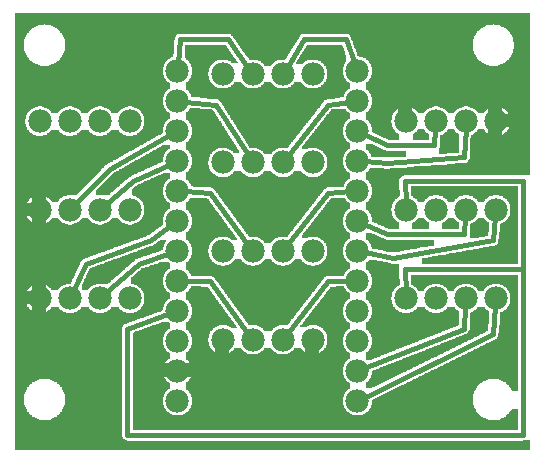
<source format=gtl>
G04 MADE WITH FRITZING*
G04 WWW.FRITZING.ORG*
G04 DOUBLE SIDED*
G04 HOLES PLATED*
G04 CONTOUR ON CENTER OF CONTOUR VECTOR*
%ASAXBY*%
%FSLAX23Y23*%
%MOIN*%
%OFA0B0*%
%SFA1.0B1.0*%
%ADD10C,0.075000*%
%ADD11C,0.078000*%
%ADD12C,0.016000*%
%LNCOPPER1*%
G90*
G70*
G54D10*
X817Y1176D03*
X806Y880D03*
G54D11*
X1180Y1304D03*
X1180Y1204D03*
X1180Y1104D03*
X1180Y1004D03*
X1180Y904D03*
X1180Y804D03*
X1180Y704D03*
X1180Y604D03*
X1180Y504D03*
X1180Y404D03*
X1180Y304D03*
X1180Y204D03*
X580Y1304D03*
X580Y1204D03*
X580Y1104D03*
X580Y1004D03*
X580Y904D03*
X580Y804D03*
X580Y704D03*
X580Y604D03*
X580Y504D03*
X580Y404D03*
X580Y304D03*
X580Y204D03*
G54D10*
X1236Y1401D03*
G54D11*
X732Y407D03*
X832Y407D03*
X932Y407D03*
X1032Y407D03*
X121Y1136D03*
X221Y1136D03*
X321Y1136D03*
X421Y1136D03*
X1342Y1136D03*
X1442Y1136D03*
X1542Y1136D03*
X1642Y1136D03*
G54D10*
X806Y584D03*
G54D11*
X732Y998D03*
X832Y998D03*
X932Y998D03*
X1032Y998D03*
X732Y703D03*
X832Y703D03*
X932Y703D03*
X1032Y703D03*
X121Y545D03*
X221Y545D03*
X321Y545D03*
X421Y545D03*
X1342Y545D03*
X1442Y545D03*
X1542Y545D03*
X1642Y545D03*
X121Y841D03*
X221Y841D03*
X321Y841D03*
X421Y841D03*
X1342Y841D03*
X1442Y841D03*
X1542Y841D03*
X1642Y841D03*
G54D10*
X1282Y432D03*
G54D11*
X732Y1293D03*
X832Y1293D03*
X932Y1293D03*
X1032Y1293D03*
G54D10*
X1615Y342D03*
G54D12*
X355Y977D02*
X238Y858D01*
D02*
X559Y1092D02*
X355Y977D01*
D02*
X1279Y996D02*
X1536Y1015D01*
D02*
X1536Y1015D02*
X1541Y1111D01*
D02*
X1205Y1002D02*
X1279Y996D01*
D02*
X1279Y1056D02*
X1437Y1055D01*
D02*
X1437Y1055D02*
X1440Y1111D01*
D02*
X1202Y1093D02*
X1279Y1056D01*
D02*
X689Y602D02*
X817Y427D01*
D02*
X1083Y602D02*
X947Y427D01*
D02*
X1156Y603D02*
X1083Y602D01*
D02*
X605Y603D02*
X689Y602D01*
D02*
X451Y660D02*
X340Y562D01*
D02*
X491Y739D02*
X274Y660D01*
D02*
X274Y660D02*
X232Y568D01*
D02*
X560Y789D02*
X491Y739D01*
D02*
X557Y696D02*
X451Y660D01*
D02*
X1083Y897D02*
X947Y722D01*
D02*
X689Y897D02*
X817Y723D01*
D02*
X1156Y902D02*
X1083Y897D01*
D02*
X605Y902D02*
X689Y897D01*
D02*
X432Y937D02*
X340Y857D01*
D02*
X558Y993D02*
X432Y937D01*
D02*
X1338Y937D02*
X1341Y865D01*
D02*
X1731Y937D02*
X1338Y937D01*
D02*
X1731Y642D02*
X1731Y937D01*
D02*
X1338Y642D02*
X1731Y642D01*
D02*
X1731Y642D02*
X1731Y90D01*
D02*
X1731Y90D02*
X413Y90D01*
D02*
X413Y90D02*
X413Y444D01*
D02*
X413Y444D02*
X557Y495D01*
D02*
X1341Y570D02*
X1338Y642D01*
D02*
X1632Y425D02*
X1640Y521D01*
D02*
X1202Y214D02*
X1632Y425D01*
D02*
X1536Y444D02*
X1540Y521D01*
D02*
X1203Y313D02*
X1536Y444D01*
D02*
X1632Y739D02*
X1640Y816D01*
D02*
X1298Y680D02*
X1632Y739D01*
D02*
X1204Y699D02*
X1298Y680D01*
D02*
X1279Y760D02*
X1536Y760D01*
D02*
X1536Y760D02*
X1540Y816D01*
D02*
X1203Y794D02*
X1279Y760D01*
D02*
X1083Y1191D02*
X947Y1017D01*
D02*
X1156Y1200D02*
X1083Y1191D01*
D02*
X708Y1191D02*
X818Y1019D01*
D02*
X605Y1201D02*
X708Y1191D01*
D02*
X1141Y1410D02*
X1003Y1410D01*
D02*
X1003Y1410D02*
X944Y1314D01*
D02*
X1172Y1327D02*
X1141Y1410D01*
D02*
X748Y1410D02*
X817Y1313D01*
D02*
X589Y1410D02*
X748Y1410D01*
D02*
X582Y1328D02*
X589Y1410D01*
G36*
X606Y1391D02*
X606Y1379D01*
X604Y1379D01*
X604Y1345D01*
X608Y1345D01*
X608Y1343D01*
X610Y1343D01*
X610Y1341D01*
X744Y1341D01*
X744Y1339D01*
X750Y1339D01*
X750Y1337D01*
X754Y1337D01*
X754Y1335D01*
X758Y1335D01*
X758Y1333D01*
X760Y1333D01*
X760Y1331D01*
X782Y1331D01*
X782Y1333D01*
X780Y1333D01*
X780Y1335D01*
X778Y1335D01*
X778Y1337D01*
X776Y1337D01*
X776Y1341D01*
X774Y1341D01*
X774Y1343D01*
X772Y1343D01*
X772Y1347D01*
X770Y1347D01*
X770Y1349D01*
X768Y1349D01*
X768Y1351D01*
X766Y1351D01*
X766Y1355D01*
X764Y1355D01*
X764Y1357D01*
X762Y1357D01*
X762Y1361D01*
X760Y1361D01*
X760Y1363D01*
X758Y1363D01*
X758Y1365D01*
X756Y1365D01*
X756Y1369D01*
X754Y1369D01*
X754Y1371D01*
X752Y1371D01*
X752Y1375D01*
X750Y1375D01*
X750Y1377D01*
X748Y1377D01*
X748Y1379D01*
X746Y1379D01*
X746Y1383D01*
X744Y1383D01*
X744Y1385D01*
X742Y1385D01*
X742Y1389D01*
X740Y1389D01*
X740Y1391D01*
X606Y1391D01*
G37*
D02*
G36*
X1012Y1391D02*
X1012Y1387D01*
X1010Y1387D01*
X1010Y1385D01*
X1008Y1385D01*
X1008Y1381D01*
X1006Y1381D01*
X1006Y1379D01*
X1004Y1379D01*
X1004Y1375D01*
X1002Y1375D01*
X1002Y1371D01*
X1000Y1371D01*
X1000Y1369D01*
X998Y1369D01*
X998Y1365D01*
X996Y1365D01*
X996Y1361D01*
X994Y1361D01*
X994Y1359D01*
X992Y1359D01*
X992Y1355D01*
X990Y1355D01*
X990Y1353D01*
X988Y1353D01*
X988Y1349D01*
X986Y1349D01*
X986Y1345D01*
X984Y1345D01*
X984Y1343D01*
X982Y1343D01*
X982Y1341D01*
X1044Y1341D01*
X1044Y1339D01*
X1050Y1339D01*
X1050Y1337D01*
X1054Y1337D01*
X1054Y1335D01*
X1058Y1335D01*
X1058Y1333D01*
X1060Y1333D01*
X1060Y1331D01*
X1064Y1331D01*
X1064Y1329D01*
X1066Y1329D01*
X1066Y1327D01*
X1068Y1327D01*
X1068Y1325D01*
X1070Y1325D01*
X1070Y1321D01*
X1072Y1321D01*
X1072Y1319D01*
X1074Y1319D01*
X1074Y1315D01*
X1076Y1315D01*
X1076Y1311D01*
X1078Y1311D01*
X1078Y1305D01*
X1080Y1305D01*
X1080Y1281D01*
X1078Y1281D01*
X1078Y1275D01*
X1076Y1275D01*
X1076Y1271D01*
X1074Y1271D01*
X1074Y1267D01*
X1072Y1267D01*
X1072Y1265D01*
X1070Y1265D01*
X1070Y1261D01*
X1068Y1261D01*
X1068Y1259D01*
X1066Y1259D01*
X1066Y1257D01*
X1064Y1257D01*
X1064Y1255D01*
X1060Y1255D01*
X1060Y1253D01*
X1058Y1253D01*
X1058Y1251D01*
X1054Y1251D01*
X1054Y1249D01*
X1050Y1249D01*
X1050Y1247D01*
X1044Y1247D01*
X1044Y1245D01*
X1154Y1245D01*
X1154Y1263D01*
X1152Y1263D01*
X1152Y1265D01*
X1148Y1265D01*
X1148Y1267D01*
X1146Y1267D01*
X1146Y1269D01*
X1144Y1269D01*
X1144Y1271D01*
X1142Y1271D01*
X1142Y1275D01*
X1140Y1275D01*
X1140Y1277D01*
X1138Y1277D01*
X1138Y1281D01*
X1136Y1281D01*
X1136Y1285D01*
X1134Y1285D01*
X1134Y1291D01*
X1132Y1291D01*
X1132Y1315D01*
X1134Y1315D01*
X1134Y1321D01*
X1136Y1321D01*
X1136Y1325D01*
X1138Y1325D01*
X1138Y1329D01*
X1140Y1329D01*
X1140Y1333D01*
X1142Y1333D01*
X1142Y1357D01*
X1140Y1357D01*
X1140Y1363D01*
X1138Y1363D01*
X1138Y1369D01*
X1136Y1369D01*
X1136Y1373D01*
X1134Y1373D01*
X1134Y1379D01*
X1132Y1379D01*
X1132Y1385D01*
X1130Y1385D01*
X1130Y1391D01*
X1012Y1391D01*
G37*
D02*
G36*
X612Y1341D02*
X612Y1339D01*
X614Y1339D01*
X614Y1337D01*
X616Y1337D01*
X616Y1335D01*
X618Y1335D01*
X618Y1333D01*
X620Y1333D01*
X620Y1331D01*
X622Y1331D01*
X622Y1327D01*
X624Y1327D01*
X624Y1323D01*
X626Y1323D01*
X626Y1317D01*
X628Y1317D01*
X628Y1309D01*
X630Y1309D01*
X630Y1299D01*
X628Y1299D01*
X628Y1289D01*
X626Y1289D01*
X626Y1283D01*
X624Y1283D01*
X624Y1279D01*
X622Y1279D01*
X622Y1277D01*
X620Y1277D01*
X620Y1273D01*
X618Y1273D01*
X618Y1271D01*
X616Y1271D01*
X616Y1269D01*
X614Y1269D01*
X614Y1267D01*
X612Y1267D01*
X612Y1265D01*
X610Y1265D01*
X610Y1263D01*
X608Y1263D01*
X608Y1245D01*
X718Y1245D01*
X718Y1247D01*
X712Y1247D01*
X712Y1249D01*
X708Y1249D01*
X708Y1251D01*
X704Y1251D01*
X704Y1253D01*
X702Y1253D01*
X702Y1255D01*
X700Y1255D01*
X700Y1257D01*
X698Y1257D01*
X698Y1259D01*
X696Y1259D01*
X696Y1261D01*
X694Y1261D01*
X694Y1263D01*
X692Y1263D01*
X692Y1265D01*
X690Y1265D01*
X690Y1269D01*
X688Y1269D01*
X688Y1273D01*
X686Y1273D01*
X686Y1279D01*
X684Y1279D01*
X684Y1287D01*
X682Y1287D01*
X682Y1299D01*
X684Y1299D01*
X684Y1307D01*
X686Y1307D01*
X686Y1313D01*
X688Y1313D01*
X688Y1317D01*
X690Y1317D01*
X690Y1321D01*
X692Y1321D01*
X692Y1323D01*
X694Y1323D01*
X694Y1325D01*
X696Y1325D01*
X696Y1327D01*
X698Y1327D01*
X698Y1329D01*
X700Y1329D01*
X700Y1331D01*
X702Y1331D01*
X702Y1333D01*
X706Y1333D01*
X706Y1335D01*
X708Y1335D01*
X708Y1337D01*
X712Y1337D01*
X712Y1339D01*
X718Y1339D01*
X718Y1341D01*
X612Y1341D01*
G37*
D02*
G36*
X982Y1341D02*
X982Y1339D01*
X980Y1339D01*
X980Y1335D01*
X978Y1335D01*
X978Y1333D01*
X976Y1333D01*
X976Y1325D01*
X996Y1325D01*
X996Y1327D01*
X998Y1327D01*
X998Y1329D01*
X1000Y1329D01*
X1000Y1331D01*
X1002Y1331D01*
X1002Y1333D01*
X1006Y1333D01*
X1006Y1335D01*
X1008Y1335D01*
X1008Y1337D01*
X1012Y1337D01*
X1012Y1339D01*
X1018Y1339D01*
X1018Y1341D01*
X982Y1341D01*
G37*
D02*
G36*
X770Y1265D02*
X770Y1261D01*
X768Y1261D01*
X768Y1259D01*
X766Y1259D01*
X766Y1257D01*
X764Y1257D01*
X764Y1255D01*
X760Y1255D01*
X760Y1253D01*
X758Y1253D01*
X758Y1251D01*
X754Y1251D01*
X754Y1249D01*
X750Y1249D01*
X750Y1247D01*
X744Y1247D01*
X744Y1245D01*
X818Y1245D01*
X818Y1247D01*
X812Y1247D01*
X812Y1249D01*
X808Y1249D01*
X808Y1251D01*
X804Y1251D01*
X804Y1253D01*
X802Y1253D01*
X802Y1255D01*
X800Y1255D01*
X800Y1257D01*
X798Y1257D01*
X798Y1259D01*
X796Y1259D01*
X796Y1261D01*
X794Y1261D01*
X794Y1263D01*
X792Y1263D01*
X792Y1265D01*
X770Y1265D01*
G37*
D02*
G36*
X870Y1265D02*
X870Y1261D01*
X868Y1261D01*
X868Y1259D01*
X866Y1259D01*
X866Y1257D01*
X864Y1257D01*
X864Y1255D01*
X860Y1255D01*
X860Y1253D01*
X858Y1253D01*
X858Y1251D01*
X854Y1251D01*
X854Y1249D01*
X850Y1249D01*
X850Y1247D01*
X844Y1247D01*
X844Y1245D01*
X918Y1245D01*
X918Y1247D01*
X912Y1247D01*
X912Y1249D01*
X908Y1249D01*
X908Y1251D01*
X904Y1251D01*
X904Y1253D01*
X902Y1253D01*
X902Y1255D01*
X900Y1255D01*
X900Y1257D01*
X898Y1257D01*
X898Y1259D01*
X896Y1259D01*
X896Y1261D01*
X894Y1261D01*
X894Y1263D01*
X892Y1263D01*
X892Y1265D01*
X870Y1265D01*
G37*
D02*
G36*
X970Y1265D02*
X970Y1261D01*
X968Y1261D01*
X968Y1259D01*
X966Y1259D01*
X966Y1257D01*
X964Y1257D01*
X964Y1255D01*
X960Y1255D01*
X960Y1253D01*
X958Y1253D01*
X958Y1251D01*
X954Y1251D01*
X954Y1249D01*
X950Y1249D01*
X950Y1247D01*
X944Y1247D01*
X944Y1245D01*
X1018Y1245D01*
X1018Y1247D01*
X1012Y1247D01*
X1012Y1249D01*
X1008Y1249D01*
X1008Y1251D01*
X1004Y1251D01*
X1004Y1253D01*
X1002Y1253D01*
X1002Y1255D01*
X1000Y1255D01*
X1000Y1257D01*
X998Y1257D01*
X998Y1259D01*
X996Y1259D01*
X996Y1261D01*
X994Y1261D01*
X994Y1263D01*
X992Y1263D01*
X992Y1265D01*
X970Y1265D01*
G37*
D02*
G36*
X608Y1245D02*
X608Y1243D01*
X1154Y1243D01*
X1154Y1245D01*
X608Y1245D01*
G37*
D02*
G36*
X608Y1245D02*
X608Y1243D01*
X1154Y1243D01*
X1154Y1245D01*
X608Y1245D01*
G37*
D02*
G36*
X608Y1245D02*
X608Y1243D01*
X1154Y1243D01*
X1154Y1245D01*
X608Y1245D01*
G37*
D02*
G36*
X608Y1245D02*
X608Y1243D01*
X1154Y1243D01*
X1154Y1245D01*
X608Y1245D01*
G37*
D02*
G36*
X608Y1245D02*
X608Y1243D01*
X1154Y1243D01*
X1154Y1245D01*
X608Y1245D01*
G37*
D02*
G36*
X610Y1243D02*
X610Y1241D01*
X612Y1241D01*
X612Y1239D01*
X614Y1239D01*
X614Y1237D01*
X616Y1237D01*
X616Y1235D01*
X618Y1235D01*
X618Y1233D01*
X620Y1233D01*
X620Y1231D01*
X622Y1231D01*
X622Y1227D01*
X624Y1227D01*
X624Y1223D01*
X626Y1223D01*
X626Y1217D01*
X636Y1217D01*
X636Y1215D01*
X656Y1215D01*
X656Y1213D01*
X678Y1213D01*
X678Y1211D01*
X698Y1211D01*
X698Y1209D01*
X714Y1209D01*
X714Y1207D01*
X718Y1207D01*
X718Y1205D01*
X720Y1205D01*
X720Y1203D01*
X722Y1203D01*
X722Y1201D01*
X724Y1201D01*
X724Y1199D01*
X726Y1199D01*
X726Y1195D01*
X728Y1195D01*
X728Y1191D01*
X730Y1191D01*
X730Y1189D01*
X732Y1189D01*
X732Y1185D01*
X734Y1185D01*
X734Y1183D01*
X736Y1183D01*
X736Y1179D01*
X738Y1179D01*
X738Y1177D01*
X740Y1177D01*
X740Y1173D01*
X742Y1173D01*
X742Y1169D01*
X744Y1169D01*
X744Y1167D01*
X746Y1167D01*
X746Y1163D01*
X748Y1163D01*
X748Y1161D01*
X750Y1161D01*
X750Y1157D01*
X752Y1157D01*
X752Y1155D01*
X754Y1155D01*
X754Y1151D01*
X756Y1151D01*
X756Y1147D01*
X758Y1147D01*
X758Y1145D01*
X760Y1145D01*
X760Y1141D01*
X762Y1141D01*
X762Y1139D01*
X764Y1139D01*
X764Y1135D01*
X766Y1135D01*
X766Y1133D01*
X768Y1133D01*
X768Y1129D01*
X770Y1129D01*
X770Y1127D01*
X772Y1127D01*
X772Y1123D01*
X774Y1123D01*
X774Y1119D01*
X776Y1119D01*
X776Y1117D01*
X778Y1117D01*
X778Y1113D01*
X780Y1113D01*
X780Y1111D01*
X782Y1111D01*
X782Y1107D01*
X784Y1107D01*
X784Y1105D01*
X786Y1105D01*
X786Y1101D01*
X788Y1101D01*
X788Y1097D01*
X790Y1097D01*
X790Y1095D01*
X792Y1095D01*
X792Y1091D01*
X794Y1091D01*
X794Y1089D01*
X796Y1089D01*
X796Y1085D01*
X798Y1085D01*
X798Y1083D01*
X800Y1083D01*
X800Y1079D01*
X802Y1079D01*
X802Y1075D01*
X804Y1075D01*
X804Y1073D01*
X806Y1073D01*
X806Y1069D01*
X808Y1069D01*
X808Y1067D01*
X810Y1067D01*
X810Y1063D01*
X812Y1063D01*
X812Y1061D01*
X814Y1061D01*
X814Y1057D01*
X816Y1057D01*
X816Y1053D01*
X818Y1053D01*
X818Y1051D01*
X820Y1051D01*
X820Y1047D01*
X838Y1047D01*
X838Y1045D01*
X846Y1045D01*
X846Y1043D01*
X852Y1043D01*
X852Y1041D01*
X856Y1041D01*
X856Y1039D01*
X860Y1039D01*
X860Y1037D01*
X862Y1037D01*
X862Y1035D01*
X864Y1035D01*
X864Y1033D01*
X866Y1033D01*
X866Y1031D01*
X868Y1031D01*
X868Y1029D01*
X870Y1029D01*
X870Y1027D01*
X872Y1027D01*
X872Y1025D01*
X892Y1025D01*
X892Y1027D01*
X894Y1027D01*
X894Y1031D01*
X896Y1031D01*
X896Y1033D01*
X898Y1033D01*
X898Y1035D01*
X902Y1035D01*
X902Y1037D01*
X904Y1037D01*
X904Y1039D01*
X908Y1039D01*
X908Y1041D01*
X910Y1041D01*
X910Y1043D01*
X916Y1043D01*
X916Y1045D01*
X924Y1045D01*
X924Y1047D01*
X948Y1047D01*
X948Y1049D01*
X950Y1049D01*
X950Y1051D01*
X952Y1051D01*
X952Y1055D01*
X954Y1055D01*
X954Y1057D01*
X956Y1057D01*
X956Y1059D01*
X958Y1059D01*
X958Y1061D01*
X960Y1061D01*
X960Y1065D01*
X962Y1065D01*
X962Y1067D01*
X964Y1067D01*
X964Y1069D01*
X966Y1069D01*
X966Y1073D01*
X968Y1073D01*
X968Y1075D01*
X970Y1075D01*
X970Y1077D01*
X972Y1077D01*
X972Y1079D01*
X974Y1079D01*
X974Y1083D01*
X976Y1083D01*
X976Y1085D01*
X978Y1085D01*
X978Y1087D01*
X980Y1087D01*
X980Y1089D01*
X982Y1089D01*
X982Y1093D01*
X984Y1093D01*
X984Y1095D01*
X986Y1095D01*
X986Y1097D01*
X988Y1097D01*
X988Y1101D01*
X990Y1101D01*
X990Y1103D01*
X992Y1103D01*
X992Y1105D01*
X994Y1105D01*
X994Y1107D01*
X996Y1107D01*
X996Y1111D01*
X998Y1111D01*
X998Y1113D01*
X1000Y1113D01*
X1000Y1115D01*
X1002Y1115D01*
X1002Y1119D01*
X1004Y1119D01*
X1004Y1121D01*
X1006Y1121D01*
X1006Y1123D01*
X1008Y1123D01*
X1008Y1125D01*
X1010Y1125D01*
X1010Y1129D01*
X1012Y1129D01*
X1012Y1131D01*
X1014Y1131D01*
X1014Y1133D01*
X1016Y1133D01*
X1016Y1135D01*
X1018Y1135D01*
X1018Y1139D01*
X1020Y1139D01*
X1020Y1141D01*
X1022Y1141D01*
X1022Y1143D01*
X1024Y1143D01*
X1024Y1147D01*
X1026Y1147D01*
X1026Y1149D01*
X1028Y1149D01*
X1028Y1151D01*
X1030Y1151D01*
X1030Y1153D01*
X1032Y1153D01*
X1032Y1157D01*
X1034Y1157D01*
X1034Y1159D01*
X1036Y1159D01*
X1036Y1161D01*
X1038Y1161D01*
X1038Y1163D01*
X1040Y1163D01*
X1040Y1167D01*
X1042Y1167D01*
X1042Y1169D01*
X1044Y1169D01*
X1044Y1171D01*
X1046Y1171D01*
X1046Y1175D01*
X1048Y1175D01*
X1048Y1177D01*
X1050Y1177D01*
X1050Y1179D01*
X1052Y1179D01*
X1052Y1181D01*
X1054Y1181D01*
X1054Y1185D01*
X1056Y1185D01*
X1056Y1187D01*
X1058Y1187D01*
X1058Y1189D01*
X1060Y1189D01*
X1060Y1193D01*
X1062Y1193D01*
X1062Y1195D01*
X1064Y1195D01*
X1064Y1197D01*
X1066Y1197D01*
X1066Y1199D01*
X1068Y1199D01*
X1068Y1203D01*
X1070Y1203D01*
X1070Y1205D01*
X1074Y1205D01*
X1074Y1207D01*
X1078Y1207D01*
X1078Y1209D01*
X1090Y1209D01*
X1090Y1211D01*
X1106Y1211D01*
X1106Y1213D01*
X1122Y1213D01*
X1122Y1215D01*
X1134Y1215D01*
X1134Y1221D01*
X1136Y1221D01*
X1136Y1225D01*
X1138Y1225D01*
X1138Y1229D01*
X1140Y1229D01*
X1140Y1233D01*
X1142Y1233D01*
X1142Y1235D01*
X1144Y1235D01*
X1144Y1237D01*
X1146Y1237D01*
X1146Y1239D01*
X1148Y1239D01*
X1148Y1241D01*
X1150Y1241D01*
X1150Y1243D01*
X610Y1243D01*
G37*
D02*
G36*
X622Y1179D02*
X622Y1177D01*
X654Y1177D01*
X654Y1179D01*
X622Y1179D01*
G37*
D02*
G36*
X620Y1177D02*
X620Y1173D01*
X618Y1173D01*
X618Y1171D01*
X616Y1171D01*
X616Y1169D01*
X614Y1169D01*
X614Y1167D01*
X612Y1167D01*
X612Y1165D01*
X610Y1165D01*
X610Y1163D01*
X608Y1163D01*
X608Y1143D01*
X610Y1143D01*
X610Y1141D01*
X612Y1141D01*
X612Y1139D01*
X614Y1139D01*
X614Y1137D01*
X616Y1137D01*
X616Y1135D01*
X618Y1135D01*
X618Y1133D01*
X620Y1133D01*
X620Y1131D01*
X622Y1131D01*
X622Y1127D01*
X624Y1127D01*
X624Y1123D01*
X626Y1123D01*
X626Y1117D01*
X628Y1117D01*
X628Y1109D01*
X630Y1109D01*
X630Y1099D01*
X628Y1099D01*
X628Y1089D01*
X626Y1089D01*
X626Y1083D01*
X624Y1083D01*
X624Y1079D01*
X622Y1079D01*
X622Y1077D01*
X620Y1077D01*
X620Y1073D01*
X618Y1073D01*
X618Y1071D01*
X616Y1071D01*
X616Y1069D01*
X614Y1069D01*
X614Y1067D01*
X612Y1067D01*
X612Y1065D01*
X610Y1065D01*
X610Y1063D01*
X608Y1063D01*
X608Y1047D01*
X738Y1047D01*
X738Y1045D01*
X746Y1045D01*
X746Y1043D01*
X752Y1043D01*
X752Y1041D01*
X756Y1041D01*
X756Y1039D01*
X760Y1039D01*
X760Y1037D01*
X762Y1037D01*
X762Y1035D01*
X764Y1035D01*
X764Y1033D01*
X766Y1033D01*
X766Y1031D01*
X786Y1031D01*
X786Y1037D01*
X784Y1037D01*
X784Y1041D01*
X782Y1041D01*
X782Y1043D01*
X780Y1043D01*
X780Y1047D01*
X778Y1047D01*
X778Y1049D01*
X776Y1049D01*
X776Y1053D01*
X774Y1053D01*
X774Y1055D01*
X772Y1055D01*
X772Y1059D01*
X770Y1059D01*
X770Y1063D01*
X768Y1063D01*
X768Y1065D01*
X766Y1065D01*
X766Y1069D01*
X764Y1069D01*
X764Y1071D01*
X762Y1071D01*
X762Y1075D01*
X760Y1075D01*
X760Y1077D01*
X758Y1077D01*
X758Y1081D01*
X756Y1081D01*
X756Y1085D01*
X754Y1085D01*
X754Y1087D01*
X752Y1087D01*
X752Y1091D01*
X750Y1091D01*
X750Y1093D01*
X748Y1093D01*
X748Y1097D01*
X746Y1097D01*
X746Y1099D01*
X744Y1099D01*
X744Y1103D01*
X742Y1103D01*
X742Y1107D01*
X740Y1107D01*
X740Y1109D01*
X738Y1109D01*
X738Y1113D01*
X736Y1113D01*
X736Y1115D01*
X734Y1115D01*
X734Y1119D01*
X732Y1119D01*
X732Y1121D01*
X730Y1121D01*
X730Y1125D01*
X728Y1125D01*
X728Y1129D01*
X726Y1129D01*
X726Y1131D01*
X724Y1131D01*
X724Y1135D01*
X722Y1135D01*
X722Y1137D01*
X720Y1137D01*
X720Y1141D01*
X718Y1141D01*
X718Y1143D01*
X716Y1143D01*
X716Y1147D01*
X714Y1147D01*
X714Y1149D01*
X712Y1149D01*
X712Y1153D01*
X710Y1153D01*
X710Y1157D01*
X708Y1157D01*
X708Y1159D01*
X706Y1159D01*
X706Y1163D01*
X704Y1163D01*
X704Y1165D01*
X702Y1165D01*
X702Y1169D01*
X700Y1169D01*
X700Y1171D01*
X698Y1171D01*
X698Y1173D01*
X696Y1173D01*
X696Y1175D01*
X676Y1175D01*
X676Y1177D01*
X620Y1177D01*
G37*
D02*
G36*
X1108Y1177D02*
X1108Y1175D01*
X1092Y1175D01*
X1092Y1171D01*
X1090Y1171D01*
X1090Y1169D01*
X1088Y1169D01*
X1088Y1167D01*
X1086Y1167D01*
X1086Y1165D01*
X1084Y1165D01*
X1084Y1161D01*
X1082Y1161D01*
X1082Y1159D01*
X1080Y1159D01*
X1080Y1157D01*
X1078Y1157D01*
X1078Y1155D01*
X1076Y1155D01*
X1076Y1151D01*
X1074Y1151D01*
X1074Y1149D01*
X1072Y1149D01*
X1072Y1147D01*
X1070Y1147D01*
X1070Y1143D01*
X1068Y1143D01*
X1068Y1141D01*
X1066Y1141D01*
X1066Y1139D01*
X1064Y1139D01*
X1064Y1137D01*
X1062Y1137D01*
X1062Y1133D01*
X1060Y1133D01*
X1060Y1131D01*
X1058Y1131D01*
X1058Y1129D01*
X1056Y1129D01*
X1056Y1127D01*
X1054Y1127D01*
X1054Y1123D01*
X1052Y1123D01*
X1052Y1121D01*
X1050Y1121D01*
X1050Y1119D01*
X1048Y1119D01*
X1048Y1115D01*
X1046Y1115D01*
X1046Y1113D01*
X1044Y1113D01*
X1044Y1111D01*
X1042Y1111D01*
X1042Y1109D01*
X1040Y1109D01*
X1040Y1105D01*
X1038Y1105D01*
X1038Y1103D01*
X1036Y1103D01*
X1036Y1101D01*
X1034Y1101D01*
X1034Y1097D01*
X1032Y1097D01*
X1032Y1095D01*
X1030Y1095D01*
X1030Y1093D01*
X1028Y1093D01*
X1028Y1091D01*
X1026Y1091D01*
X1026Y1087D01*
X1024Y1087D01*
X1024Y1085D01*
X1022Y1085D01*
X1022Y1083D01*
X1020Y1083D01*
X1020Y1081D01*
X1018Y1081D01*
X1018Y1077D01*
X1016Y1077D01*
X1016Y1075D01*
X1014Y1075D01*
X1014Y1073D01*
X1012Y1073D01*
X1012Y1069D01*
X1010Y1069D01*
X1010Y1067D01*
X1008Y1067D01*
X1008Y1065D01*
X1006Y1065D01*
X1006Y1063D01*
X1004Y1063D01*
X1004Y1059D01*
X1002Y1059D01*
X1002Y1057D01*
X1000Y1057D01*
X1000Y1055D01*
X998Y1055D01*
X998Y1053D01*
X996Y1053D01*
X996Y1047D01*
X1038Y1047D01*
X1038Y1045D01*
X1046Y1045D01*
X1046Y1043D01*
X1052Y1043D01*
X1052Y1041D01*
X1056Y1041D01*
X1056Y1039D01*
X1060Y1039D01*
X1060Y1037D01*
X1062Y1037D01*
X1062Y1035D01*
X1064Y1035D01*
X1064Y1033D01*
X1066Y1033D01*
X1066Y1031D01*
X1068Y1031D01*
X1068Y1029D01*
X1070Y1029D01*
X1070Y1027D01*
X1072Y1027D01*
X1072Y1023D01*
X1074Y1023D01*
X1074Y1019D01*
X1076Y1019D01*
X1076Y1015D01*
X1078Y1015D01*
X1078Y1009D01*
X1080Y1009D01*
X1080Y987D01*
X1078Y987D01*
X1078Y979D01*
X1076Y979D01*
X1076Y975D01*
X1074Y975D01*
X1074Y973D01*
X1072Y973D01*
X1072Y969D01*
X1070Y969D01*
X1070Y967D01*
X1068Y967D01*
X1068Y965D01*
X1066Y965D01*
X1066Y963D01*
X1064Y963D01*
X1064Y961D01*
X1062Y961D01*
X1062Y959D01*
X1060Y959D01*
X1060Y957D01*
X1056Y957D01*
X1056Y955D01*
X1054Y955D01*
X1054Y953D01*
X1048Y953D01*
X1048Y951D01*
X1042Y951D01*
X1042Y949D01*
X1154Y949D01*
X1154Y963D01*
X1152Y963D01*
X1152Y965D01*
X1148Y965D01*
X1148Y967D01*
X1146Y967D01*
X1146Y969D01*
X1144Y969D01*
X1144Y971D01*
X1142Y971D01*
X1142Y975D01*
X1140Y975D01*
X1140Y977D01*
X1138Y977D01*
X1138Y981D01*
X1136Y981D01*
X1136Y985D01*
X1134Y985D01*
X1134Y991D01*
X1132Y991D01*
X1132Y1015D01*
X1134Y1015D01*
X1134Y1021D01*
X1136Y1021D01*
X1136Y1025D01*
X1138Y1025D01*
X1138Y1029D01*
X1140Y1029D01*
X1140Y1033D01*
X1142Y1033D01*
X1142Y1035D01*
X1144Y1035D01*
X1144Y1037D01*
X1146Y1037D01*
X1146Y1039D01*
X1148Y1039D01*
X1148Y1041D01*
X1150Y1041D01*
X1150Y1043D01*
X1154Y1043D01*
X1154Y1063D01*
X1152Y1063D01*
X1152Y1065D01*
X1148Y1065D01*
X1148Y1067D01*
X1146Y1067D01*
X1146Y1069D01*
X1144Y1069D01*
X1144Y1071D01*
X1142Y1071D01*
X1142Y1075D01*
X1140Y1075D01*
X1140Y1077D01*
X1138Y1077D01*
X1138Y1081D01*
X1136Y1081D01*
X1136Y1085D01*
X1134Y1085D01*
X1134Y1091D01*
X1132Y1091D01*
X1132Y1115D01*
X1134Y1115D01*
X1134Y1121D01*
X1136Y1121D01*
X1136Y1125D01*
X1138Y1125D01*
X1138Y1129D01*
X1140Y1129D01*
X1140Y1133D01*
X1142Y1133D01*
X1142Y1135D01*
X1144Y1135D01*
X1144Y1137D01*
X1146Y1137D01*
X1146Y1139D01*
X1148Y1139D01*
X1148Y1141D01*
X1150Y1141D01*
X1150Y1143D01*
X1154Y1143D01*
X1154Y1163D01*
X1152Y1163D01*
X1152Y1165D01*
X1148Y1165D01*
X1148Y1167D01*
X1146Y1167D01*
X1146Y1169D01*
X1144Y1169D01*
X1144Y1171D01*
X1142Y1171D01*
X1142Y1175D01*
X1140Y1175D01*
X1140Y1177D01*
X1108Y1177D01*
G37*
D02*
G36*
X608Y1047D02*
X608Y1043D01*
X610Y1043D01*
X610Y1041D01*
X612Y1041D01*
X612Y1039D01*
X614Y1039D01*
X614Y1037D01*
X616Y1037D01*
X616Y1035D01*
X618Y1035D01*
X618Y1033D01*
X620Y1033D01*
X620Y1031D01*
X622Y1031D01*
X622Y1027D01*
X624Y1027D01*
X624Y1023D01*
X626Y1023D01*
X626Y1017D01*
X628Y1017D01*
X628Y1009D01*
X630Y1009D01*
X630Y999D01*
X628Y999D01*
X628Y989D01*
X626Y989D01*
X626Y983D01*
X624Y983D01*
X624Y979D01*
X622Y979D01*
X622Y977D01*
X620Y977D01*
X620Y973D01*
X618Y973D01*
X618Y971D01*
X616Y971D01*
X616Y969D01*
X614Y969D01*
X614Y967D01*
X612Y967D01*
X612Y965D01*
X610Y965D01*
X610Y963D01*
X608Y963D01*
X608Y949D01*
X720Y949D01*
X720Y951D01*
X714Y951D01*
X714Y953D01*
X710Y953D01*
X710Y955D01*
X706Y955D01*
X706Y957D01*
X704Y957D01*
X704Y959D01*
X700Y959D01*
X700Y961D01*
X698Y961D01*
X698Y963D01*
X696Y963D01*
X696Y965D01*
X694Y965D01*
X694Y967D01*
X692Y967D01*
X692Y971D01*
X690Y971D01*
X690Y973D01*
X688Y973D01*
X688Y977D01*
X686Y977D01*
X686Y983D01*
X684Y983D01*
X684Y991D01*
X682Y991D01*
X682Y1003D01*
X684Y1003D01*
X684Y1013D01*
X686Y1013D01*
X686Y1017D01*
X688Y1017D01*
X688Y1021D01*
X690Y1021D01*
X690Y1025D01*
X692Y1025D01*
X692Y1027D01*
X694Y1027D01*
X694Y1031D01*
X696Y1031D01*
X696Y1033D01*
X698Y1033D01*
X698Y1035D01*
X702Y1035D01*
X702Y1037D01*
X704Y1037D01*
X704Y1039D01*
X708Y1039D01*
X708Y1041D01*
X710Y1041D01*
X710Y1043D01*
X716Y1043D01*
X716Y1045D01*
X724Y1045D01*
X724Y1047D01*
X608Y1047D01*
G37*
D02*
G36*
X996Y1047D02*
X996Y1043D01*
X1016Y1043D01*
X1016Y1045D01*
X1024Y1045D01*
X1024Y1047D01*
X996Y1047D01*
G37*
D02*
G36*
X772Y971D02*
X772Y969D01*
X770Y969D01*
X770Y967D01*
X768Y967D01*
X768Y965D01*
X766Y965D01*
X766Y963D01*
X764Y963D01*
X764Y961D01*
X762Y961D01*
X762Y959D01*
X760Y959D01*
X760Y957D01*
X756Y957D01*
X756Y955D01*
X754Y955D01*
X754Y953D01*
X748Y953D01*
X748Y951D01*
X742Y951D01*
X742Y949D01*
X820Y949D01*
X820Y951D01*
X814Y951D01*
X814Y953D01*
X810Y953D01*
X810Y955D01*
X806Y955D01*
X806Y957D01*
X804Y957D01*
X804Y959D01*
X800Y959D01*
X800Y961D01*
X798Y961D01*
X798Y963D01*
X796Y963D01*
X796Y965D01*
X794Y965D01*
X794Y967D01*
X792Y967D01*
X792Y971D01*
X772Y971D01*
G37*
D02*
G36*
X872Y971D02*
X872Y969D01*
X870Y969D01*
X870Y967D01*
X868Y967D01*
X868Y965D01*
X866Y965D01*
X866Y963D01*
X864Y963D01*
X864Y961D01*
X862Y961D01*
X862Y959D01*
X860Y959D01*
X860Y957D01*
X856Y957D01*
X856Y955D01*
X854Y955D01*
X854Y953D01*
X848Y953D01*
X848Y951D01*
X842Y951D01*
X842Y949D01*
X920Y949D01*
X920Y951D01*
X914Y951D01*
X914Y953D01*
X910Y953D01*
X910Y955D01*
X906Y955D01*
X906Y957D01*
X904Y957D01*
X904Y959D01*
X900Y959D01*
X900Y961D01*
X898Y961D01*
X898Y963D01*
X896Y963D01*
X896Y965D01*
X894Y965D01*
X894Y967D01*
X892Y967D01*
X892Y971D01*
X872Y971D01*
G37*
D02*
G36*
X972Y971D02*
X972Y969D01*
X970Y969D01*
X970Y967D01*
X968Y967D01*
X968Y965D01*
X966Y965D01*
X966Y963D01*
X964Y963D01*
X964Y961D01*
X962Y961D01*
X962Y959D01*
X960Y959D01*
X960Y957D01*
X956Y957D01*
X956Y955D01*
X954Y955D01*
X954Y953D01*
X948Y953D01*
X948Y951D01*
X942Y951D01*
X942Y949D01*
X1020Y949D01*
X1020Y951D01*
X1014Y951D01*
X1014Y953D01*
X1010Y953D01*
X1010Y955D01*
X1006Y955D01*
X1006Y957D01*
X1004Y957D01*
X1004Y959D01*
X1000Y959D01*
X1000Y961D01*
X998Y961D01*
X998Y963D01*
X996Y963D01*
X996Y965D01*
X994Y965D01*
X994Y967D01*
X992Y967D01*
X992Y971D01*
X972Y971D01*
G37*
D02*
G36*
X608Y949D02*
X608Y947D01*
X1154Y947D01*
X1154Y949D01*
X608Y949D01*
G37*
D02*
G36*
X608Y949D02*
X608Y947D01*
X1154Y947D01*
X1154Y949D01*
X608Y949D01*
G37*
D02*
G36*
X608Y949D02*
X608Y947D01*
X1154Y947D01*
X1154Y949D01*
X608Y949D01*
G37*
D02*
G36*
X608Y949D02*
X608Y947D01*
X1154Y947D01*
X1154Y949D01*
X608Y949D01*
G37*
D02*
G36*
X608Y949D02*
X608Y947D01*
X1154Y947D01*
X1154Y949D01*
X608Y949D01*
G37*
D02*
G36*
X608Y947D02*
X608Y943D01*
X610Y943D01*
X610Y941D01*
X612Y941D01*
X612Y939D01*
X614Y939D01*
X614Y937D01*
X616Y937D01*
X616Y935D01*
X618Y935D01*
X618Y933D01*
X620Y933D01*
X620Y931D01*
X622Y931D01*
X622Y927D01*
X624Y927D01*
X624Y923D01*
X626Y923D01*
X626Y919D01*
X632Y919D01*
X632Y917D01*
X662Y917D01*
X662Y915D01*
X692Y915D01*
X692Y913D01*
X698Y913D01*
X698Y911D01*
X700Y911D01*
X700Y909D01*
X702Y909D01*
X702Y907D01*
X704Y907D01*
X704Y905D01*
X706Y905D01*
X706Y903D01*
X708Y903D01*
X708Y899D01*
X710Y899D01*
X710Y897D01*
X712Y897D01*
X712Y895D01*
X714Y895D01*
X714Y891D01*
X716Y891D01*
X716Y889D01*
X718Y889D01*
X718Y887D01*
X720Y887D01*
X720Y883D01*
X722Y883D01*
X722Y881D01*
X724Y881D01*
X724Y879D01*
X726Y879D01*
X726Y875D01*
X728Y875D01*
X728Y873D01*
X730Y873D01*
X730Y869D01*
X732Y869D01*
X732Y867D01*
X734Y867D01*
X734Y865D01*
X736Y865D01*
X736Y861D01*
X738Y861D01*
X738Y859D01*
X740Y859D01*
X740Y857D01*
X742Y857D01*
X742Y853D01*
X744Y853D01*
X744Y851D01*
X746Y851D01*
X746Y849D01*
X748Y849D01*
X748Y845D01*
X750Y845D01*
X750Y843D01*
X752Y843D01*
X752Y839D01*
X754Y839D01*
X754Y837D01*
X756Y837D01*
X756Y835D01*
X758Y835D01*
X758Y831D01*
X760Y831D01*
X760Y829D01*
X762Y829D01*
X762Y827D01*
X764Y827D01*
X764Y823D01*
X766Y823D01*
X766Y821D01*
X768Y821D01*
X768Y819D01*
X770Y819D01*
X770Y815D01*
X772Y815D01*
X772Y813D01*
X774Y813D01*
X774Y809D01*
X776Y809D01*
X776Y807D01*
X778Y807D01*
X778Y805D01*
X780Y805D01*
X780Y801D01*
X782Y801D01*
X782Y799D01*
X784Y799D01*
X784Y797D01*
X786Y797D01*
X786Y793D01*
X788Y793D01*
X788Y791D01*
X790Y791D01*
X790Y789D01*
X792Y789D01*
X792Y785D01*
X794Y785D01*
X794Y783D01*
X796Y783D01*
X796Y779D01*
X798Y779D01*
X798Y777D01*
X800Y777D01*
X800Y775D01*
X802Y775D01*
X802Y771D01*
X804Y771D01*
X804Y769D01*
X806Y769D01*
X806Y767D01*
X808Y767D01*
X808Y763D01*
X810Y763D01*
X810Y761D01*
X812Y761D01*
X812Y759D01*
X814Y759D01*
X814Y755D01*
X816Y755D01*
X816Y753D01*
X818Y753D01*
X818Y751D01*
X842Y751D01*
X842Y749D01*
X850Y749D01*
X850Y747D01*
X854Y747D01*
X854Y745D01*
X856Y745D01*
X856Y743D01*
X860Y743D01*
X860Y741D01*
X862Y741D01*
X862Y739D01*
X866Y739D01*
X866Y737D01*
X868Y737D01*
X868Y733D01*
X870Y733D01*
X870Y731D01*
X872Y731D01*
X872Y729D01*
X892Y729D01*
X892Y733D01*
X894Y733D01*
X894Y735D01*
X896Y735D01*
X896Y737D01*
X898Y737D01*
X898Y739D01*
X900Y739D01*
X900Y741D01*
X902Y741D01*
X902Y743D01*
X906Y743D01*
X906Y745D01*
X910Y745D01*
X910Y747D01*
X914Y747D01*
X914Y749D01*
X920Y749D01*
X920Y751D01*
X948Y751D01*
X948Y755D01*
X950Y755D01*
X950Y757D01*
X952Y757D01*
X952Y759D01*
X954Y759D01*
X954Y761D01*
X956Y761D01*
X956Y765D01*
X958Y765D01*
X958Y767D01*
X960Y767D01*
X960Y769D01*
X962Y769D01*
X962Y771D01*
X964Y771D01*
X964Y775D01*
X966Y775D01*
X966Y777D01*
X968Y777D01*
X968Y779D01*
X970Y779D01*
X970Y783D01*
X972Y783D01*
X972Y785D01*
X974Y785D01*
X974Y787D01*
X976Y787D01*
X976Y789D01*
X978Y789D01*
X978Y793D01*
X980Y793D01*
X980Y795D01*
X982Y795D01*
X982Y797D01*
X984Y797D01*
X984Y801D01*
X986Y801D01*
X986Y803D01*
X988Y803D01*
X988Y805D01*
X990Y805D01*
X990Y807D01*
X992Y807D01*
X992Y811D01*
X994Y811D01*
X994Y813D01*
X996Y813D01*
X996Y815D01*
X998Y815D01*
X998Y817D01*
X1000Y817D01*
X1000Y821D01*
X1002Y821D01*
X1002Y823D01*
X1004Y823D01*
X1004Y825D01*
X1006Y825D01*
X1006Y829D01*
X1008Y829D01*
X1008Y831D01*
X1010Y831D01*
X1010Y833D01*
X1012Y833D01*
X1012Y835D01*
X1014Y835D01*
X1014Y839D01*
X1016Y839D01*
X1016Y841D01*
X1018Y841D01*
X1018Y843D01*
X1020Y843D01*
X1020Y847D01*
X1022Y847D01*
X1022Y849D01*
X1024Y849D01*
X1024Y851D01*
X1026Y851D01*
X1026Y853D01*
X1028Y853D01*
X1028Y857D01*
X1030Y857D01*
X1030Y859D01*
X1032Y859D01*
X1032Y861D01*
X1034Y861D01*
X1034Y865D01*
X1036Y865D01*
X1036Y867D01*
X1038Y867D01*
X1038Y869D01*
X1040Y869D01*
X1040Y871D01*
X1042Y871D01*
X1042Y875D01*
X1044Y875D01*
X1044Y877D01*
X1046Y877D01*
X1046Y879D01*
X1048Y879D01*
X1048Y881D01*
X1050Y881D01*
X1050Y885D01*
X1052Y885D01*
X1052Y887D01*
X1054Y887D01*
X1054Y889D01*
X1056Y889D01*
X1056Y893D01*
X1058Y893D01*
X1058Y895D01*
X1060Y895D01*
X1060Y897D01*
X1062Y897D01*
X1062Y899D01*
X1064Y899D01*
X1064Y903D01*
X1066Y903D01*
X1066Y905D01*
X1068Y905D01*
X1068Y907D01*
X1070Y907D01*
X1070Y909D01*
X1072Y909D01*
X1072Y911D01*
X1074Y911D01*
X1074Y913D01*
X1080Y913D01*
X1080Y915D01*
X1106Y915D01*
X1106Y917D01*
X1134Y917D01*
X1134Y921D01*
X1136Y921D01*
X1136Y925D01*
X1138Y925D01*
X1138Y929D01*
X1140Y929D01*
X1140Y933D01*
X1142Y933D01*
X1142Y935D01*
X1144Y935D01*
X1144Y937D01*
X1146Y937D01*
X1146Y939D01*
X1148Y939D01*
X1148Y941D01*
X1150Y941D01*
X1150Y943D01*
X1154Y943D01*
X1154Y947D01*
X608Y947D01*
G37*
D02*
G36*
X1382Y1109D02*
X1382Y1107D01*
X1380Y1107D01*
X1380Y1105D01*
X1378Y1105D01*
X1378Y1101D01*
X1376Y1101D01*
X1376Y1099D01*
X1372Y1099D01*
X1372Y1097D01*
X1370Y1097D01*
X1370Y1095D01*
X1368Y1095D01*
X1368Y1093D01*
X1364Y1093D01*
X1364Y1073D01*
X1420Y1073D01*
X1420Y1093D01*
X1416Y1093D01*
X1416Y1095D01*
X1414Y1095D01*
X1414Y1097D01*
X1410Y1097D01*
X1410Y1099D01*
X1408Y1099D01*
X1408Y1101D01*
X1406Y1101D01*
X1406Y1103D01*
X1404Y1103D01*
X1404Y1105D01*
X1402Y1105D01*
X1402Y1109D01*
X1382Y1109D01*
G37*
D02*
G36*
X1482Y1109D02*
X1482Y1107D01*
X1480Y1107D01*
X1480Y1105D01*
X1478Y1105D01*
X1478Y1101D01*
X1476Y1101D01*
X1476Y1099D01*
X1472Y1099D01*
X1472Y1097D01*
X1470Y1097D01*
X1470Y1095D01*
X1468Y1095D01*
X1468Y1093D01*
X1464Y1093D01*
X1464Y1091D01*
X1460Y1091D01*
X1460Y1089D01*
X1456Y1089D01*
X1456Y1057D01*
X1454Y1057D01*
X1454Y1047D01*
X1452Y1047D01*
X1452Y1027D01*
X1478Y1027D01*
X1478Y1029D01*
X1506Y1029D01*
X1506Y1031D01*
X1518Y1031D01*
X1518Y1039D01*
X1520Y1039D01*
X1520Y1093D01*
X1516Y1093D01*
X1516Y1095D01*
X1514Y1095D01*
X1514Y1097D01*
X1510Y1097D01*
X1510Y1099D01*
X1508Y1099D01*
X1508Y1101D01*
X1506Y1101D01*
X1506Y1103D01*
X1504Y1103D01*
X1504Y1105D01*
X1502Y1105D01*
X1502Y1109D01*
X1482Y1109D01*
G37*
D02*
G36*
X1208Y1061D02*
X1208Y1043D01*
X1210Y1043D01*
X1210Y1041D01*
X1212Y1041D01*
X1212Y1039D01*
X1214Y1039D01*
X1214Y1037D01*
X1216Y1037D01*
X1216Y1035D01*
X1218Y1035D01*
X1218Y1033D01*
X1220Y1033D01*
X1220Y1031D01*
X1222Y1031D01*
X1222Y1027D01*
X1224Y1027D01*
X1224Y1023D01*
X1226Y1023D01*
X1226Y1017D01*
X1246Y1017D01*
X1246Y1015D01*
X1314Y1015D01*
X1314Y1017D01*
X1342Y1017D01*
X1342Y1037D01*
X1274Y1037D01*
X1274Y1039D01*
X1270Y1039D01*
X1270Y1041D01*
X1264Y1041D01*
X1264Y1043D01*
X1260Y1043D01*
X1260Y1045D01*
X1256Y1045D01*
X1256Y1047D01*
X1252Y1047D01*
X1252Y1049D01*
X1248Y1049D01*
X1248Y1051D01*
X1244Y1051D01*
X1244Y1053D01*
X1240Y1053D01*
X1240Y1055D01*
X1236Y1055D01*
X1236Y1057D01*
X1232Y1057D01*
X1232Y1059D01*
X1228Y1059D01*
X1228Y1061D01*
X1208Y1061D01*
G37*
D02*
G36*
X534Y1057D02*
X534Y1055D01*
X530Y1055D01*
X530Y1053D01*
X526Y1053D01*
X526Y1051D01*
X522Y1051D01*
X522Y1049D01*
X518Y1049D01*
X518Y1047D01*
X516Y1047D01*
X516Y1045D01*
X512Y1045D01*
X512Y1043D01*
X508Y1043D01*
X508Y1041D01*
X504Y1041D01*
X504Y1039D01*
X500Y1039D01*
X500Y1037D01*
X498Y1037D01*
X498Y1035D01*
X494Y1035D01*
X494Y1033D01*
X490Y1033D01*
X490Y1031D01*
X486Y1031D01*
X486Y1029D01*
X484Y1029D01*
X484Y1027D01*
X480Y1027D01*
X480Y1025D01*
X476Y1025D01*
X476Y1023D01*
X472Y1023D01*
X472Y1021D01*
X468Y1021D01*
X468Y1019D01*
X466Y1019D01*
X466Y1017D01*
X462Y1017D01*
X462Y1015D01*
X458Y1015D01*
X458Y1013D01*
X454Y1013D01*
X454Y1011D01*
X452Y1011D01*
X452Y1009D01*
X448Y1009D01*
X448Y1007D01*
X444Y1007D01*
X444Y1005D01*
X440Y1005D01*
X440Y1003D01*
X436Y1003D01*
X436Y1001D01*
X434Y1001D01*
X434Y999D01*
X430Y999D01*
X430Y997D01*
X426Y997D01*
X426Y995D01*
X422Y995D01*
X422Y993D01*
X420Y993D01*
X420Y991D01*
X416Y991D01*
X416Y989D01*
X412Y989D01*
X412Y987D01*
X408Y987D01*
X408Y985D01*
X404Y985D01*
X404Y983D01*
X402Y983D01*
X402Y981D01*
X398Y981D01*
X398Y979D01*
X394Y979D01*
X394Y977D01*
X390Y977D01*
X390Y975D01*
X386Y975D01*
X386Y973D01*
X384Y973D01*
X384Y971D01*
X380Y971D01*
X380Y969D01*
X376Y969D01*
X376Y967D01*
X372Y967D01*
X372Y965D01*
X370Y965D01*
X370Y963D01*
X366Y963D01*
X366Y961D01*
X364Y961D01*
X364Y959D01*
X362Y959D01*
X362Y957D01*
X360Y957D01*
X360Y955D01*
X358Y955D01*
X358Y953D01*
X356Y953D01*
X356Y951D01*
X354Y951D01*
X354Y949D01*
X352Y949D01*
X352Y947D01*
X350Y947D01*
X350Y945D01*
X348Y945D01*
X348Y943D01*
X346Y943D01*
X346Y941D01*
X344Y941D01*
X344Y939D01*
X342Y939D01*
X342Y937D01*
X340Y937D01*
X340Y935D01*
X338Y935D01*
X338Y933D01*
X336Y933D01*
X336Y931D01*
X334Y931D01*
X334Y929D01*
X332Y929D01*
X332Y927D01*
X330Y927D01*
X330Y925D01*
X328Y925D01*
X328Y923D01*
X326Y923D01*
X326Y921D01*
X324Y921D01*
X324Y919D01*
X322Y919D01*
X322Y917D01*
X320Y917D01*
X320Y915D01*
X318Y915D01*
X318Y913D01*
X316Y913D01*
X316Y911D01*
X314Y911D01*
X314Y909D01*
X312Y909D01*
X312Y907D01*
X310Y907D01*
X310Y889D01*
X352Y889D01*
X352Y891D01*
X354Y891D01*
X354Y893D01*
X356Y893D01*
X356Y895D01*
X358Y895D01*
X358Y897D01*
X360Y897D01*
X360Y899D01*
X362Y899D01*
X362Y901D01*
X366Y901D01*
X366Y903D01*
X368Y903D01*
X368Y905D01*
X370Y905D01*
X370Y907D01*
X372Y907D01*
X372Y909D01*
X374Y909D01*
X374Y911D01*
X376Y911D01*
X376Y913D01*
X378Y913D01*
X378Y915D01*
X382Y915D01*
X382Y917D01*
X384Y917D01*
X384Y919D01*
X386Y919D01*
X386Y921D01*
X388Y921D01*
X388Y923D01*
X390Y923D01*
X390Y925D01*
X392Y925D01*
X392Y927D01*
X396Y927D01*
X396Y929D01*
X398Y929D01*
X398Y931D01*
X400Y931D01*
X400Y933D01*
X402Y933D01*
X402Y935D01*
X404Y935D01*
X404Y937D01*
X406Y937D01*
X406Y939D01*
X410Y939D01*
X410Y941D01*
X412Y941D01*
X412Y943D01*
X414Y943D01*
X414Y945D01*
X416Y945D01*
X416Y947D01*
X418Y947D01*
X418Y949D01*
X420Y949D01*
X420Y951D01*
X424Y951D01*
X424Y953D01*
X428Y953D01*
X428Y955D01*
X432Y955D01*
X432Y957D01*
X436Y957D01*
X436Y959D01*
X440Y959D01*
X440Y961D01*
X446Y961D01*
X446Y963D01*
X450Y963D01*
X450Y965D01*
X454Y965D01*
X454Y967D01*
X458Y967D01*
X458Y969D01*
X464Y969D01*
X464Y971D01*
X468Y971D01*
X468Y973D01*
X472Y973D01*
X472Y975D01*
X476Y975D01*
X476Y977D01*
X480Y977D01*
X480Y979D01*
X486Y979D01*
X486Y981D01*
X490Y981D01*
X490Y983D01*
X494Y983D01*
X494Y985D01*
X498Y985D01*
X498Y987D01*
X502Y987D01*
X502Y989D01*
X508Y989D01*
X508Y991D01*
X512Y991D01*
X512Y993D01*
X516Y993D01*
X516Y995D01*
X520Y995D01*
X520Y997D01*
X526Y997D01*
X526Y999D01*
X530Y999D01*
X530Y1001D01*
X532Y1001D01*
X532Y1015D01*
X534Y1015D01*
X534Y1021D01*
X536Y1021D01*
X536Y1025D01*
X538Y1025D01*
X538Y1029D01*
X540Y1029D01*
X540Y1033D01*
X542Y1033D01*
X542Y1035D01*
X544Y1035D01*
X544Y1037D01*
X546Y1037D01*
X546Y1039D01*
X548Y1039D01*
X548Y1041D01*
X550Y1041D01*
X550Y1043D01*
X554Y1043D01*
X554Y1057D01*
X534Y1057D01*
G37*
D02*
G36*
X40Y1497D02*
X40Y1459D01*
X1634Y1459D01*
X1634Y1457D01*
X1650Y1457D01*
X1650Y1455D01*
X1656Y1455D01*
X1656Y1453D01*
X1660Y1453D01*
X1660Y1451D01*
X1666Y1451D01*
X1666Y1449D01*
X1668Y1449D01*
X1668Y1447D01*
X1672Y1447D01*
X1672Y1445D01*
X1674Y1445D01*
X1674Y1443D01*
X1678Y1443D01*
X1678Y1441D01*
X1680Y1441D01*
X1680Y1439D01*
X1682Y1439D01*
X1682Y1437D01*
X1684Y1437D01*
X1684Y1435D01*
X1686Y1435D01*
X1686Y1433D01*
X1688Y1433D01*
X1688Y1429D01*
X1690Y1429D01*
X1690Y1427D01*
X1692Y1427D01*
X1692Y1423D01*
X1694Y1423D01*
X1694Y1419D01*
X1696Y1419D01*
X1696Y1415D01*
X1698Y1415D01*
X1698Y1409D01*
X1700Y1409D01*
X1700Y1401D01*
X1702Y1401D01*
X1702Y1377D01*
X1700Y1377D01*
X1700Y1369D01*
X1698Y1369D01*
X1698Y1363D01*
X1696Y1363D01*
X1696Y1359D01*
X1694Y1359D01*
X1694Y1355D01*
X1692Y1355D01*
X1692Y1351D01*
X1690Y1351D01*
X1690Y1349D01*
X1688Y1349D01*
X1688Y1345D01*
X1686Y1345D01*
X1686Y1343D01*
X1684Y1343D01*
X1684Y1341D01*
X1682Y1341D01*
X1682Y1339D01*
X1680Y1339D01*
X1680Y1337D01*
X1678Y1337D01*
X1678Y1335D01*
X1674Y1335D01*
X1674Y1333D01*
X1672Y1333D01*
X1672Y1331D01*
X1668Y1331D01*
X1668Y1329D01*
X1664Y1329D01*
X1664Y1327D01*
X1660Y1327D01*
X1660Y1325D01*
X1656Y1325D01*
X1656Y1323D01*
X1648Y1323D01*
X1648Y1321D01*
X1634Y1321D01*
X1634Y1319D01*
X1754Y1319D01*
X1754Y1497D01*
X40Y1497D01*
G37*
D02*
G36*
X40Y1459D02*
X40Y1319D01*
X136Y1319D01*
X136Y1321D01*
X122Y1321D01*
X122Y1323D01*
X114Y1323D01*
X114Y1325D01*
X110Y1325D01*
X110Y1327D01*
X106Y1327D01*
X106Y1329D01*
X102Y1329D01*
X102Y1331D01*
X98Y1331D01*
X98Y1333D01*
X96Y1333D01*
X96Y1335D01*
X92Y1335D01*
X92Y1337D01*
X90Y1337D01*
X90Y1339D01*
X88Y1339D01*
X88Y1341D01*
X86Y1341D01*
X86Y1343D01*
X84Y1343D01*
X84Y1347D01*
X82Y1347D01*
X82Y1349D01*
X80Y1349D01*
X80Y1351D01*
X78Y1351D01*
X78Y1355D01*
X76Y1355D01*
X76Y1359D01*
X74Y1359D01*
X74Y1363D01*
X72Y1363D01*
X72Y1369D01*
X70Y1369D01*
X70Y1379D01*
X68Y1379D01*
X68Y1399D01*
X70Y1399D01*
X70Y1409D01*
X72Y1409D01*
X72Y1415D01*
X74Y1415D01*
X74Y1419D01*
X76Y1419D01*
X76Y1423D01*
X78Y1423D01*
X78Y1427D01*
X80Y1427D01*
X80Y1429D01*
X82Y1429D01*
X82Y1431D01*
X84Y1431D01*
X84Y1435D01*
X86Y1435D01*
X86Y1437D01*
X88Y1437D01*
X88Y1439D01*
X90Y1439D01*
X90Y1441D01*
X92Y1441D01*
X92Y1443D01*
X96Y1443D01*
X96Y1445D01*
X98Y1445D01*
X98Y1447D01*
X102Y1447D01*
X102Y1449D01*
X106Y1449D01*
X106Y1451D01*
X110Y1451D01*
X110Y1453D01*
X114Y1453D01*
X114Y1455D01*
X122Y1455D01*
X122Y1457D01*
X136Y1457D01*
X136Y1459D01*
X40Y1459D01*
G37*
D02*
G36*
X138Y1459D02*
X138Y1457D01*
X154Y1457D01*
X154Y1455D01*
X160Y1455D01*
X160Y1453D01*
X164Y1453D01*
X164Y1451D01*
X170Y1451D01*
X170Y1449D01*
X172Y1449D01*
X172Y1447D01*
X176Y1447D01*
X176Y1445D01*
X178Y1445D01*
X178Y1443D01*
X182Y1443D01*
X182Y1441D01*
X184Y1441D01*
X184Y1439D01*
X186Y1439D01*
X186Y1437D01*
X188Y1437D01*
X188Y1435D01*
X190Y1435D01*
X190Y1431D01*
X192Y1431D01*
X192Y1429D01*
X194Y1429D01*
X194Y1427D01*
X1148Y1427D01*
X1148Y1425D01*
X1152Y1425D01*
X1152Y1423D01*
X1154Y1423D01*
X1154Y1421D01*
X1156Y1421D01*
X1156Y1417D01*
X1158Y1417D01*
X1158Y1413D01*
X1160Y1413D01*
X1160Y1407D01*
X1162Y1407D01*
X1162Y1403D01*
X1164Y1403D01*
X1164Y1397D01*
X1166Y1397D01*
X1166Y1391D01*
X1168Y1391D01*
X1168Y1385D01*
X1170Y1385D01*
X1170Y1381D01*
X1172Y1381D01*
X1172Y1375D01*
X1174Y1375D01*
X1174Y1369D01*
X1176Y1369D01*
X1176Y1365D01*
X1178Y1365D01*
X1178Y1359D01*
X1180Y1359D01*
X1180Y1353D01*
X1184Y1353D01*
X1184Y1351D01*
X1194Y1351D01*
X1194Y1349D01*
X1200Y1349D01*
X1200Y1347D01*
X1204Y1347D01*
X1204Y1345D01*
X1208Y1345D01*
X1208Y1343D01*
X1210Y1343D01*
X1210Y1341D01*
X1212Y1341D01*
X1212Y1339D01*
X1214Y1339D01*
X1214Y1337D01*
X1216Y1337D01*
X1216Y1335D01*
X1218Y1335D01*
X1218Y1333D01*
X1220Y1333D01*
X1220Y1331D01*
X1222Y1331D01*
X1222Y1327D01*
X1224Y1327D01*
X1224Y1323D01*
X1226Y1323D01*
X1226Y1319D01*
X1632Y1319D01*
X1632Y1321D01*
X1618Y1321D01*
X1618Y1323D01*
X1610Y1323D01*
X1610Y1325D01*
X1606Y1325D01*
X1606Y1327D01*
X1602Y1327D01*
X1602Y1329D01*
X1598Y1329D01*
X1598Y1331D01*
X1594Y1331D01*
X1594Y1333D01*
X1592Y1333D01*
X1592Y1335D01*
X1588Y1335D01*
X1588Y1337D01*
X1586Y1337D01*
X1586Y1339D01*
X1584Y1339D01*
X1584Y1341D01*
X1582Y1341D01*
X1582Y1343D01*
X1580Y1343D01*
X1580Y1347D01*
X1578Y1347D01*
X1578Y1349D01*
X1576Y1349D01*
X1576Y1353D01*
X1574Y1353D01*
X1574Y1355D01*
X1572Y1355D01*
X1572Y1359D01*
X1570Y1359D01*
X1570Y1363D01*
X1568Y1363D01*
X1568Y1369D01*
X1566Y1369D01*
X1566Y1379D01*
X1564Y1379D01*
X1564Y1399D01*
X1566Y1399D01*
X1566Y1409D01*
X1568Y1409D01*
X1568Y1415D01*
X1570Y1415D01*
X1570Y1419D01*
X1572Y1419D01*
X1572Y1423D01*
X1574Y1423D01*
X1574Y1427D01*
X1576Y1427D01*
X1576Y1429D01*
X1578Y1429D01*
X1578Y1431D01*
X1580Y1431D01*
X1580Y1435D01*
X1582Y1435D01*
X1582Y1437D01*
X1584Y1437D01*
X1584Y1439D01*
X1586Y1439D01*
X1586Y1441D01*
X1588Y1441D01*
X1588Y1443D01*
X1592Y1443D01*
X1592Y1445D01*
X1594Y1445D01*
X1594Y1447D01*
X1598Y1447D01*
X1598Y1449D01*
X1602Y1449D01*
X1602Y1451D01*
X1606Y1451D01*
X1606Y1453D01*
X1610Y1453D01*
X1610Y1455D01*
X1618Y1455D01*
X1618Y1457D01*
X1632Y1457D01*
X1632Y1459D01*
X138Y1459D01*
G37*
D02*
G36*
X196Y1427D02*
X196Y1423D01*
X198Y1423D01*
X198Y1419D01*
X200Y1419D01*
X200Y1415D01*
X202Y1415D01*
X202Y1409D01*
X204Y1409D01*
X204Y1401D01*
X206Y1401D01*
X206Y1377D01*
X204Y1377D01*
X204Y1369D01*
X202Y1369D01*
X202Y1363D01*
X200Y1363D01*
X200Y1359D01*
X198Y1359D01*
X198Y1355D01*
X196Y1355D01*
X196Y1351D01*
X194Y1351D01*
X194Y1349D01*
X192Y1349D01*
X192Y1347D01*
X190Y1347D01*
X190Y1343D01*
X188Y1343D01*
X188Y1341D01*
X186Y1341D01*
X186Y1339D01*
X184Y1339D01*
X184Y1337D01*
X182Y1337D01*
X182Y1335D01*
X178Y1335D01*
X178Y1333D01*
X176Y1333D01*
X176Y1331D01*
X172Y1331D01*
X172Y1329D01*
X168Y1329D01*
X168Y1327D01*
X164Y1327D01*
X164Y1325D01*
X160Y1325D01*
X160Y1323D01*
X152Y1323D01*
X152Y1321D01*
X138Y1321D01*
X138Y1319D01*
X534Y1319D01*
X534Y1321D01*
X536Y1321D01*
X536Y1325D01*
X538Y1325D01*
X538Y1329D01*
X540Y1329D01*
X540Y1333D01*
X542Y1333D01*
X542Y1335D01*
X544Y1335D01*
X544Y1337D01*
X546Y1337D01*
X546Y1339D01*
X548Y1339D01*
X548Y1341D01*
X550Y1341D01*
X550Y1343D01*
X554Y1343D01*
X554Y1345D01*
X558Y1345D01*
X558Y1347D01*
X560Y1347D01*
X560Y1349D01*
X566Y1349D01*
X566Y1359D01*
X568Y1359D01*
X568Y1381D01*
X570Y1381D01*
X570Y1405D01*
X572Y1405D01*
X572Y1417D01*
X574Y1417D01*
X574Y1421D01*
X576Y1421D01*
X576Y1423D01*
X578Y1423D01*
X578Y1425D01*
X582Y1425D01*
X582Y1427D01*
X196Y1427D01*
G37*
D02*
G36*
X754Y1427D02*
X754Y1425D01*
X758Y1425D01*
X758Y1423D01*
X760Y1423D01*
X760Y1421D01*
X762Y1421D01*
X762Y1419D01*
X764Y1419D01*
X764Y1417D01*
X766Y1417D01*
X766Y1413D01*
X768Y1413D01*
X768Y1411D01*
X770Y1411D01*
X770Y1409D01*
X772Y1409D01*
X772Y1405D01*
X774Y1405D01*
X774Y1403D01*
X776Y1403D01*
X776Y1399D01*
X778Y1399D01*
X778Y1397D01*
X780Y1397D01*
X780Y1395D01*
X782Y1395D01*
X782Y1391D01*
X784Y1391D01*
X784Y1389D01*
X786Y1389D01*
X786Y1385D01*
X788Y1385D01*
X788Y1383D01*
X790Y1383D01*
X790Y1381D01*
X792Y1381D01*
X792Y1377D01*
X794Y1377D01*
X794Y1375D01*
X796Y1375D01*
X796Y1371D01*
X798Y1371D01*
X798Y1369D01*
X800Y1369D01*
X800Y1367D01*
X802Y1367D01*
X802Y1363D01*
X804Y1363D01*
X804Y1361D01*
X806Y1361D01*
X806Y1357D01*
X808Y1357D01*
X808Y1355D01*
X810Y1355D01*
X810Y1353D01*
X812Y1353D01*
X812Y1349D01*
X814Y1349D01*
X814Y1347D01*
X816Y1347D01*
X816Y1345D01*
X818Y1345D01*
X818Y1341D01*
X844Y1341D01*
X844Y1339D01*
X850Y1339D01*
X850Y1337D01*
X854Y1337D01*
X854Y1335D01*
X858Y1335D01*
X858Y1333D01*
X860Y1333D01*
X860Y1331D01*
X864Y1331D01*
X864Y1329D01*
X866Y1329D01*
X866Y1327D01*
X868Y1327D01*
X868Y1325D01*
X870Y1325D01*
X870Y1321D01*
X892Y1321D01*
X892Y1323D01*
X894Y1323D01*
X894Y1325D01*
X896Y1325D01*
X896Y1327D01*
X898Y1327D01*
X898Y1329D01*
X900Y1329D01*
X900Y1331D01*
X902Y1331D01*
X902Y1333D01*
X906Y1333D01*
X906Y1335D01*
X908Y1335D01*
X908Y1337D01*
X912Y1337D01*
X912Y1339D01*
X918Y1339D01*
X918Y1341D01*
X940Y1341D01*
X940Y1343D01*
X942Y1343D01*
X942Y1345D01*
X944Y1345D01*
X944Y1349D01*
X946Y1349D01*
X946Y1353D01*
X948Y1353D01*
X948Y1355D01*
X950Y1355D01*
X950Y1359D01*
X952Y1359D01*
X952Y1363D01*
X954Y1363D01*
X954Y1365D01*
X956Y1365D01*
X956Y1369D01*
X958Y1369D01*
X958Y1373D01*
X960Y1373D01*
X960Y1375D01*
X962Y1375D01*
X962Y1379D01*
X964Y1379D01*
X964Y1381D01*
X966Y1381D01*
X966Y1385D01*
X968Y1385D01*
X968Y1389D01*
X970Y1389D01*
X970Y1391D01*
X972Y1391D01*
X972Y1395D01*
X974Y1395D01*
X974Y1399D01*
X976Y1399D01*
X976Y1401D01*
X978Y1401D01*
X978Y1405D01*
X980Y1405D01*
X980Y1407D01*
X982Y1407D01*
X982Y1411D01*
X984Y1411D01*
X984Y1415D01*
X986Y1415D01*
X986Y1417D01*
X988Y1417D01*
X988Y1421D01*
X990Y1421D01*
X990Y1423D01*
X992Y1423D01*
X992Y1425D01*
X996Y1425D01*
X996Y1427D01*
X754Y1427D01*
G37*
D02*
G36*
X40Y1319D02*
X40Y1317D01*
X534Y1317D01*
X534Y1319D01*
X40Y1319D01*
G37*
D02*
G36*
X40Y1319D02*
X40Y1317D01*
X534Y1317D01*
X534Y1319D01*
X40Y1319D01*
G37*
D02*
G36*
X1226Y1319D02*
X1226Y1317D01*
X1754Y1317D01*
X1754Y1319D01*
X1226Y1319D01*
G37*
D02*
G36*
X1226Y1319D02*
X1226Y1317D01*
X1754Y1317D01*
X1754Y1319D01*
X1226Y1319D01*
G37*
D02*
G36*
X40Y1317D02*
X40Y1185D01*
X428Y1185D01*
X428Y1183D01*
X436Y1183D01*
X436Y1181D01*
X442Y1181D01*
X442Y1179D01*
X446Y1179D01*
X446Y1177D01*
X448Y1177D01*
X448Y1175D01*
X452Y1175D01*
X452Y1173D01*
X454Y1173D01*
X454Y1171D01*
X456Y1171D01*
X456Y1169D01*
X458Y1169D01*
X458Y1167D01*
X460Y1167D01*
X460Y1163D01*
X462Y1163D01*
X462Y1161D01*
X464Y1161D01*
X464Y1157D01*
X466Y1157D01*
X466Y1153D01*
X468Y1153D01*
X468Y1145D01*
X470Y1145D01*
X470Y1125D01*
X468Y1125D01*
X468Y1119D01*
X466Y1119D01*
X466Y1113D01*
X464Y1113D01*
X464Y1111D01*
X462Y1111D01*
X462Y1107D01*
X460Y1107D01*
X460Y1105D01*
X458Y1105D01*
X458Y1103D01*
X456Y1103D01*
X456Y1101D01*
X454Y1101D01*
X454Y1099D01*
X452Y1099D01*
X452Y1097D01*
X450Y1097D01*
X450Y1095D01*
X446Y1095D01*
X446Y1093D01*
X444Y1093D01*
X444Y1091D01*
X440Y1091D01*
X440Y1089D01*
X432Y1089D01*
X432Y1087D01*
X516Y1087D01*
X516Y1089D01*
X520Y1089D01*
X520Y1091D01*
X524Y1091D01*
X524Y1093D01*
X528Y1093D01*
X528Y1095D01*
X530Y1095D01*
X530Y1097D01*
X532Y1097D01*
X532Y1115D01*
X534Y1115D01*
X534Y1121D01*
X536Y1121D01*
X536Y1125D01*
X538Y1125D01*
X538Y1129D01*
X540Y1129D01*
X540Y1133D01*
X542Y1133D01*
X542Y1135D01*
X544Y1135D01*
X544Y1137D01*
X546Y1137D01*
X546Y1139D01*
X548Y1139D01*
X548Y1141D01*
X550Y1141D01*
X550Y1143D01*
X554Y1143D01*
X554Y1163D01*
X552Y1163D01*
X552Y1165D01*
X548Y1165D01*
X548Y1167D01*
X546Y1167D01*
X546Y1169D01*
X544Y1169D01*
X544Y1171D01*
X542Y1171D01*
X542Y1175D01*
X540Y1175D01*
X540Y1177D01*
X538Y1177D01*
X538Y1181D01*
X536Y1181D01*
X536Y1185D01*
X534Y1185D01*
X534Y1191D01*
X532Y1191D01*
X532Y1215D01*
X534Y1215D01*
X534Y1221D01*
X536Y1221D01*
X536Y1225D01*
X538Y1225D01*
X538Y1229D01*
X540Y1229D01*
X540Y1233D01*
X542Y1233D01*
X542Y1235D01*
X544Y1235D01*
X544Y1237D01*
X546Y1237D01*
X546Y1239D01*
X548Y1239D01*
X548Y1241D01*
X550Y1241D01*
X550Y1243D01*
X554Y1243D01*
X554Y1263D01*
X552Y1263D01*
X552Y1265D01*
X548Y1265D01*
X548Y1267D01*
X546Y1267D01*
X546Y1269D01*
X544Y1269D01*
X544Y1271D01*
X542Y1271D01*
X542Y1275D01*
X540Y1275D01*
X540Y1277D01*
X538Y1277D01*
X538Y1281D01*
X536Y1281D01*
X536Y1285D01*
X534Y1285D01*
X534Y1291D01*
X532Y1291D01*
X532Y1315D01*
X534Y1315D01*
X534Y1317D01*
X40Y1317D01*
G37*
D02*
G36*
X1228Y1317D02*
X1228Y1309D01*
X1230Y1309D01*
X1230Y1299D01*
X1228Y1299D01*
X1228Y1289D01*
X1226Y1289D01*
X1226Y1283D01*
X1224Y1283D01*
X1224Y1279D01*
X1222Y1279D01*
X1222Y1277D01*
X1220Y1277D01*
X1220Y1273D01*
X1218Y1273D01*
X1218Y1271D01*
X1216Y1271D01*
X1216Y1269D01*
X1214Y1269D01*
X1214Y1267D01*
X1212Y1267D01*
X1212Y1265D01*
X1210Y1265D01*
X1210Y1263D01*
X1208Y1263D01*
X1208Y1243D01*
X1210Y1243D01*
X1210Y1241D01*
X1212Y1241D01*
X1212Y1239D01*
X1214Y1239D01*
X1214Y1237D01*
X1216Y1237D01*
X1216Y1235D01*
X1218Y1235D01*
X1218Y1233D01*
X1220Y1233D01*
X1220Y1231D01*
X1222Y1231D01*
X1222Y1227D01*
X1224Y1227D01*
X1224Y1223D01*
X1226Y1223D01*
X1226Y1217D01*
X1228Y1217D01*
X1228Y1209D01*
X1230Y1209D01*
X1230Y1199D01*
X1228Y1199D01*
X1228Y1189D01*
X1226Y1189D01*
X1226Y1185D01*
X1648Y1185D01*
X1648Y1183D01*
X1656Y1183D01*
X1656Y1181D01*
X1662Y1181D01*
X1662Y1179D01*
X1666Y1179D01*
X1666Y1177D01*
X1670Y1177D01*
X1670Y1175D01*
X1672Y1175D01*
X1672Y1173D01*
X1674Y1173D01*
X1674Y1171D01*
X1676Y1171D01*
X1676Y1169D01*
X1678Y1169D01*
X1678Y1167D01*
X1680Y1167D01*
X1680Y1165D01*
X1682Y1165D01*
X1682Y1161D01*
X1684Y1161D01*
X1684Y1157D01*
X1686Y1157D01*
X1686Y1155D01*
X1688Y1155D01*
X1688Y1147D01*
X1690Y1147D01*
X1690Y1123D01*
X1688Y1123D01*
X1688Y1117D01*
X1686Y1117D01*
X1686Y1113D01*
X1684Y1113D01*
X1684Y1109D01*
X1682Y1109D01*
X1682Y1107D01*
X1680Y1107D01*
X1680Y1105D01*
X1678Y1105D01*
X1678Y1101D01*
X1676Y1101D01*
X1676Y1099D01*
X1672Y1099D01*
X1672Y1097D01*
X1670Y1097D01*
X1670Y1095D01*
X1668Y1095D01*
X1668Y1093D01*
X1664Y1093D01*
X1664Y1091D01*
X1660Y1091D01*
X1660Y1089D01*
X1652Y1089D01*
X1652Y1087D01*
X1754Y1087D01*
X1754Y1317D01*
X1228Y1317D01*
G37*
D02*
G36*
X40Y1185D02*
X40Y1087D01*
X110Y1087D01*
X110Y1089D01*
X104Y1089D01*
X104Y1091D01*
X100Y1091D01*
X100Y1093D01*
X96Y1093D01*
X96Y1095D01*
X92Y1095D01*
X92Y1097D01*
X90Y1097D01*
X90Y1099D01*
X88Y1099D01*
X88Y1101D01*
X86Y1101D01*
X86Y1103D01*
X84Y1103D01*
X84Y1105D01*
X82Y1105D01*
X82Y1107D01*
X80Y1107D01*
X80Y1111D01*
X78Y1111D01*
X78Y1115D01*
X76Y1115D01*
X76Y1121D01*
X74Y1121D01*
X74Y1127D01*
X72Y1127D01*
X72Y1143D01*
X74Y1143D01*
X74Y1151D01*
X76Y1151D01*
X76Y1157D01*
X78Y1157D01*
X78Y1159D01*
X80Y1159D01*
X80Y1163D01*
X82Y1163D01*
X82Y1165D01*
X84Y1165D01*
X84Y1169D01*
X86Y1169D01*
X86Y1171D01*
X88Y1171D01*
X88Y1173D01*
X92Y1173D01*
X92Y1175D01*
X94Y1175D01*
X94Y1177D01*
X98Y1177D01*
X98Y1179D01*
X102Y1179D01*
X102Y1181D01*
X106Y1181D01*
X106Y1183D01*
X116Y1183D01*
X116Y1185D01*
X40Y1185D01*
G37*
D02*
G36*
X128Y1185D02*
X128Y1183D01*
X136Y1183D01*
X136Y1181D01*
X142Y1181D01*
X142Y1179D01*
X146Y1179D01*
X146Y1177D01*
X148Y1177D01*
X148Y1175D01*
X152Y1175D01*
X152Y1173D01*
X154Y1173D01*
X154Y1171D01*
X156Y1171D01*
X156Y1169D01*
X158Y1169D01*
X158Y1167D01*
X160Y1167D01*
X160Y1163D01*
X182Y1163D01*
X182Y1165D01*
X184Y1165D01*
X184Y1169D01*
X186Y1169D01*
X186Y1171D01*
X188Y1171D01*
X188Y1173D01*
X192Y1173D01*
X192Y1175D01*
X194Y1175D01*
X194Y1177D01*
X198Y1177D01*
X198Y1179D01*
X202Y1179D01*
X202Y1181D01*
X206Y1181D01*
X206Y1183D01*
X216Y1183D01*
X216Y1185D01*
X128Y1185D01*
G37*
D02*
G36*
X228Y1185D02*
X228Y1183D01*
X236Y1183D01*
X236Y1181D01*
X242Y1181D01*
X242Y1179D01*
X246Y1179D01*
X246Y1177D01*
X248Y1177D01*
X248Y1175D01*
X252Y1175D01*
X252Y1173D01*
X254Y1173D01*
X254Y1171D01*
X256Y1171D01*
X256Y1169D01*
X258Y1169D01*
X258Y1167D01*
X260Y1167D01*
X260Y1163D01*
X282Y1163D01*
X282Y1165D01*
X284Y1165D01*
X284Y1169D01*
X286Y1169D01*
X286Y1171D01*
X288Y1171D01*
X288Y1173D01*
X292Y1173D01*
X292Y1175D01*
X294Y1175D01*
X294Y1177D01*
X298Y1177D01*
X298Y1179D01*
X302Y1179D01*
X302Y1181D01*
X306Y1181D01*
X306Y1183D01*
X316Y1183D01*
X316Y1185D01*
X228Y1185D01*
G37*
D02*
G36*
X328Y1185D02*
X328Y1183D01*
X336Y1183D01*
X336Y1181D01*
X342Y1181D01*
X342Y1179D01*
X346Y1179D01*
X346Y1177D01*
X348Y1177D01*
X348Y1175D01*
X352Y1175D01*
X352Y1173D01*
X354Y1173D01*
X354Y1171D01*
X356Y1171D01*
X356Y1169D01*
X358Y1169D01*
X358Y1167D01*
X360Y1167D01*
X360Y1163D01*
X382Y1163D01*
X382Y1165D01*
X384Y1165D01*
X384Y1169D01*
X386Y1169D01*
X386Y1171D01*
X388Y1171D01*
X388Y1173D01*
X392Y1173D01*
X392Y1175D01*
X394Y1175D01*
X394Y1177D01*
X398Y1177D01*
X398Y1179D01*
X402Y1179D01*
X402Y1181D01*
X406Y1181D01*
X406Y1183D01*
X416Y1183D01*
X416Y1185D01*
X328Y1185D01*
G37*
D02*
G36*
X1226Y1185D02*
X1226Y1183D01*
X1224Y1183D01*
X1224Y1179D01*
X1222Y1179D01*
X1222Y1177D01*
X1220Y1177D01*
X1220Y1173D01*
X1218Y1173D01*
X1218Y1171D01*
X1216Y1171D01*
X1216Y1169D01*
X1214Y1169D01*
X1214Y1167D01*
X1212Y1167D01*
X1212Y1165D01*
X1210Y1165D01*
X1210Y1163D01*
X1208Y1163D01*
X1208Y1143D01*
X1210Y1143D01*
X1210Y1141D01*
X1212Y1141D01*
X1212Y1139D01*
X1214Y1139D01*
X1214Y1137D01*
X1216Y1137D01*
X1216Y1135D01*
X1218Y1135D01*
X1218Y1133D01*
X1220Y1133D01*
X1220Y1131D01*
X1222Y1131D01*
X1222Y1127D01*
X1224Y1127D01*
X1224Y1123D01*
X1226Y1123D01*
X1226Y1117D01*
X1228Y1117D01*
X1228Y1109D01*
X1230Y1109D01*
X1230Y1099D01*
X1232Y1099D01*
X1232Y1097D01*
X1236Y1097D01*
X1236Y1095D01*
X1240Y1095D01*
X1240Y1093D01*
X1244Y1093D01*
X1244Y1091D01*
X1248Y1091D01*
X1248Y1089D01*
X1252Y1089D01*
X1252Y1087D01*
X1256Y1087D01*
X1256Y1085D01*
X1260Y1085D01*
X1260Y1083D01*
X1266Y1083D01*
X1266Y1081D01*
X1270Y1081D01*
X1270Y1079D01*
X1274Y1079D01*
X1274Y1077D01*
X1278Y1077D01*
X1278Y1075D01*
X1282Y1075D01*
X1282Y1073D01*
X1320Y1073D01*
X1320Y1093D01*
X1316Y1093D01*
X1316Y1095D01*
X1314Y1095D01*
X1314Y1097D01*
X1310Y1097D01*
X1310Y1099D01*
X1308Y1099D01*
X1308Y1101D01*
X1306Y1101D01*
X1306Y1103D01*
X1304Y1103D01*
X1304Y1105D01*
X1302Y1105D01*
X1302Y1109D01*
X1300Y1109D01*
X1300Y1113D01*
X1298Y1113D01*
X1298Y1115D01*
X1296Y1115D01*
X1296Y1121D01*
X1294Y1121D01*
X1294Y1131D01*
X1292Y1131D01*
X1292Y1139D01*
X1294Y1139D01*
X1294Y1149D01*
X1296Y1149D01*
X1296Y1155D01*
X1298Y1155D01*
X1298Y1159D01*
X1300Y1159D01*
X1300Y1163D01*
X1302Y1163D01*
X1302Y1165D01*
X1304Y1165D01*
X1304Y1167D01*
X1306Y1167D01*
X1306Y1169D01*
X1308Y1169D01*
X1308Y1171D01*
X1310Y1171D01*
X1310Y1173D01*
X1312Y1173D01*
X1312Y1175D01*
X1314Y1175D01*
X1314Y1177D01*
X1318Y1177D01*
X1318Y1179D01*
X1322Y1179D01*
X1322Y1181D01*
X1328Y1181D01*
X1328Y1183D01*
X1336Y1183D01*
X1336Y1185D01*
X1226Y1185D01*
G37*
D02*
G36*
X1348Y1185D02*
X1348Y1183D01*
X1356Y1183D01*
X1356Y1181D01*
X1362Y1181D01*
X1362Y1179D01*
X1366Y1179D01*
X1366Y1177D01*
X1370Y1177D01*
X1370Y1175D01*
X1372Y1175D01*
X1372Y1173D01*
X1374Y1173D01*
X1374Y1171D01*
X1376Y1171D01*
X1376Y1169D01*
X1378Y1169D01*
X1378Y1167D01*
X1380Y1167D01*
X1380Y1165D01*
X1382Y1165D01*
X1382Y1163D01*
X1402Y1163D01*
X1402Y1165D01*
X1404Y1165D01*
X1404Y1167D01*
X1406Y1167D01*
X1406Y1169D01*
X1408Y1169D01*
X1408Y1171D01*
X1410Y1171D01*
X1410Y1173D01*
X1412Y1173D01*
X1412Y1175D01*
X1414Y1175D01*
X1414Y1177D01*
X1418Y1177D01*
X1418Y1179D01*
X1422Y1179D01*
X1422Y1181D01*
X1428Y1181D01*
X1428Y1183D01*
X1436Y1183D01*
X1436Y1185D01*
X1348Y1185D01*
G37*
D02*
G36*
X1448Y1185D02*
X1448Y1183D01*
X1456Y1183D01*
X1456Y1181D01*
X1462Y1181D01*
X1462Y1179D01*
X1466Y1179D01*
X1466Y1177D01*
X1470Y1177D01*
X1470Y1175D01*
X1472Y1175D01*
X1472Y1173D01*
X1474Y1173D01*
X1474Y1171D01*
X1476Y1171D01*
X1476Y1169D01*
X1478Y1169D01*
X1478Y1167D01*
X1480Y1167D01*
X1480Y1165D01*
X1482Y1165D01*
X1482Y1163D01*
X1502Y1163D01*
X1502Y1165D01*
X1504Y1165D01*
X1504Y1167D01*
X1506Y1167D01*
X1506Y1169D01*
X1508Y1169D01*
X1508Y1171D01*
X1510Y1171D01*
X1510Y1173D01*
X1512Y1173D01*
X1512Y1175D01*
X1514Y1175D01*
X1514Y1177D01*
X1518Y1177D01*
X1518Y1179D01*
X1522Y1179D01*
X1522Y1181D01*
X1528Y1181D01*
X1528Y1183D01*
X1536Y1183D01*
X1536Y1185D01*
X1448Y1185D01*
G37*
D02*
G36*
X1548Y1185D02*
X1548Y1183D01*
X1556Y1183D01*
X1556Y1181D01*
X1562Y1181D01*
X1562Y1179D01*
X1566Y1179D01*
X1566Y1177D01*
X1570Y1177D01*
X1570Y1175D01*
X1572Y1175D01*
X1572Y1173D01*
X1574Y1173D01*
X1574Y1171D01*
X1576Y1171D01*
X1576Y1169D01*
X1578Y1169D01*
X1578Y1167D01*
X1580Y1167D01*
X1580Y1165D01*
X1582Y1165D01*
X1582Y1163D01*
X1602Y1163D01*
X1602Y1165D01*
X1604Y1165D01*
X1604Y1167D01*
X1606Y1167D01*
X1606Y1169D01*
X1608Y1169D01*
X1608Y1171D01*
X1610Y1171D01*
X1610Y1173D01*
X1612Y1173D01*
X1612Y1175D01*
X1614Y1175D01*
X1614Y1177D01*
X1618Y1177D01*
X1618Y1179D01*
X1622Y1179D01*
X1622Y1181D01*
X1628Y1181D01*
X1628Y1183D01*
X1636Y1183D01*
X1636Y1185D01*
X1548Y1185D01*
G37*
D02*
G36*
X1582Y1109D02*
X1582Y1107D01*
X1580Y1107D01*
X1580Y1105D01*
X1578Y1105D01*
X1578Y1101D01*
X1576Y1101D01*
X1576Y1099D01*
X1572Y1099D01*
X1572Y1097D01*
X1570Y1097D01*
X1570Y1095D01*
X1568Y1095D01*
X1568Y1093D01*
X1564Y1093D01*
X1564Y1091D01*
X1560Y1091D01*
X1560Y1089D01*
X1558Y1089D01*
X1558Y1087D01*
X1630Y1087D01*
X1630Y1089D01*
X1624Y1089D01*
X1624Y1091D01*
X1620Y1091D01*
X1620Y1093D01*
X1616Y1093D01*
X1616Y1095D01*
X1614Y1095D01*
X1614Y1097D01*
X1610Y1097D01*
X1610Y1099D01*
X1608Y1099D01*
X1608Y1101D01*
X1606Y1101D01*
X1606Y1103D01*
X1604Y1103D01*
X1604Y1105D01*
X1602Y1105D01*
X1602Y1109D01*
X1582Y1109D01*
G37*
D02*
G36*
X160Y1107D02*
X160Y1105D01*
X158Y1105D01*
X158Y1103D01*
X156Y1103D01*
X156Y1101D01*
X154Y1101D01*
X154Y1099D01*
X152Y1099D01*
X152Y1097D01*
X150Y1097D01*
X150Y1095D01*
X146Y1095D01*
X146Y1093D01*
X144Y1093D01*
X144Y1091D01*
X140Y1091D01*
X140Y1089D01*
X132Y1089D01*
X132Y1087D01*
X210Y1087D01*
X210Y1089D01*
X204Y1089D01*
X204Y1091D01*
X200Y1091D01*
X200Y1093D01*
X196Y1093D01*
X196Y1095D01*
X192Y1095D01*
X192Y1097D01*
X190Y1097D01*
X190Y1099D01*
X188Y1099D01*
X188Y1101D01*
X186Y1101D01*
X186Y1103D01*
X184Y1103D01*
X184Y1105D01*
X182Y1105D01*
X182Y1107D01*
X160Y1107D01*
G37*
D02*
G36*
X260Y1107D02*
X260Y1105D01*
X258Y1105D01*
X258Y1103D01*
X256Y1103D01*
X256Y1101D01*
X254Y1101D01*
X254Y1099D01*
X252Y1099D01*
X252Y1097D01*
X250Y1097D01*
X250Y1095D01*
X246Y1095D01*
X246Y1093D01*
X244Y1093D01*
X244Y1091D01*
X240Y1091D01*
X240Y1089D01*
X232Y1089D01*
X232Y1087D01*
X310Y1087D01*
X310Y1089D01*
X304Y1089D01*
X304Y1091D01*
X300Y1091D01*
X300Y1093D01*
X296Y1093D01*
X296Y1095D01*
X292Y1095D01*
X292Y1097D01*
X290Y1097D01*
X290Y1099D01*
X288Y1099D01*
X288Y1101D01*
X286Y1101D01*
X286Y1103D01*
X284Y1103D01*
X284Y1105D01*
X282Y1105D01*
X282Y1107D01*
X260Y1107D01*
G37*
D02*
G36*
X360Y1107D02*
X360Y1105D01*
X358Y1105D01*
X358Y1103D01*
X356Y1103D01*
X356Y1101D01*
X354Y1101D01*
X354Y1099D01*
X352Y1099D01*
X352Y1097D01*
X350Y1097D01*
X350Y1095D01*
X346Y1095D01*
X346Y1093D01*
X344Y1093D01*
X344Y1091D01*
X340Y1091D01*
X340Y1089D01*
X332Y1089D01*
X332Y1087D01*
X410Y1087D01*
X410Y1089D01*
X404Y1089D01*
X404Y1091D01*
X400Y1091D01*
X400Y1093D01*
X396Y1093D01*
X396Y1095D01*
X392Y1095D01*
X392Y1097D01*
X390Y1097D01*
X390Y1099D01*
X388Y1099D01*
X388Y1101D01*
X386Y1101D01*
X386Y1103D01*
X384Y1103D01*
X384Y1105D01*
X382Y1105D01*
X382Y1107D01*
X360Y1107D01*
G37*
D02*
G36*
X40Y1087D02*
X40Y1085D01*
X512Y1085D01*
X512Y1087D01*
X40Y1087D01*
G37*
D02*
G36*
X40Y1087D02*
X40Y1085D01*
X512Y1085D01*
X512Y1087D01*
X40Y1087D01*
G37*
D02*
G36*
X40Y1087D02*
X40Y1085D01*
X512Y1085D01*
X512Y1087D01*
X40Y1087D01*
G37*
D02*
G36*
X40Y1087D02*
X40Y1085D01*
X512Y1085D01*
X512Y1087D01*
X40Y1087D01*
G37*
D02*
G36*
X40Y1087D02*
X40Y1085D01*
X512Y1085D01*
X512Y1087D01*
X40Y1087D01*
G37*
D02*
G36*
X1558Y1087D02*
X1558Y1085D01*
X1754Y1085D01*
X1754Y1087D01*
X1558Y1087D01*
G37*
D02*
G36*
X1558Y1087D02*
X1558Y1085D01*
X1754Y1085D01*
X1754Y1087D01*
X1558Y1087D01*
G37*
D02*
G36*
X40Y1085D02*
X40Y889D01*
X132Y889D01*
X132Y887D01*
X138Y887D01*
X138Y885D01*
X142Y885D01*
X142Y883D01*
X146Y883D01*
X146Y881D01*
X150Y881D01*
X150Y879D01*
X152Y879D01*
X152Y877D01*
X154Y877D01*
X154Y875D01*
X156Y875D01*
X156Y873D01*
X158Y873D01*
X158Y871D01*
X160Y871D01*
X160Y869D01*
X162Y869D01*
X162Y867D01*
X182Y867D01*
X182Y871D01*
X184Y871D01*
X184Y873D01*
X186Y873D01*
X186Y875D01*
X188Y875D01*
X188Y877D01*
X190Y877D01*
X190Y879D01*
X192Y879D01*
X192Y881D01*
X196Y881D01*
X196Y883D01*
X200Y883D01*
X200Y885D01*
X204Y885D01*
X204Y887D01*
X212Y887D01*
X212Y889D01*
X244Y889D01*
X244Y891D01*
X246Y891D01*
X246Y893D01*
X248Y893D01*
X248Y895D01*
X250Y895D01*
X250Y897D01*
X252Y897D01*
X252Y899D01*
X254Y899D01*
X254Y901D01*
X256Y901D01*
X256Y903D01*
X258Y903D01*
X258Y905D01*
X260Y905D01*
X260Y907D01*
X262Y907D01*
X262Y909D01*
X264Y909D01*
X264Y911D01*
X266Y911D01*
X266Y913D01*
X268Y913D01*
X268Y915D01*
X270Y915D01*
X270Y917D01*
X272Y917D01*
X272Y919D01*
X274Y919D01*
X274Y921D01*
X276Y921D01*
X276Y923D01*
X278Y923D01*
X278Y925D01*
X280Y925D01*
X280Y927D01*
X282Y927D01*
X282Y929D01*
X284Y929D01*
X284Y931D01*
X286Y931D01*
X286Y933D01*
X288Y933D01*
X288Y935D01*
X290Y935D01*
X290Y937D01*
X292Y937D01*
X292Y939D01*
X294Y939D01*
X294Y941D01*
X296Y941D01*
X296Y943D01*
X298Y943D01*
X298Y945D01*
X300Y945D01*
X300Y947D01*
X302Y947D01*
X302Y949D01*
X304Y949D01*
X304Y951D01*
X306Y951D01*
X306Y953D01*
X308Y953D01*
X308Y955D01*
X310Y955D01*
X310Y957D01*
X312Y957D01*
X312Y959D01*
X314Y959D01*
X314Y961D01*
X316Y961D01*
X316Y963D01*
X318Y963D01*
X318Y965D01*
X320Y965D01*
X320Y967D01*
X322Y967D01*
X322Y969D01*
X324Y969D01*
X324Y973D01*
X326Y973D01*
X326Y975D01*
X328Y975D01*
X328Y977D01*
X330Y977D01*
X330Y979D01*
X332Y979D01*
X332Y981D01*
X334Y981D01*
X334Y983D01*
X336Y983D01*
X336Y985D01*
X338Y985D01*
X338Y987D01*
X340Y987D01*
X340Y989D01*
X342Y989D01*
X342Y991D01*
X346Y991D01*
X346Y993D01*
X348Y993D01*
X348Y995D01*
X352Y995D01*
X352Y997D01*
X356Y997D01*
X356Y999D01*
X360Y999D01*
X360Y1001D01*
X364Y1001D01*
X364Y1003D01*
X366Y1003D01*
X366Y1005D01*
X370Y1005D01*
X370Y1007D01*
X374Y1007D01*
X374Y1009D01*
X378Y1009D01*
X378Y1011D01*
X382Y1011D01*
X382Y1013D01*
X384Y1013D01*
X384Y1015D01*
X388Y1015D01*
X388Y1017D01*
X392Y1017D01*
X392Y1019D01*
X396Y1019D01*
X396Y1021D01*
X398Y1021D01*
X398Y1023D01*
X402Y1023D01*
X402Y1025D01*
X406Y1025D01*
X406Y1027D01*
X410Y1027D01*
X410Y1029D01*
X414Y1029D01*
X414Y1031D01*
X416Y1031D01*
X416Y1033D01*
X420Y1033D01*
X420Y1035D01*
X424Y1035D01*
X424Y1037D01*
X428Y1037D01*
X428Y1039D01*
X430Y1039D01*
X430Y1041D01*
X434Y1041D01*
X434Y1043D01*
X438Y1043D01*
X438Y1045D01*
X442Y1045D01*
X442Y1047D01*
X446Y1047D01*
X446Y1049D01*
X448Y1049D01*
X448Y1051D01*
X452Y1051D01*
X452Y1053D01*
X456Y1053D01*
X456Y1055D01*
X460Y1055D01*
X460Y1057D01*
X464Y1057D01*
X464Y1059D01*
X466Y1059D01*
X466Y1061D01*
X470Y1061D01*
X470Y1063D01*
X474Y1063D01*
X474Y1065D01*
X478Y1065D01*
X478Y1067D01*
X480Y1067D01*
X480Y1069D01*
X484Y1069D01*
X484Y1071D01*
X488Y1071D01*
X488Y1073D01*
X492Y1073D01*
X492Y1075D01*
X496Y1075D01*
X496Y1077D01*
X498Y1077D01*
X498Y1079D01*
X502Y1079D01*
X502Y1081D01*
X506Y1081D01*
X506Y1083D01*
X510Y1083D01*
X510Y1085D01*
X40Y1085D01*
G37*
D02*
G36*
X1558Y1085D02*
X1558Y1079D01*
X1556Y1079D01*
X1556Y1039D01*
X1554Y1039D01*
X1554Y1009D01*
X1552Y1009D01*
X1552Y1005D01*
X1550Y1005D01*
X1550Y1003D01*
X1548Y1003D01*
X1548Y1001D01*
X1546Y1001D01*
X1546Y999D01*
X1544Y999D01*
X1544Y997D01*
X1534Y997D01*
X1534Y995D01*
X1506Y995D01*
X1506Y993D01*
X1480Y993D01*
X1480Y991D01*
X1452Y991D01*
X1452Y989D01*
X1426Y989D01*
X1426Y987D01*
X1398Y987D01*
X1398Y985D01*
X1370Y985D01*
X1370Y983D01*
X1344Y983D01*
X1344Y981D01*
X1316Y981D01*
X1316Y979D01*
X1288Y979D01*
X1288Y977D01*
X1754Y977D01*
X1754Y1085D01*
X1558Y1085D01*
G37*
D02*
G36*
X1224Y981D02*
X1224Y979D01*
X1222Y979D01*
X1222Y977D01*
X1270Y977D01*
X1270Y979D01*
X1244Y979D01*
X1244Y981D01*
X1224Y981D01*
G37*
D02*
G36*
X1220Y977D02*
X1220Y975D01*
X1754Y975D01*
X1754Y977D01*
X1220Y977D01*
G37*
D02*
G36*
X1220Y977D02*
X1220Y975D01*
X1754Y975D01*
X1754Y977D01*
X1220Y977D01*
G37*
D02*
G36*
X1220Y975D02*
X1220Y973D01*
X1218Y973D01*
X1218Y971D01*
X1216Y971D01*
X1216Y969D01*
X1214Y969D01*
X1214Y967D01*
X1212Y967D01*
X1212Y965D01*
X1210Y965D01*
X1210Y963D01*
X1208Y963D01*
X1208Y943D01*
X1210Y943D01*
X1210Y941D01*
X1212Y941D01*
X1212Y939D01*
X1214Y939D01*
X1214Y937D01*
X1216Y937D01*
X1216Y935D01*
X1218Y935D01*
X1218Y933D01*
X1220Y933D01*
X1220Y931D01*
X1222Y931D01*
X1222Y927D01*
X1224Y927D01*
X1224Y923D01*
X1226Y923D01*
X1226Y917D01*
X1228Y917D01*
X1228Y909D01*
X1230Y909D01*
X1230Y899D01*
X1228Y899D01*
X1228Y889D01*
X1226Y889D01*
X1226Y883D01*
X1224Y883D01*
X1224Y879D01*
X1222Y879D01*
X1222Y877D01*
X1220Y877D01*
X1220Y873D01*
X1218Y873D01*
X1218Y871D01*
X1216Y871D01*
X1216Y869D01*
X1214Y869D01*
X1214Y867D01*
X1212Y867D01*
X1212Y865D01*
X1210Y865D01*
X1210Y863D01*
X1208Y863D01*
X1208Y843D01*
X1210Y843D01*
X1210Y841D01*
X1212Y841D01*
X1212Y839D01*
X1214Y839D01*
X1214Y837D01*
X1216Y837D01*
X1216Y835D01*
X1218Y835D01*
X1218Y833D01*
X1220Y833D01*
X1220Y831D01*
X1222Y831D01*
X1222Y827D01*
X1224Y827D01*
X1224Y823D01*
X1226Y823D01*
X1226Y817D01*
X1228Y817D01*
X1228Y809D01*
X1230Y809D01*
X1230Y801D01*
X1232Y801D01*
X1232Y799D01*
X1236Y799D01*
X1236Y797D01*
X1240Y797D01*
X1240Y795D01*
X1246Y795D01*
X1246Y793D01*
X1250Y793D01*
X1250Y791D01*
X1254Y791D01*
X1254Y789D01*
X1260Y789D01*
X1260Y787D01*
X1264Y787D01*
X1264Y785D01*
X1268Y785D01*
X1268Y783D01*
X1272Y783D01*
X1272Y781D01*
X1278Y781D01*
X1278Y779D01*
X1282Y779D01*
X1282Y777D01*
X1320Y777D01*
X1320Y797D01*
X1318Y797D01*
X1318Y799D01*
X1314Y799D01*
X1314Y801D01*
X1312Y801D01*
X1312Y803D01*
X1310Y803D01*
X1310Y805D01*
X1306Y805D01*
X1306Y809D01*
X1304Y809D01*
X1304Y811D01*
X1302Y811D01*
X1302Y813D01*
X1300Y813D01*
X1300Y817D01*
X1298Y817D01*
X1298Y821D01*
X1296Y821D01*
X1296Y827D01*
X1294Y827D01*
X1294Y837D01*
X1292Y837D01*
X1292Y845D01*
X1294Y845D01*
X1294Y853D01*
X1296Y853D01*
X1296Y859D01*
X1298Y859D01*
X1298Y863D01*
X1300Y863D01*
X1300Y867D01*
X1302Y867D01*
X1302Y869D01*
X1304Y869D01*
X1304Y873D01*
X1306Y873D01*
X1306Y875D01*
X1308Y875D01*
X1308Y877D01*
X1312Y877D01*
X1312Y879D01*
X1314Y879D01*
X1314Y881D01*
X1316Y881D01*
X1316Y883D01*
X1320Y883D01*
X1320Y885D01*
X1322Y885D01*
X1322Y905D01*
X1320Y905D01*
X1320Y943D01*
X1322Y943D01*
X1322Y947D01*
X1324Y947D01*
X1324Y949D01*
X1326Y949D01*
X1326Y951D01*
X1328Y951D01*
X1328Y953D01*
X1334Y953D01*
X1334Y955D01*
X1754Y955D01*
X1754Y975D01*
X1220Y975D01*
G37*
D02*
G36*
X532Y963D02*
X532Y961D01*
X528Y961D01*
X528Y959D01*
X524Y959D01*
X524Y957D01*
X520Y957D01*
X520Y955D01*
X516Y955D01*
X516Y953D01*
X510Y953D01*
X510Y951D01*
X506Y951D01*
X506Y949D01*
X502Y949D01*
X502Y947D01*
X498Y947D01*
X498Y945D01*
X492Y945D01*
X492Y943D01*
X488Y943D01*
X488Y941D01*
X484Y941D01*
X484Y939D01*
X480Y939D01*
X480Y937D01*
X476Y937D01*
X476Y935D01*
X470Y935D01*
X470Y933D01*
X466Y933D01*
X466Y931D01*
X462Y931D01*
X462Y929D01*
X458Y929D01*
X458Y927D01*
X454Y927D01*
X454Y925D01*
X448Y925D01*
X448Y923D01*
X444Y923D01*
X444Y921D01*
X440Y921D01*
X440Y919D01*
X438Y919D01*
X438Y917D01*
X436Y917D01*
X436Y915D01*
X434Y915D01*
X434Y913D01*
X432Y913D01*
X432Y911D01*
X430Y911D01*
X430Y909D01*
X428Y909D01*
X428Y889D01*
X432Y889D01*
X432Y887D01*
X438Y887D01*
X438Y885D01*
X442Y885D01*
X442Y883D01*
X446Y883D01*
X446Y881D01*
X450Y881D01*
X450Y879D01*
X452Y879D01*
X452Y877D01*
X454Y877D01*
X454Y875D01*
X456Y875D01*
X456Y873D01*
X458Y873D01*
X458Y871D01*
X460Y871D01*
X460Y869D01*
X462Y869D01*
X462Y865D01*
X464Y865D01*
X464Y861D01*
X466Y861D01*
X466Y857D01*
X468Y857D01*
X468Y851D01*
X470Y851D01*
X470Y829D01*
X468Y829D01*
X468Y823D01*
X466Y823D01*
X466Y819D01*
X464Y819D01*
X464Y815D01*
X462Y815D01*
X462Y811D01*
X460Y811D01*
X460Y809D01*
X458Y809D01*
X458Y807D01*
X456Y807D01*
X456Y805D01*
X454Y805D01*
X454Y803D01*
X452Y803D01*
X452Y801D01*
X450Y801D01*
X450Y799D01*
X446Y799D01*
X446Y797D01*
X442Y797D01*
X442Y795D01*
X436Y795D01*
X436Y793D01*
X430Y793D01*
X430Y791D01*
X532Y791D01*
X532Y815D01*
X534Y815D01*
X534Y821D01*
X536Y821D01*
X536Y825D01*
X538Y825D01*
X538Y829D01*
X540Y829D01*
X540Y833D01*
X542Y833D01*
X542Y835D01*
X544Y835D01*
X544Y837D01*
X546Y837D01*
X546Y839D01*
X548Y839D01*
X548Y841D01*
X550Y841D01*
X550Y843D01*
X554Y843D01*
X554Y863D01*
X552Y863D01*
X552Y865D01*
X548Y865D01*
X548Y867D01*
X546Y867D01*
X546Y869D01*
X544Y869D01*
X544Y871D01*
X542Y871D01*
X542Y875D01*
X540Y875D01*
X540Y877D01*
X538Y877D01*
X538Y881D01*
X536Y881D01*
X536Y885D01*
X534Y885D01*
X534Y891D01*
X532Y891D01*
X532Y915D01*
X534Y915D01*
X534Y921D01*
X536Y921D01*
X536Y925D01*
X538Y925D01*
X538Y929D01*
X540Y929D01*
X540Y933D01*
X542Y933D01*
X542Y935D01*
X544Y935D01*
X544Y937D01*
X546Y937D01*
X546Y939D01*
X548Y939D01*
X548Y941D01*
X550Y941D01*
X550Y943D01*
X554Y943D01*
X554Y963D01*
X532Y963D01*
G37*
D02*
G36*
X40Y889D02*
X40Y791D01*
X114Y791D01*
X114Y793D01*
X106Y793D01*
X106Y795D01*
X100Y795D01*
X100Y797D01*
X96Y797D01*
X96Y799D01*
X94Y799D01*
X94Y801D01*
X92Y801D01*
X92Y803D01*
X88Y803D01*
X88Y805D01*
X86Y805D01*
X86Y807D01*
X84Y807D01*
X84Y811D01*
X82Y811D01*
X82Y813D01*
X80Y813D01*
X80Y815D01*
X78Y815D01*
X78Y819D01*
X76Y819D01*
X76Y825D01*
X74Y825D01*
X74Y833D01*
X72Y833D01*
X72Y847D01*
X74Y847D01*
X74Y855D01*
X76Y855D01*
X76Y861D01*
X78Y861D01*
X78Y865D01*
X80Y865D01*
X80Y867D01*
X82Y867D01*
X82Y871D01*
X84Y871D01*
X84Y873D01*
X86Y873D01*
X86Y875D01*
X88Y875D01*
X88Y877D01*
X90Y877D01*
X90Y879D01*
X92Y879D01*
X92Y881D01*
X96Y881D01*
X96Y883D01*
X100Y883D01*
X100Y885D01*
X104Y885D01*
X104Y887D01*
X112Y887D01*
X112Y889D01*
X40Y889D01*
G37*
D02*
G36*
X162Y813D02*
X162Y811D01*
X160Y811D01*
X160Y809D01*
X158Y809D01*
X158Y807D01*
X156Y807D01*
X156Y805D01*
X154Y805D01*
X154Y803D01*
X152Y803D01*
X152Y801D01*
X150Y801D01*
X150Y799D01*
X146Y799D01*
X146Y797D01*
X142Y797D01*
X142Y795D01*
X136Y795D01*
X136Y793D01*
X130Y793D01*
X130Y791D01*
X214Y791D01*
X214Y793D01*
X206Y793D01*
X206Y795D01*
X200Y795D01*
X200Y797D01*
X196Y797D01*
X196Y799D01*
X194Y799D01*
X194Y801D01*
X192Y801D01*
X192Y803D01*
X188Y803D01*
X188Y805D01*
X186Y805D01*
X186Y807D01*
X184Y807D01*
X184Y811D01*
X182Y811D01*
X182Y813D01*
X162Y813D01*
G37*
D02*
G36*
X262Y813D02*
X262Y811D01*
X260Y811D01*
X260Y809D01*
X258Y809D01*
X258Y807D01*
X256Y807D01*
X256Y805D01*
X254Y805D01*
X254Y803D01*
X252Y803D01*
X252Y801D01*
X250Y801D01*
X250Y799D01*
X246Y799D01*
X246Y797D01*
X242Y797D01*
X242Y795D01*
X236Y795D01*
X236Y793D01*
X230Y793D01*
X230Y791D01*
X314Y791D01*
X314Y793D01*
X306Y793D01*
X306Y795D01*
X300Y795D01*
X300Y797D01*
X296Y797D01*
X296Y799D01*
X294Y799D01*
X294Y801D01*
X292Y801D01*
X292Y803D01*
X288Y803D01*
X288Y805D01*
X286Y805D01*
X286Y807D01*
X284Y807D01*
X284Y811D01*
X282Y811D01*
X282Y813D01*
X262Y813D01*
G37*
D02*
G36*
X362Y813D02*
X362Y811D01*
X360Y811D01*
X360Y809D01*
X358Y809D01*
X358Y807D01*
X356Y807D01*
X356Y805D01*
X354Y805D01*
X354Y803D01*
X352Y803D01*
X352Y801D01*
X350Y801D01*
X350Y799D01*
X346Y799D01*
X346Y797D01*
X342Y797D01*
X342Y795D01*
X336Y795D01*
X336Y793D01*
X330Y793D01*
X330Y791D01*
X414Y791D01*
X414Y793D01*
X406Y793D01*
X406Y795D01*
X400Y795D01*
X400Y797D01*
X396Y797D01*
X396Y799D01*
X394Y799D01*
X394Y801D01*
X392Y801D01*
X392Y803D01*
X388Y803D01*
X388Y805D01*
X386Y805D01*
X386Y807D01*
X384Y807D01*
X384Y811D01*
X382Y811D01*
X382Y813D01*
X362Y813D01*
G37*
D02*
G36*
X40Y791D02*
X40Y789D01*
X532Y789D01*
X532Y791D01*
X40Y791D01*
G37*
D02*
G36*
X40Y791D02*
X40Y789D01*
X532Y789D01*
X532Y791D01*
X40Y791D01*
G37*
D02*
G36*
X40Y791D02*
X40Y789D01*
X532Y789D01*
X532Y791D01*
X40Y791D01*
G37*
D02*
G36*
X40Y791D02*
X40Y789D01*
X532Y789D01*
X532Y791D01*
X40Y791D01*
G37*
D02*
G36*
X40Y791D02*
X40Y789D01*
X532Y789D01*
X532Y791D01*
X40Y791D01*
G37*
D02*
G36*
X40Y789D02*
X40Y593D01*
X134Y593D01*
X134Y591D01*
X140Y591D01*
X140Y589D01*
X144Y589D01*
X144Y587D01*
X148Y587D01*
X148Y585D01*
X150Y585D01*
X150Y583D01*
X152Y583D01*
X152Y581D01*
X156Y581D01*
X156Y579D01*
X158Y579D01*
X158Y575D01*
X160Y575D01*
X160Y573D01*
X182Y573D01*
X182Y575D01*
X184Y575D01*
X184Y577D01*
X186Y577D01*
X186Y579D01*
X188Y579D01*
X188Y581D01*
X190Y581D01*
X190Y583D01*
X192Y583D01*
X192Y585D01*
X194Y585D01*
X194Y587D01*
X198Y587D01*
X198Y589D01*
X202Y589D01*
X202Y591D01*
X208Y591D01*
X208Y593D01*
X224Y593D01*
X224Y595D01*
X226Y595D01*
X226Y601D01*
X228Y601D01*
X228Y605D01*
X230Y605D01*
X230Y609D01*
X232Y609D01*
X232Y613D01*
X234Y613D01*
X234Y617D01*
X236Y617D01*
X236Y621D01*
X238Y621D01*
X238Y627D01*
X240Y627D01*
X240Y631D01*
X242Y631D01*
X242Y635D01*
X244Y635D01*
X244Y639D01*
X246Y639D01*
X246Y643D01*
X248Y643D01*
X248Y647D01*
X250Y647D01*
X250Y651D01*
X252Y651D01*
X252Y657D01*
X254Y657D01*
X254Y661D01*
X256Y661D01*
X256Y665D01*
X258Y665D01*
X258Y669D01*
X260Y669D01*
X260Y671D01*
X262Y671D01*
X262Y673D01*
X264Y673D01*
X264Y675D01*
X266Y675D01*
X266Y677D01*
X272Y677D01*
X272Y679D01*
X278Y679D01*
X278Y681D01*
X282Y681D01*
X282Y683D01*
X288Y683D01*
X288Y685D01*
X294Y685D01*
X294Y687D01*
X300Y687D01*
X300Y689D01*
X304Y689D01*
X304Y691D01*
X310Y691D01*
X310Y693D01*
X316Y693D01*
X316Y695D01*
X322Y695D01*
X322Y697D01*
X326Y697D01*
X326Y699D01*
X332Y699D01*
X332Y701D01*
X338Y701D01*
X338Y703D01*
X344Y703D01*
X344Y705D01*
X348Y705D01*
X348Y707D01*
X354Y707D01*
X354Y709D01*
X360Y709D01*
X360Y711D01*
X366Y711D01*
X366Y713D01*
X370Y713D01*
X370Y715D01*
X376Y715D01*
X376Y717D01*
X382Y717D01*
X382Y719D01*
X388Y719D01*
X388Y721D01*
X392Y721D01*
X392Y723D01*
X398Y723D01*
X398Y725D01*
X404Y725D01*
X404Y727D01*
X410Y727D01*
X410Y729D01*
X414Y729D01*
X414Y731D01*
X420Y731D01*
X420Y733D01*
X426Y733D01*
X426Y735D01*
X432Y735D01*
X432Y737D01*
X436Y737D01*
X436Y739D01*
X442Y739D01*
X442Y741D01*
X448Y741D01*
X448Y743D01*
X454Y743D01*
X454Y745D01*
X458Y745D01*
X458Y747D01*
X464Y747D01*
X464Y749D01*
X470Y749D01*
X470Y751D01*
X476Y751D01*
X476Y753D01*
X480Y753D01*
X480Y755D01*
X484Y755D01*
X484Y757D01*
X488Y757D01*
X488Y759D01*
X490Y759D01*
X490Y761D01*
X492Y761D01*
X492Y763D01*
X496Y763D01*
X496Y765D01*
X498Y765D01*
X498Y767D01*
X502Y767D01*
X502Y769D01*
X504Y769D01*
X504Y771D01*
X506Y771D01*
X506Y773D01*
X510Y773D01*
X510Y775D01*
X512Y775D01*
X512Y777D01*
X514Y777D01*
X514Y779D01*
X518Y779D01*
X518Y781D01*
X520Y781D01*
X520Y783D01*
X524Y783D01*
X524Y785D01*
X526Y785D01*
X526Y787D01*
X528Y787D01*
X528Y789D01*
X40Y789D01*
G37*
D02*
G36*
X526Y667D02*
X526Y665D01*
X520Y665D01*
X520Y663D01*
X514Y663D01*
X514Y661D01*
X508Y661D01*
X508Y659D01*
X502Y659D01*
X502Y657D01*
X496Y657D01*
X496Y655D01*
X490Y655D01*
X490Y653D01*
X484Y653D01*
X484Y651D01*
X478Y651D01*
X478Y649D01*
X472Y649D01*
X472Y647D01*
X466Y647D01*
X466Y645D01*
X460Y645D01*
X460Y643D01*
X458Y643D01*
X458Y641D01*
X456Y641D01*
X456Y639D01*
X454Y639D01*
X454Y637D01*
X452Y637D01*
X452Y635D01*
X450Y635D01*
X450Y633D01*
X446Y633D01*
X446Y631D01*
X444Y631D01*
X444Y629D01*
X442Y629D01*
X442Y627D01*
X440Y627D01*
X440Y625D01*
X438Y625D01*
X438Y623D01*
X436Y623D01*
X436Y621D01*
X434Y621D01*
X434Y619D01*
X432Y619D01*
X432Y617D01*
X428Y617D01*
X428Y615D01*
X426Y615D01*
X426Y613D01*
X424Y613D01*
X424Y593D01*
X434Y593D01*
X434Y591D01*
X440Y591D01*
X440Y589D01*
X444Y589D01*
X444Y587D01*
X448Y587D01*
X448Y585D01*
X450Y585D01*
X450Y583D01*
X452Y583D01*
X452Y581D01*
X456Y581D01*
X456Y579D01*
X458Y579D01*
X458Y575D01*
X460Y575D01*
X460Y573D01*
X462Y573D01*
X462Y571D01*
X464Y571D01*
X464Y567D01*
X466Y567D01*
X466Y563D01*
X468Y563D01*
X468Y555D01*
X470Y555D01*
X470Y535D01*
X468Y535D01*
X468Y527D01*
X466Y527D01*
X466Y523D01*
X464Y523D01*
X464Y519D01*
X462Y519D01*
X462Y517D01*
X460Y517D01*
X460Y515D01*
X458Y515D01*
X458Y511D01*
X456Y511D01*
X456Y509D01*
X454Y509D01*
X454Y507D01*
X450Y507D01*
X450Y505D01*
X448Y505D01*
X448Y503D01*
X444Y503D01*
X444Y501D01*
X440Y501D01*
X440Y499D01*
X434Y499D01*
X434Y497D01*
X422Y497D01*
X422Y495D01*
X506Y495D01*
X506Y497D01*
X512Y497D01*
X512Y499D01*
X518Y499D01*
X518Y501D01*
X524Y501D01*
X524Y503D01*
X530Y503D01*
X530Y505D01*
X532Y505D01*
X532Y515D01*
X534Y515D01*
X534Y521D01*
X536Y521D01*
X536Y525D01*
X538Y525D01*
X538Y529D01*
X540Y529D01*
X540Y533D01*
X542Y533D01*
X542Y535D01*
X544Y535D01*
X544Y537D01*
X546Y537D01*
X546Y539D01*
X548Y539D01*
X548Y541D01*
X550Y541D01*
X550Y543D01*
X554Y543D01*
X554Y563D01*
X552Y563D01*
X552Y565D01*
X548Y565D01*
X548Y567D01*
X546Y567D01*
X546Y569D01*
X544Y569D01*
X544Y571D01*
X542Y571D01*
X542Y575D01*
X540Y575D01*
X540Y577D01*
X538Y577D01*
X538Y581D01*
X536Y581D01*
X536Y585D01*
X534Y585D01*
X534Y591D01*
X532Y591D01*
X532Y615D01*
X534Y615D01*
X534Y621D01*
X536Y621D01*
X536Y625D01*
X538Y625D01*
X538Y629D01*
X540Y629D01*
X540Y633D01*
X542Y633D01*
X542Y635D01*
X544Y635D01*
X544Y637D01*
X546Y637D01*
X546Y639D01*
X548Y639D01*
X548Y641D01*
X550Y641D01*
X550Y643D01*
X554Y643D01*
X554Y663D01*
X552Y663D01*
X552Y665D01*
X548Y665D01*
X548Y667D01*
X526Y667D01*
G37*
D02*
G36*
X40Y593D02*
X40Y495D01*
X120Y495D01*
X120Y497D01*
X108Y497D01*
X108Y499D01*
X102Y499D01*
X102Y501D01*
X98Y501D01*
X98Y503D01*
X94Y503D01*
X94Y505D01*
X92Y505D01*
X92Y507D01*
X90Y507D01*
X90Y509D01*
X88Y509D01*
X88Y511D01*
X86Y511D01*
X86Y513D01*
X84Y513D01*
X84Y515D01*
X82Y515D01*
X82Y517D01*
X80Y517D01*
X80Y521D01*
X78Y521D01*
X78Y525D01*
X76Y525D01*
X76Y529D01*
X74Y529D01*
X74Y537D01*
X72Y537D01*
X72Y553D01*
X74Y553D01*
X74Y561D01*
X76Y561D01*
X76Y565D01*
X78Y565D01*
X78Y569D01*
X80Y569D01*
X80Y573D01*
X82Y573D01*
X82Y575D01*
X84Y575D01*
X84Y577D01*
X86Y577D01*
X86Y579D01*
X88Y579D01*
X88Y581D01*
X90Y581D01*
X90Y583D01*
X92Y583D01*
X92Y585D01*
X94Y585D01*
X94Y587D01*
X98Y587D01*
X98Y589D01*
X102Y589D01*
X102Y591D01*
X108Y591D01*
X108Y593D01*
X40Y593D01*
G37*
D02*
G36*
X160Y517D02*
X160Y515D01*
X158Y515D01*
X158Y511D01*
X156Y511D01*
X156Y509D01*
X154Y509D01*
X154Y507D01*
X150Y507D01*
X150Y505D01*
X148Y505D01*
X148Y503D01*
X144Y503D01*
X144Y501D01*
X140Y501D01*
X140Y499D01*
X134Y499D01*
X134Y497D01*
X122Y497D01*
X122Y495D01*
X220Y495D01*
X220Y497D01*
X208Y497D01*
X208Y499D01*
X202Y499D01*
X202Y501D01*
X198Y501D01*
X198Y503D01*
X194Y503D01*
X194Y505D01*
X192Y505D01*
X192Y507D01*
X190Y507D01*
X190Y509D01*
X188Y509D01*
X188Y511D01*
X186Y511D01*
X186Y513D01*
X184Y513D01*
X184Y515D01*
X182Y515D01*
X182Y517D01*
X160Y517D01*
G37*
D02*
G36*
X260Y517D02*
X260Y515D01*
X258Y515D01*
X258Y511D01*
X256Y511D01*
X256Y509D01*
X254Y509D01*
X254Y507D01*
X250Y507D01*
X250Y505D01*
X248Y505D01*
X248Y503D01*
X244Y503D01*
X244Y501D01*
X240Y501D01*
X240Y499D01*
X234Y499D01*
X234Y497D01*
X222Y497D01*
X222Y495D01*
X320Y495D01*
X320Y497D01*
X308Y497D01*
X308Y499D01*
X302Y499D01*
X302Y501D01*
X298Y501D01*
X298Y503D01*
X294Y503D01*
X294Y505D01*
X292Y505D01*
X292Y507D01*
X290Y507D01*
X290Y509D01*
X288Y509D01*
X288Y511D01*
X286Y511D01*
X286Y513D01*
X284Y513D01*
X284Y515D01*
X282Y515D01*
X282Y517D01*
X260Y517D01*
G37*
D02*
G36*
X360Y517D02*
X360Y515D01*
X358Y515D01*
X358Y511D01*
X356Y511D01*
X356Y509D01*
X354Y509D01*
X354Y507D01*
X350Y507D01*
X350Y505D01*
X348Y505D01*
X348Y503D01*
X344Y503D01*
X344Y501D01*
X340Y501D01*
X340Y499D01*
X334Y499D01*
X334Y497D01*
X322Y497D01*
X322Y495D01*
X420Y495D01*
X420Y497D01*
X408Y497D01*
X408Y499D01*
X402Y499D01*
X402Y501D01*
X398Y501D01*
X398Y503D01*
X394Y503D01*
X394Y505D01*
X392Y505D01*
X392Y507D01*
X390Y507D01*
X390Y509D01*
X388Y509D01*
X388Y511D01*
X386Y511D01*
X386Y513D01*
X384Y513D01*
X384Y515D01*
X382Y515D01*
X382Y517D01*
X360Y517D01*
G37*
D02*
G36*
X40Y495D02*
X40Y493D01*
X502Y493D01*
X502Y495D01*
X40Y495D01*
G37*
D02*
G36*
X40Y495D02*
X40Y493D01*
X502Y493D01*
X502Y495D01*
X40Y495D01*
G37*
D02*
G36*
X40Y495D02*
X40Y493D01*
X502Y493D01*
X502Y495D01*
X40Y495D01*
G37*
D02*
G36*
X40Y495D02*
X40Y493D01*
X502Y493D01*
X502Y495D01*
X40Y495D01*
G37*
D02*
G36*
X40Y495D02*
X40Y493D01*
X502Y493D01*
X502Y495D01*
X40Y495D01*
G37*
D02*
G36*
X40Y493D02*
X40Y277D01*
X148Y277D01*
X148Y275D01*
X156Y275D01*
X156Y273D01*
X162Y273D01*
X162Y271D01*
X166Y271D01*
X166Y269D01*
X170Y269D01*
X170Y267D01*
X174Y267D01*
X174Y265D01*
X178Y265D01*
X178Y263D01*
X180Y263D01*
X180Y261D01*
X182Y261D01*
X182Y259D01*
X184Y259D01*
X184Y257D01*
X186Y257D01*
X186Y255D01*
X188Y255D01*
X188Y253D01*
X190Y253D01*
X190Y251D01*
X192Y251D01*
X192Y249D01*
X194Y249D01*
X194Y245D01*
X196Y245D01*
X196Y241D01*
X198Y241D01*
X198Y237D01*
X200Y237D01*
X200Y233D01*
X202Y233D01*
X202Y227D01*
X204Y227D01*
X204Y219D01*
X206Y219D01*
X206Y197D01*
X204Y197D01*
X204Y189D01*
X202Y189D01*
X202Y183D01*
X200Y183D01*
X200Y179D01*
X198Y179D01*
X198Y175D01*
X196Y175D01*
X196Y171D01*
X194Y171D01*
X194Y167D01*
X192Y167D01*
X192Y165D01*
X190Y165D01*
X190Y163D01*
X188Y163D01*
X188Y161D01*
X186Y161D01*
X186Y159D01*
X184Y159D01*
X184Y157D01*
X182Y157D01*
X182Y155D01*
X180Y155D01*
X180Y153D01*
X178Y153D01*
X178Y151D01*
X174Y151D01*
X174Y149D01*
X170Y149D01*
X170Y147D01*
X168Y147D01*
X168Y145D01*
X162Y145D01*
X162Y143D01*
X158Y143D01*
X158Y141D01*
X148Y141D01*
X148Y139D01*
X396Y139D01*
X396Y451D01*
X398Y451D01*
X398Y455D01*
X400Y455D01*
X400Y457D01*
X402Y457D01*
X402Y459D01*
X406Y459D01*
X406Y461D01*
X412Y461D01*
X412Y463D01*
X418Y463D01*
X418Y465D01*
X422Y465D01*
X422Y467D01*
X428Y467D01*
X428Y469D01*
X434Y469D01*
X434Y471D01*
X440Y471D01*
X440Y473D01*
X446Y473D01*
X446Y475D01*
X450Y475D01*
X450Y477D01*
X456Y477D01*
X456Y479D01*
X462Y479D01*
X462Y481D01*
X468Y481D01*
X468Y483D01*
X474Y483D01*
X474Y485D01*
X478Y485D01*
X478Y487D01*
X484Y487D01*
X484Y489D01*
X490Y489D01*
X490Y491D01*
X496Y491D01*
X496Y493D01*
X40Y493D01*
G37*
D02*
G36*
X40Y277D02*
X40Y139D01*
X126Y139D01*
X126Y141D01*
X118Y141D01*
X118Y143D01*
X112Y143D01*
X112Y145D01*
X108Y145D01*
X108Y147D01*
X104Y147D01*
X104Y149D01*
X100Y149D01*
X100Y151D01*
X96Y151D01*
X96Y153D01*
X94Y153D01*
X94Y155D01*
X92Y155D01*
X92Y157D01*
X90Y157D01*
X90Y159D01*
X88Y159D01*
X88Y161D01*
X86Y161D01*
X86Y163D01*
X84Y163D01*
X84Y165D01*
X82Y165D01*
X82Y167D01*
X80Y167D01*
X80Y171D01*
X78Y171D01*
X78Y175D01*
X76Y175D01*
X76Y179D01*
X74Y179D01*
X74Y183D01*
X72Y183D01*
X72Y189D01*
X70Y189D01*
X70Y197D01*
X68Y197D01*
X68Y219D01*
X70Y219D01*
X70Y227D01*
X72Y227D01*
X72Y233D01*
X74Y233D01*
X74Y237D01*
X76Y237D01*
X76Y241D01*
X78Y241D01*
X78Y245D01*
X80Y245D01*
X80Y249D01*
X82Y249D01*
X82Y251D01*
X84Y251D01*
X84Y253D01*
X86Y253D01*
X86Y255D01*
X88Y255D01*
X88Y257D01*
X90Y257D01*
X90Y259D01*
X92Y259D01*
X92Y261D01*
X94Y261D01*
X94Y263D01*
X96Y263D01*
X96Y265D01*
X100Y265D01*
X100Y267D01*
X104Y267D01*
X104Y269D01*
X108Y269D01*
X108Y271D01*
X112Y271D01*
X112Y273D01*
X118Y273D01*
X118Y275D01*
X126Y275D01*
X126Y277D01*
X40Y277D01*
G37*
D02*
G36*
X40Y139D02*
X40Y137D01*
X396Y137D01*
X396Y139D01*
X40Y139D01*
G37*
D02*
G36*
X40Y139D02*
X40Y137D01*
X396Y137D01*
X396Y139D01*
X40Y139D01*
G37*
D02*
G36*
X40Y137D02*
X40Y71D01*
X412Y71D01*
X412Y73D01*
X406Y73D01*
X406Y75D01*
X402Y75D01*
X402Y77D01*
X400Y77D01*
X400Y79D01*
X398Y79D01*
X398Y83D01*
X396Y83D01*
X396Y137D01*
X40Y137D01*
G37*
D02*
G36*
X1732Y73D02*
X1732Y71D01*
X1754Y71D01*
X1754Y73D01*
X1732Y73D01*
G37*
D02*
G36*
X40Y71D02*
X40Y69D01*
X1754Y69D01*
X1754Y71D01*
X40Y71D01*
G37*
D02*
G36*
X40Y71D02*
X40Y69D01*
X1754Y69D01*
X1754Y71D01*
X40Y71D01*
G37*
D02*
G36*
X40Y69D02*
X40Y41D01*
X1754Y41D01*
X1754Y69D01*
X40Y69D01*
G37*
D02*
G36*
X1358Y919D02*
X1358Y889D01*
X1652Y889D01*
X1652Y887D01*
X1658Y887D01*
X1658Y885D01*
X1664Y885D01*
X1664Y883D01*
X1666Y883D01*
X1666Y881D01*
X1670Y881D01*
X1670Y879D01*
X1672Y879D01*
X1672Y877D01*
X1674Y877D01*
X1674Y875D01*
X1678Y875D01*
X1678Y871D01*
X1680Y871D01*
X1680Y869D01*
X1682Y869D01*
X1682Y867D01*
X1684Y867D01*
X1684Y863D01*
X1686Y863D01*
X1686Y859D01*
X1688Y859D01*
X1688Y853D01*
X1690Y853D01*
X1690Y829D01*
X1688Y829D01*
X1688Y821D01*
X1686Y821D01*
X1686Y817D01*
X1684Y817D01*
X1684Y815D01*
X1682Y815D01*
X1682Y811D01*
X1680Y811D01*
X1680Y809D01*
X1678Y809D01*
X1678Y807D01*
X1676Y807D01*
X1676Y805D01*
X1674Y805D01*
X1674Y803D01*
X1672Y803D01*
X1672Y801D01*
X1670Y801D01*
X1670Y799D01*
X1666Y799D01*
X1666Y797D01*
X1662Y797D01*
X1662Y795D01*
X1658Y795D01*
X1658Y793D01*
X1656Y793D01*
X1656Y787D01*
X1654Y787D01*
X1654Y765D01*
X1652Y765D01*
X1652Y743D01*
X1650Y743D01*
X1650Y731D01*
X1648Y731D01*
X1648Y727D01*
X1646Y727D01*
X1646Y725D01*
X1644Y725D01*
X1644Y723D01*
X1640Y723D01*
X1640Y721D01*
X1632Y721D01*
X1632Y719D01*
X1620Y719D01*
X1620Y717D01*
X1610Y717D01*
X1610Y715D01*
X1598Y715D01*
X1598Y713D01*
X1586Y713D01*
X1586Y711D01*
X1576Y711D01*
X1576Y709D01*
X1564Y709D01*
X1564Y707D01*
X1552Y707D01*
X1552Y705D01*
X1542Y705D01*
X1542Y703D01*
X1530Y703D01*
X1530Y701D01*
X1518Y701D01*
X1518Y699D01*
X1508Y699D01*
X1508Y697D01*
X1496Y697D01*
X1496Y695D01*
X1484Y695D01*
X1484Y693D01*
X1474Y693D01*
X1474Y691D01*
X1462Y691D01*
X1462Y689D01*
X1450Y689D01*
X1450Y687D01*
X1440Y687D01*
X1440Y685D01*
X1428Y685D01*
X1428Y683D01*
X1416Y683D01*
X1416Y681D01*
X1404Y681D01*
X1404Y679D01*
X1394Y679D01*
X1394Y659D01*
X1714Y659D01*
X1714Y919D01*
X1358Y919D01*
G37*
D02*
G36*
X1358Y889D02*
X1358Y885D01*
X1364Y885D01*
X1364Y883D01*
X1366Y883D01*
X1366Y881D01*
X1370Y881D01*
X1370Y879D01*
X1372Y879D01*
X1372Y877D01*
X1374Y877D01*
X1374Y875D01*
X1378Y875D01*
X1378Y871D01*
X1380Y871D01*
X1380Y869D01*
X1382Y869D01*
X1382Y867D01*
X1402Y867D01*
X1402Y869D01*
X1404Y869D01*
X1404Y873D01*
X1406Y873D01*
X1406Y875D01*
X1408Y875D01*
X1408Y877D01*
X1412Y877D01*
X1412Y879D01*
X1414Y879D01*
X1414Y881D01*
X1416Y881D01*
X1416Y883D01*
X1420Y883D01*
X1420Y885D01*
X1424Y885D01*
X1424Y887D01*
X1432Y887D01*
X1432Y889D01*
X1358Y889D01*
G37*
D02*
G36*
X1452Y889D02*
X1452Y887D01*
X1458Y887D01*
X1458Y885D01*
X1464Y885D01*
X1464Y883D01*
X1466Y883D01*
X1466Y881D01*
X1470Y881D01*
X1470Y879D01*
X1472Y879D01*
X1472Y877D01*
X1474Y877D01*
X1474Y875D01*
X1478Y875D01*
X1478Y871D01*
X1480Y871D01*
X1480Y869D01*
X1482Y869D01*
X1482Y867D01*
X1502Y867D01*
X1502Y869D01*
X1504Y869D01*
X1504Y873D01*
X1506Y873D01*
X1506Y875D01*
X1508Y875D01*
X1508Y877D01*
X1512Y877D01*
X1512Y879D01*
X1514Y879D01*
X1514Y881D01*
X1516Y881D01*
X1516Y883D01*
X1520Y883D01*
X1520Y885D01*
X1524Y885D01*
X1524Y887D01*
X1532Y887D01*
X1532Y889D01*
X1452Y889D01*
G37*
D02*
G36*
X1552Y889D02*
X1552Y887D01*
X1558Y887D01*
X1558Y885D01*
X1564Y885D01*
X1564Y883D01*
X1566Y883D01*
X1566Y881D01*
X1570Y881D01*
X1570Y879D01*
X1572Y879D01*
X1572Y877D01*
X1574Y877D01*
X1574Y875D01*
X1578Y875D01*
X1578Y871D01*
X1580Y871D01*
X1580Y869D01*
X1582Y869D01*
X1582Y867D01*
X1602Y867D01*
X1602Y869D01*
X1604Y869D01*
X1604Y873D01*
X1606Y873D01*
X1606Y875D01*
X1608Y875D01*
X1608Y877D01*
X1612Y877D01*
X1612Y879D01*
X1614Y879D01*
X1614Y881D01*
X1616Y881D01*
X1616Y883D01*
X1620Y883D01*
X1620Y885D01*
X1624Y885D01*
X1624Y887D01*
X1632Y887D01*
X1632Y889D01*
X1552Y889D01*
G37*
D02*
G36*
X624Y881D02*
X624Y879D01*
X622Y879D01*
X622Y877D01*
X620Y877D01*
X620Y873D01*
X618Y873D01*
X618Y871D01*
X616Y871D01*
X616Y869D01*
X614Y869D01*
X614Y867D01*
X612Y867D01*
X612Y865D01*
X610Y865D01*
X610Y863D01*
X608Y863D01*
X608Y843D01*
X610Y843D01*
X610Y841D01*
X612Y841D01*
X612Y839D01*
X614Y839D01*
X614Y837D01*
X616Y837D01*
X616Y835D01*
X618Y835D01*
X618Y833D01*
X620Y833D01*
X620Y831D01*
X622Y831D01*
X622Y827D01*
X624Y827D01*
X624Y823D01*
X626Y823D01*
X626Y817D01*
X628Y817D01*
X628Y809D01*
X630Y809D01*
X630Y799D01*
X628Y799D01*
X628Y789D01*
X626Y789D01*
X626Y783D01*
X624Y783D01*
X624Y779D01*
X622Y779D01*
X622Y777D01*
X620Y777D01*
X620Y773D01*
X618Y773D01*
X618Y771D01*
X616Y771D01*
X616Y769D01*
X614Y769D01*
X614Y767D01*
X612Y767D01*
X612Y765D01*
X610Y765D01*
X610Y763D01*
X608Y763D01*
X608Y751D01*
X742Y751D01*
X742Y749D01*
X750Y749D01*
X750Y747D01*
X754Y747D01*
X754Y745D01*
X756Y745D01*
X756Y743D01*
X760Y743D01*
X760Y741D01*
X762Y741D01*
X762Y739D01*
X782Y739D01*
X782Y741D01*
X780Y741D01*
X780Y743D01*
X778Y743D01*
X778Y747D01*
X776Y747D01*
X776Y749D01*
X774Y749D01*
X774Y751D01*
X772Y751D01*
X772Y755D01*
X770Y755D01*
X770Y757D01*
X768Y757D01*
X768Y759D01*
X766Y759D01*
X766Y763D01*
X764Y763D01*
X764Y765D01*
X762Y765D01*
X762Y769D01*
X760Y769D01*
X760Y771D01*
X758Y771D01*
X758Y773D01*
X756Y773D01*
X756Y777D01*
X754Y777D01*
X754Y779D01*
X752Y779D01*
X752Y781D01*
X750Y781D01*
X750Y785D01*
X748Y785D01*
X748Y787D01*
X746Y787D01*
X746Y789D01*
X744Y789D01*
X744Y793D01*
X742Y793D01*
X742Y795D01*
X740Y795D01*
X740Y799D01*
X738Y799D01*
X738Y801D01*
X736Y801D01*
X736Y803D01*
X734Y803D01*
X734Y807D01*
X732Y807D01*
X732Y809D01*
X730Y809D01*
X730Y811D01*
X728Y811D01*
X728Y815D01*
X726Y815D01*
X726Y817D01*
X724Y817D01*
X724Y819D01*
X722Y819D01*
X722Y823D01*
X720Y823D01*
X720Y825D01*
X718Y825D01*
X718Y829D01*
X716Y829D01*
X716Y831D01*
X714Y831D01*
X714Y833D01*
X712Y833D01*
X712Y837D01*
X710Y837D01*
X710Y839D01*
X708Y839D01*
X708Y841D01*
X706Y841D01*
X706Y845D01*
X704Y845D01*
X704Y847D01*
X702Y847D01*
X702Y849D01*
X700Y849D01*
X700Y853D01*
X698Y853D01*
X698Y855D01*
X696Y855D01*
X696Y859D01*
X694Y859D01*
X694Y861D01*
X692Y861D01*
X692Y863D01*
X690Y863D01*
X690Y867D01*
X688Y867D01*
X688Y869D01*
X686Y869D01*
X686Y871D01*
X684Y871D01*
X684Y875D01*
X682Y875D01*
X682Y877D01*
X680Y877D01*
X680Y879D01*
X662Y879D01*
X662Y881D01*
X624Y881D01*
G37*
D02*
G36*
X1108Y881D02*
X1108Y879D01*
X1092Y879D01*
X1092Y877D01*
X1090Y877D01*
X1090Y875D01*
X1088Y875D01*
X1088Y873D01*
X1086Y873D01*
X1086Y869D01*
X1084Y869D01*
X1084Y867D01*
X1082Y867D01*
X1082Y865D01*
X1080Y865D01*
X1080Y861D01*
X1078Y861D01*
X1078Y859D01*
X1076Y859D01*
X1076Y857D01*
X1074Y857D01*
X1074Y855D01*
X1072Y855D01*
X1072Y851D01*
X1070Y851D01*
X1070Y849D01*
X1068Y849D01*
X1068Y847D01*
X1066Y847D01*
X1066Y843D01*
X1064Y843D01*
X1064Y841D01*
X1062Y841D01*
X1062Y839D01*
X1060Y839D01*
X1060Y837D01*
X1058Y837D01*
X1058Y833D01*
X1056Y833D01*
X1056Y831D01*
X1054Y831D01*
X1054Y829D01*
X1052Y829D01*
X1052Y827D01*
X1050Y827D01*
X1050Y823D01*
X1048Y823D01*
X1048Y821D01*
X1046Y821D01*
X1046Y819D01*
X1044Y819D01*
X1044Y815D01*
X1042Y815D01*
X1042Y813D01*
X1040Y813D01*
X1040Y811D01*
X1038Y811D01*
X1038Y809D01*
X1036Y809D01*
X1036Y805D01*
X1034Y805D01*
X1034Y803D01*
X1032Y803D01*
X1032Y801D01*
X1030Y801D01*
X1030Y797D01*
X1028Y797D01*
X1028Y795D01*
X1026Y795D01*
X1026Y793D01*
X1024Y793D01*
X1024Y791D01*
X1022Y791D01*
X1022Y787D01*
X1020Y787D01*
X1020Y785D01*
X1018Y785D01*
X1018Y783D01*
X1016Y783D01*
X1016Y779D01*
X1014Y779D01*
X1014Y777D01*
X1012Y777D01*
X1012Y775D01*
X1010Y775D01*
X1010Y773D01*
X1008Y773D01*
X1008Y769D01*
X1006Y769D01*
X1006Y767D01*
X1004Y767D01*
X1004Y765D01*
X1002Y765D01*
X1002Y763D01*
X1000Y763D01*
X1000Y759D01*
X998Y759D01*
X998Y757D01*
X996Y757D01*
X996Y755D01*
X994Y755D01*
X994Y751D01*
X1042Y751D01*
X1042Y749D01*
X1050Y749D01*
X1050Y747D01*
X1054Y747D01*
X1054Y745D01*
X1056Y745D01*
X1056Y743D01*
X1060Y743D01*
X1060Y741D01*
X1062Y741D01*
X1062Y739D01*
X1066Y739D01*
X1066Y737D01*
X1068Y737D01*
X1068Y733D01*
X1070Y733D01*
X1070Y731D01*
X1072Y731D01*
X1072Y729D01*
X1074Y729D01*
X1074Y725D01*
X1076Y725D01*
X1076Y721D01*
X1078Y721D01*
X1078Y713D01*
X1080Y713D01*
X1080Y691D01*
X1078Y691D01*
X1078Y685D01*
X1076Y685D01*
X1076Y681D01*
X1074Y681D01*
X1074Y677D01*
X1072Y677D01*
X1072Y673D01*
X1070Y673D01*
X1070Y671D01*
X1068Y671D01*
X1068Y669D01*
X1066Y669D01*
X1066Y667D01*
X1064Y667D01*
X1064Y665D01*
X1062Y665D01*
X1062Y663D01*
X1058Y663D01*
X1058Y661D01*
X1056Y661D01*
X1056Y659D01*
X1052Y659D01*
X1052Y657D01*
X1046Y657D01*
X1046Y655D01*
X1038Y655D01*
X1038Y653D01*
X1154Y653D01*
X1154Y663D01*
X1152Y663D01*
X1152Y665D01*
X1148Y665D01*
X1148Y667D01*
X1146Y667D01*
X1146Y669D01*
X1144Y669D01*
X1144Y671D01*
X1142Y671D01*
X1142Y675D01*
X1140Y675D01*
X1140Y677D01*
X1138Y677D01*
X1138Y681D01*
X1136Y681D01*
X1136Y685D01*
X1134Y685D01*
X1134Y691D01*
X1132Y691D01*
X1132Y715D01*
X1134Y715D01*
X1134Y721D01*
X1136Y721D01*
X1136Y725D01*
X1138Y725D01*
X1138Y729D01*
X1140Y729D01*
X1140Y733D01*
X1142Y733D01*
X1142Y735D01*
X1144Y735D01*
X1144Y737D01*
X1146Y737D01*
X1146Y739D01*
X1148Y739D01*
X1148Y741D01*
X1150Y741D01*
X1150Y743D01*
X1154Y743D01*
X1154Y763D01*
X1152Y763D01*
X1152Y765D01*
X1148Y765D01*
X1148Y767D01*
X1146Y767D01*
X1146Y769D01*
X1144Y769D01*
X1144Y771D01*
X1142Y771D01*
X1142Y775D01*
X1140Y775D01*
X1140Y777D01*
X1138Y777D01*
X1138Y781D01*
X1136Y781D01*
X1136Y785D01*
X1134Y785D01*
X1134Y791D01*
X1132Y791D01*
X1132Y815D01*
X1134Y815D01*
X1134Y821D01*
X1136Y821D01*
X1136Y825D01*
X1138Y825D01*
X1138Y829D01*
X1140Y829D01*
X1140Y833D01*
X1142Y833D01*
X1142Y835D01*
X1144Y835D01*
X1144Y837D01*
X1146Y837D01*
X1146Y839D01*
X1148Y839D01*
X1148Y841D01*
X1150Y841D01*
X1150Y843D01*
X1154Y843D01*
X1154Y863D01*
X1152Y863D01*
X1152Y865D01*
X1148Y865D01*
X1148Y867D01*
X1146Y867D01*
X1146Y869D01*
X1144Y869D01*
X1144Y871D01*
X1142Y871D01*
X1142Y875D01*
X1140Y875D01*
X1140Y877D01*
X1138Y877D01*
X1138Y881D01*
X1108Y881D01*
G37*
D02*
G36*
X608Y751D02*
X608Y743D01*
X610Y743D01*
X610Y741D01*
X612Y741D01*
X612Y739D01*
X614Y739D01*
X614Y737D01*
X616Y737D01*
X616Y735D01*
X618Y735D01*
X618Y733D01*
X620Y733D01*
X620Y731D01*
X622Y731D01*
X622Y727D01*
X624Y727D01*
X624Y723D01*
X626Y723D01*
X626Y717D01*
X628Y717D01*
X628Y709D01*
X630Y709D01*
X630Y699D01*
X628Y699D01*
X628Y689D01*
X626Y689D01*
X626Y683D01*
X624Y683D01*
X624Y679D01*
X622Y679D01*
X622Y677D01*
X620Y677D01*
X620Y673D01*
X618Y673D01*
X618Y671D01*
X616Y671D01*
X616Y669D01*
X614Y669D01*
X614Y667D01*
X612Y667D01*
X612Y665D01*
X610Y665D01*
X610Y663D01*
X608Y663D01*
X608Y653D01*
X724Y653D01*
X724Y655D01*
X716Y655D01*
X716Y657D01*
X712Y657D01*
X712Y659D01*
X708Y659D01*
X708Y661D01*
X704Y661D01*
X704Y663D01*
X702Y663D01*
X702Y665D01*
X700Y665D01*
X700Y667D01*
X696Y667D01*
X696Y671D01*
X694Y671D01*
X694Y673D01*
X692Y673D01*
X692Y675D01*
X690Y675D01*
X690Y679D01*
X688Y679D01*
X688Y683D01*
X686Y683D01*
X686Y687D01*
X684Y687D01*
X684Y697D01*
X682Y697D01*
X682Y709D01*
X684Y709D01*
X684Y717D01*
X686Y717D01*
X686Y723D01*
X688Y723D01*
X688Y727D01*
X690Y727D01*
X690Y729D01*
X692Y729D01*
X692Y733D01*
X694Y733D01*
X694Y735D01*
X696Y735D01*
X696Y737D01*
X698Y737D01*
X698Y739D01*
X700Y739D01*
X700Y741D01*
X702Y741D01*
X702Y743D01*
X706Y743D01*
X706Y745D01*
X710Y745D01*
X710Y747D01*
X714Y747D01*
X714Y749D01*
X720Y749D01*
X720Y751D01*
X608Y751D01*
G37*
D02*
G36*
X994Y751D02*
X994Y747D01*
X1014Y747D01*
X1014Y749D01*
X1020Y749D01*
X1020Y751D01*
X994Y751D01*
G37*
D02*
G36*
X772Y675D02*
X772Y673D01*
X770Y673D01*
X770Y671D01*
X768Y671D01*
X768Y669D01*
X766Y669D01*
X766Y667D01*
X764Y667D01*
X764Y665D01*
X762Y665D01*
X762Y663D01*
X758Y663D01*
X758Y661D01*
X756Y661D01*
X756Y659D01*
X752Y659D01*
X752Y657D01*
X746Y657D01*
X746Y655D01*
X738Y655D01*
X738Y653D01*
X824Y653D01*
X824Y655D01*
X816Y655D01*
X816Y657D01*
X812Y657D01*
X812Y659D01*
X808Y659D01*
X808Y661D01*
X804Y661D01*
X804Y663D01*
X802Y663D01*
X802Y665D01*
X800Y665D01*
X800Y667D01*
X796Y667D01*
X796Y671D01*
X794Y671D01*
X794Y673D01*
X792Y673D01*
X792Y675D01*
X772Y675D01*
G37*
D02*
G36*
X872Y675D02*
X872Y673D01*
X870Y673D01*
X870Y671D01*
X868Y671D01*
X868Y669D01*
X866Y669D01*
X866Y667D01*
X864Y667D01*
X864Y665D01*
X862Y665D01*
X862Y663D01*
X858Y663D01*
X858Y661D01*
X856Y661D01*
X856Y659D01*
X852Y659D01*
X852Y657D01*
X846Y657D01*
X846Y655D01*
X838Y655D01*
X838Y653D01*
X924Y653D01*
X924Y655D01*
X916Y655D01*
X916Y657D01*
X912Y657D01*
X912Y659D01*
X908Y659D01*
X908Y661D01*
X904Y661D01*
X904Y663D01*
X902Y663D01*
X902Y665D01*
X900Y665D01*
X900Y667D01*
X896Y667D01*
X896Y671D01*
X894Y671D01*
X894Y673D01*
X892Y673D01*
X892Y675D01*
X872Y675D01*
G37*
D02*
G36*
X972Y675D02*
X972Y673D01*
X970Y673D01*
X970Y671D01*
X968Y671D01*
X968Y669D01*
X966Y669D01*
X966Y667D01*
X964Y667D01*
X964Y665D01*
X962Y665D01*
X962Y663D01*
X958Y663D01*
X958Y661D01*
X956Y661D01*
X956Y659D01*
X952Y659D01*
X952Y657D01*
X946Y657D01*
X946Y655D01*
X938Y655D01*
X938Y653D01*
X1024Y653D01*
X1024Y655D01*
X1016Y655D01*
X1016Y657D01*
X1012Y657D01*
X1012Y659D01*
X1008Y659D01*
X1008Y661D01*
X1004Y661D01*
X1004Y663D01*
X1002Y663D01*
X1002Y665D01*
X1000Y665D01*
X1000Y667D01*
X996Y667D01*
X996Y671D01*
X994Y671D01*
X994Y673D01*
X992Y673D01*
X992Y675D01*
X972Y675D01*
G37*
D02*
G36*
X608Y653D02*
X608Y651D01*
X1154Y651D01*
X1154Y653D01*
X608Y653D01*
G37*
D02*
G36*
X608Y653D02*
X608Y651D01*
X1154Y651D01*
X1154Y653D01*
X608Y653D01*
G37*
D02*
G36*
X608Y653D02*
X608Y651D01*
X1154Y651D01*
X1154Y653D01*
X608Y653D01*
G37*
D02*
G36*
X608Y653D02*
X608Y651D01*
X1154Y651D01*
X1154Y653D01*
X608Y653D01*
G37*
D02*
G36*
X608Y653D02*
X608Y651D01*
X1154Y651D01*
X1154Y653D01*
X608Y653D01*
G37*
D02*
G36*
X608Y651D02*
X608Y643D01*
X610Y643D01*
X610Y641D01*
X612Y641D01*
X612Y639D01*
X614Y639D01*
X614Y637D01*
X616Y637D01*
X616Y635D01*
X618Y635D01*
X618Y633D01*
X620Y633D01*
X620Y631D01*
X622Y631D01*
X622Y627D01*
X624Y627D01*
X624Y623D01*
X626Y623D01*
X626Y621D01*
X662Y621D01*
X662Y619D01*
X696Y619D01*
X696Y617D01*
X700Y617D01*
X700Y615D01*
X702Y615D01*
X702Y613D01*
X704Y613D01*
X704Y611D01*
X706Y611D01*
X706Y607D01*
X708Y607D01*
X708Y605D01*
X710Y605D01*
X710Y603D01*
X712Y603D01*
X712Y599D01*
X714Y599D01*
X714Y597D01*
X716Y597D01*
X716Y595D01*
X718Y595D01*
X718Y591D01*
X720Y591D01*
X720Y589D01*
X722Y589D01*
X722Y587D01*
X724Y587D01*
X724Y583D01*
X726Y583D01*
X726Y581D01*
X728Y581D01*
X728Y577D01*
X730Y577D01*
X730Y575D01*
X732Y575D01*
X732Y573D01*
X734Y573D01*
X734Y569D01*
X736Y569D01*
X736Y567D01*
X738Y567D01*
X738Y565D01*
X740Y565D01*
X740Y561D01*
X742Y561D01*
X742Y559D01*
X744Y559D01*
X744Y555D01*
X746Y555D01*
X746Y553D01*
X748Y553D01*
X748Y551D01*
X750Y551D01*
X750Y547D01*
X752Y547D01*
X752Y545D01*
X754Y545D01*
X754Y543D01*
X756Y543D01*
X756Y539D01*
X758Y539D01*
X758Y537D01*
X760Y537D01*
X760Y535D01*
X762Y535D01*
X762Y531D01*
X764Y531D01*
X764Y529D01*
X766Y529D01*
X766Y525D01*
X768Y525D01*
X768Y523D01*
X770Y523D01*
X770Y521D01*
X772Y521D01*
X772Y517D01*
X774Y517D01*
X774Y515D01*
X776Y515D01*
X776Y513D01*
X778Y513D01*
X778Y509D01*
X780Y509D01*
X780Y507D01*
X782Y507D01*
X782Y503D01*
X784Y503D01*
X784Y501D01*
X786Y501D01*
X786Y499D01*
X788Y499D01*
X788Y495D01*
X790Y495D01*
X790Y493D01*
X792Y493D01*
X792Y491D01*
X794Y491D01*
X794Y487D01*
X796Y487D01*
X796Y485D01*
X798Y485D01*
X798Y483D01*
X800Y483D01*
X800Y479D01*
X802Y479D01*
X802Y477D01*
X804Y477D01*
X804Y473D01*
X806Y473D01*
X806Y471D01*
X808Y471D01*
X808Y469D01*
X810Y469D01*
X810Y465D01*
X812Y465D01*
X812Y463D01*
X814Y463D01*
X814Y461D01*
X816Y461D01*
X816Y457D01*
X834Y457D01*
X834Y455D01*
X844Y455D01*
X844Y453D01*
X852Y453D01*
X852Y451D01*
X854Y451D01*
X854Y449D01*
X858Y449D01*
X858Y447D01*
X860Y447D01*
X860Y445D01*
X864Y445D01*
X864Y443D01*
X866Y443D01*
X866Y441D01*
X868Y441D01*
X868Y439D01*
X870Y439D01*
X870Y435D01*
X892Y435D01*
X892Y437D01*
X894Y437D01*
X894Y439D01*
X896Y439D01*
X896Y441D01*
X898Y441D01*
X898Y443D01*
X900Y443D01*
X900Y445D01*
X902Y445D01*
X902Y447D01*
X904Y447D01*
X904Y449D01*
X908Y449D01*
X908Y451D01*
X912Y451D01*
X912Y453D01*
X918Y453D01*
X918Y455D01*
X930Y455D01*
X930Y457D01*
X948Y457D01*
X948Y459D01*
X950Y459D01*
X950Y461D01*
X952Y461D01*
X952Y463D01*
X954Y463D01*
X954Y467D01*
X956Y467D01*
X956Y469D01*
X958Y469D01*
X958Y471D01*
X960Y471D01*
X960Y475D01*
X962Y475D01*
X962Y477D01*
X964Y477D01*
X964Y479D01*
X966Y479D01*
X966Y481D01*
X968Y481D01*
X968Y485D01*
X970Y485D01*
X970Y487D01*
X972Y487D01*
X972Y489D01*
X974Y489D01*
X974Y493D01*
X976Y493D01*
X976Y495D01*
X978Y495D01*
X978Y497D01*
X980Y497D01*
X980Y499D01*
X982Y499D01*
X982Y503D01*
X984Y503D01*
X984Y505D01*
X986Y505D01*
X986Y507D01*
X988Y507D01*
X988Y511D01*
X990Y511D01*
X990Y513D01*
X992Y513D01*
X992Y515D01*
X994Y515D01*
X994Y517D01*
X996Y517D01*
X996Y521D01*
X998Y521D01*
X998Y523D01*
X1000Y523D01*
X1000Y525D01*
X1002Y525D01*
X1002Y529D01*
X1004Y529D01*
X1004Y531D01*
X1006Y531D01*
X1006Y533D01*
X1008Y533D01*
X1008Y535D01*
X1010Y535D01*
X1010Y539D01*
X1012Y539D01*
X1012Y541D01*
X1014Y541D01*
X1014Y543D01*
X1016Y543D01*
X1016Y547D01*
X1018Y547D01*
X1018Y549D01*
X1020Y549D01*
X1020Y551D01*
X1022Y551D01*
X1022Y553D01*
X1024Y553D01*
X1024Y557D01*
X1026Y557D01*
X1026Y559D01*
X1028Y559D01*
X1028Y561D01*
X1030Y561D01*
X1030Y565D01*
X1032Y565D01*
X1032Y567D01*
X1034Y567D01*
X1034Y569D01*
X1036Y569D01*
X1036Y571D01*
X1038Y571D01*
X1038Y575D01*
X1040Y575D01*
X1040Y577D01*
X1042Y577D01*
X1042Y579D01*
X1044Y579D01*
X1044Y581D01*
X1046Y581D01*
X1046Y585D01*
X1048Y585D01*
X1048Y587D01*
X1050Y587D01*
X1050Y589D01*
X1052Y589D01*
X1052Y593D01*
X1054Y593D01*
X1054Y595D01*
X1056Y595D01*
X1056Y597D01*
X1058Y597D01*
X1058Y599D01*
X1060Y599D01*
X1060Y603D01*
X1062Y603D01*
X1062Y605D01*
X1064Y605D01*
X1064Y607D01*
X1066Y607D01*
X1066Y611D01*
X1068Y611D01*
X1068Y613D01*
X1070Y613D01*
X1070Y615D01*
X1072Y615D01*
X1072Y617D01*
X1076Y617D01*
X1076Y619D01*
X1108Y619D01*
X1108Y621D01*
X1136Y621D01*
X1136Y625D01*
X1138Y625D01*
X1138Y629D01*
X1140Y629D01*
X1140Y633D01*
X1142Y633D01*
X1142Y635D01*
X1144Y635D01*
X1144Y637D01*
X1146Y637D01*
X1146Y639D01*
X1148Y639D01*
X1148Y641D01*
X1150Y641D01*
X1150Y643D01*
X1154Y643D01*
X1154Y651D01*
X608Y651D01*
G37*
D02*
G36*
X1382Y813D02*
X1382Y811D01*
X1380Y811D01*
X1380Y809D01*
X1378Y809D01*
X1378Y807D01*
X1376Y807D01*
X1376Y805D01*
X1374Y805D01*
X1374Y803D01*
X1372Y803D01*
X1372Y801D01*
X1370Y801D01*
X1370Y799D01*
X1366Y799D01*
X1366Y797D01*
X1362Y797D01*
X1362Y777D01*
X1420Y777D01*
X1420Y797D01*
X1418Y797D01*
X1418Y799D01*
X1414Y799D01*
X1414Y801D01*
X1412Y801D01*
X1412Y803D01*
X1410Y803D01*
X1410Y805D01*
X1406Y805D01*
X1406Y809D01*
X1404Y809D01*
X1404Y811D01*
X1402Y811D01*
X1402Y813D01*
X1382Y813D01*
G37*
D02*
G36*
X1482Y813D02*
X1482Y811D01*
X1480Y811D01*
X1480Y809D01*
X1478Y809D01*
X1478Y807D01*
X1476Y807D01*
X1476Y805D01*
X1474Y805D01*
X1474Y803D01*
X1472Y803D01*
X1472Y801D01*
X1470Y801D01*
X1470Y799D01*
X1466Y799D01*
X1466Y797D01*
X1462Y797D01*
X1462Y777D01*
X1520Y777D01*
X1520Y797D01*
X1518Y797D01*
X1518Y799D01*
X1514Y799D01*
X1514Y801D01*
X1512Y801D01*
X1512Y803D01*
X1510Y803D01*
X1510Y805D01*
X1506Y805D01*
X1506Y809D01*
X1504Y809D01*
X1504Y811D01*
X1502Y811D01*
X1502Y813D01*
X1482Y813D01*
G37*
D02*
G36*
X1582Y813D02*
X1582Y811D01*
X1580Y811D01*
X1580Y809D01*
X1578Y809D01*
X1578Y807D01*
X1576Y807D01*
X1576Y805D01*
X1574Y805D01*
X1574Y803D01*
X1572Y803D01*
X1572Y801D01*
X1570Y801D01*
X1570Y799D01*
X1566Y799D01*
X1566Y797D01*
X1562Y797D01*
X1562Y795D01*
X1558Y795D01*
X1558Y793D01*
X1556Y793D01*
X1556Y775D01*
X1554Y775D01*
X1554Y747D01*
X1584Y747D01*
X1584Y749D01*
X1596Y749D01*
X1596Y751D01*
X1606Y751D01*
X1606Y753D01*
X1616Y753D01*
X1616Y767D01*
X1618Y767D01*
X1618Y799D01*
X1614Y799D01*
X1614Y801D01*
X1612Y801D01*
X1612Y803D01*
X1610Y803D01*
X1610Y805D01*
X1606Y805D01*
X1606Y809D01*
X1604Y809D01*
X1604Y811D01*
X1602Y811D01*
X1602Y813D01*
X1582Y813D01*
G37*
D02*
G36*
X1208Y763D02*
X1208Y743D01*
X1210Y743D01*
X1210Y741D01*
X1212Y741D01*
X1212Y739D01*
X1214Y739D01*
X1214Y737D01*
X1216Y737D01*
X1216Y735D01*
X1218Y735D01*
X1218Y733D01*
X1220Y733D01*
X1220Y731D01*
X1222Y731D01*
X1222Y727D01*
X1224Y727D01*
X1224Y723D01*
X1226Y723D01*
X1226Y717D01*
X1228Y717D01*
X1228Y711D01*
X1238Y711D01*
X1238Y709D01*
X1248Y709D01*
X1248Y707D01*
X1258Y707D01*
X1258Y705D01*
X1266Y705D01*
X1266Y703D01*
X1276Y703D01*
X1276Y701D01*
X1286Y701D01*
X1286Y699D01*
X1310Y699D01*
X1310Y701D01*
X1322Y701D01*
X1322Y703D01*
X1334Y703D01*
X1334Y705D01*
X1346Y705D01*
X1346Y707D01*
X1356Y707D01*
X1356Y709D01*
X1368Y709D01*
X1368Y711D01*
X1380Y711D01*
X1380Y713D01*
X1390Y713D01*
X1390Y715D01*
X1402Y715D01*
X1402Y717D01*
X1414Y717D01*
X1414Y719D01*
X1424Y719D01*
X1424Y721D01*
X1436Y721D01*
X1436Y741D01*
X1274Y741D01*
X1274Y743D01*
X1270Y743D01*
X1270Y745D01*
X1264Y745D01*
X1264Y747D01*
X1260Y747D01*
X1260Y749D01*
X1256Y749D01*
X1256Y751D01*
X1252Y751D01*
X1252Y753D01*
X1246Y753D01*
X1246Y755D01*
X1242Y755D01*
X1242Y757D01*
X1238Y757D01*
X1238Y759D01*
X1234Y759D01*
X1234Y761D01*
X1228Y761D01*
X1228Y763D01*
X1208Y763D01*
G37*
D02*
G36*
X522Y739D02*
X522Y737D01*
X518Y737D01*
X518Y735D01*
X516Y735D01*
X516Y733D01*
X512Y733D01*
X512Y731D01*
X510Y731D01*
X510Y729D01*
X508Y729D01*
X508Y727D01*
X504Y727D01*
X504Y725D01*
X502Y725D01*
X502Y723D01*
X498Y723D01*
X498Y721D01*
X492Y721D01*
X492Y719D01*
X486Y719D01*
X486Y717D01*
X482Y717D01*
X482Y715D01*
X476Y715D01*
X476Y713D01*
X470Y713D01*
X470Y711D01*
X464Y711D01*
X464Y709D01*
X460Y709D01*
X460Y707D01*
X454Y707D01*
X454Y705D01*
X448Y705D01*
X448Y703D01*
X444Y703D01*
X444Y701D01*
X438Y701D01*
X438Y699D01*
X432Y699D01*
X432Y697D01*
X426Y697D01*
X426Y695D01*
X422Y695D01*
X422Y693D01*
X416Y693D01*
X416Y691D01*
X410Y691D01*
X410Y689D01*
X404Y689D01*
X404Y687D01*
X400Y687D01*
X400Y685D01*
X394Y685D01*
X394Y683D01*
X388Y683D01*
X388Y681D01*
X382Y681D01*
X382Y679D01*
X378Y679D01*
X378Y677D01*
X372Y677D01*
X372Y675D01*
X366Y675D01*
X366Y673D01*
X360Y673D01*
X360Y671D01*
X356Y671D01*
X356Y669D01*
X350Y669D01*
X350Y667D01*
X344Y667D01*
X344Y665D01*
X338Y665D01*
X338Y663D01*
X334Y663D01*
X334Y661D01*
X328Y661D01*
X328Y659D01*
X322Y659D01*
X322Y657D01*
X316Y657D01*
X316Y655D01*
X312Y655D01*
X312Y653D01*
X306Y653D01*
X306Y651D01*
X300Y651D01*
X300Y649D01*
X294Y649D01*
X294Y647D01*
X290Y647D01*
X290Y645D01*
X288Y645D01*
X288Y643D01*
X286Y643D01*
X286Y639D01*
X284Y639D01*
X284Y635D01*
X282Y635D01*
X282Y631D01*
X280Y631D01*
X280Y627D01*
X278Y627D01*
X278Y623D01*
X276Y623D01*
X276Y619D01*
X274Y619D01*
X274Y613D01*
X272Y613D01*
X272Y609D01*
X270Y609D01*
X270Y605D01*
X268Y605D01*
X268Y601D01*
X266Y601D01*
X266Y597D01*
X264Y597D01*
X264Y593D01*
X262Y593D01*
X262Y573D01*
X282Y573D01*
X282Y575D01*
X284Y575D01*
X284Y577D01*
X286Y577D01*
X286Y579D01*
X288Y579D01*
X288Y581D01*
X290Y581D01*
X290Y583D01*
X292Y583D01*
X292Y585D01*
X294Y585D01*
X294Y587D01*
X298Y587D01*
X298Y589D01*
X302Y589D01*
X302Y591D01*
X308Y591D01*
X308Y593D01*
X350Y593D01*
X350Y595D01*
X352Y595D01*
X352Y597D01*
X354Y597D01*
X354Y599D01*
X356Y599D01*
X356Y601D01*
X358Y601D01*
X358Y603D01*
X360Y603D01*
X360Y605D01*
X364Y605D01*
X364Y607D01*
X366Y607D01*
X366Y609D01*
X368Y609D01*
X368Y611D01*
X370Y611D01*
X370Y613D01*
X372Y613D01*
X372Y615D01*
X374Y615D01*
X374Y617D01*
X376Y617D01*
X376Y619D01*
X378Y619D01*
X378Y621D01*
X382Y621D01*
X382Y623D01*
X384Y623D01*
X384Y625D01*
X386Y625D01*
X386Y627D01*
X388Y627D01*
X388Y629D01*
X390Y629D01*
X390Y631D01*
X392Y631D01*
X392Y633D01*
X394Y633D01*
X394Y635D01*
X398Y635D01*
X398Y637D01*
X400Y637D01*
X400Y639D01*
X402Y639D01*
X402Y641D01*
X404Y641D01*
X404Y643D01*
X406Y643D01*
X406Y645D01*
X408Y645D01*
X408Y647D01*
X410Y647D01*
X410Y649D01*
X412Y649D01*
X412Y651D01*
X416Y651D01*
X416Y653D01*
X418Y653D01*
X418Y655D01*
X420Y655D01*
X420Y657D01*
X422Y657D01*
X422Y659D01*
X424Y659D01*
X424Y661D01*
X426Y661D01*
X426Y663D01*
X428Y663D01*
X428Y665D01*
X430Y665D01*
X430Y667D01*
X434Y667D01*
X434Y669D01*
X436Y669D01*
X436Y671D01*
X438Y671D01*
X438Y673D01*
X440Y673D01*
X440Y675D01*
X444Y675D01*
X444Y677D01*
X448Y677D01*
X448Y679D01*
X454Y679D01*
X454Y681D01*
X460Y681D01*
X460Y683D01*
X466Y683D01*
X466Y685D01*
X472Y685D01*
X472Y687D01*
X478Y687D01*
X478Y689D01*
X484Y689D01*
X484Y691D01*
X490Y691D01*
X490Y693D01*
X496Y693D01*
X496Y695D01*
X502Y695D01*
X502Y697D01*
X508Y697D01*
X508Y699D01*
X514Y699D01*
X514Y701D01*
X520Y701D01*
X520Y703D01*
X526Y703D01*
X526Y705D01*
X532Y705D01*
X532Y715D01*
X534Y715D01*
X534Y721D01*
X536Y721D01*
X536Y725D01*
X538Y725D01*
X538Y729D01*
X540Y729D01*
X540Y733D01*
X542Y733D01*
X542Y739D01*
X522Y739D01*
G37*
D02*
G36*
X1218Y673D02*
X1218Y671D01*
X1216Y671D01*
X1216Y669D01*
X1214Y669D01*
X1214Y667D01*
X1212Y667D01*
X1212Y665D01*
X1210Y665D01*
X1210Y663D01*
X1208Y663D01*
X1208Y643D01*
X1210Y643D01*
X1210Y641D01*
X1212Y641D01*
X1212Y639D01*
X1214Y639D01*
X1214Y637D01*
X1216Y637D01*
X1216Y635D01*
X1218Y635D01*
X1218Y633D01*
X1220Y633D01*
X1220Y631D01*
X1222Y631D01*
X1222Y627D01*
X1224Y627D01*
X1224Y623D01*
X1226Y623D01*
X1226Y617D01*
X1228Y617D01*
X1228Y609D01*
X1230Y609D01*
X1230Y599D01*
X1228Y599D01*
X1228Y589D01*
X1226Y589D01*
X1226Y583D01*
X1224Y583D01*
X1224Y579D01*
X1222Y579D01*
X1222Y577D01*
X1220Y577D01*
X1220Y573D01*
X1218Y573D01*
X1218Y571D01*
X1216Y571D01*
X1216Y569D01*
X1214Y569D01*
X1214Y567D01*
X1212Y567D01*
X1212Y565D01*
X1210Y565D01*
X1210Y563D01*
X1208Y563D01*
X1208Y543D01*
X1210Y543D01*
X1210Y541D01*
X1212Y541D01*
X1212Y539D01*
X1214Y539D01*
X1214Y537D01*
X1216Y537D01*
X1216Y535D01*
X1218Y535D01*
X1218Y533D01*
X1220Y533D01*
X1220Y531D01*
X1222Y531D01*
X1222Y527D01*
X1224Y527D01*
X1224Y523D01*
X1226Y523D01*
X1226Y517D01*
X1228Y517D01*
X1228Y509D01*
X1230Y509D01*
X1230Y499D01*
X1228Y499D01*
X1228Y495D01*
X1340Y495D01*
X1340Y497D01*
X1328Y497D01*
X1328Y499D01*
X1322Y499D01*
X1322Y501D01*
X1318Y501D01*
X1318Y503D01*
X1316Y503D01*
X1316Y505D01*
X1312Y505D01*
X1312Y507D01*
X1310Y507D01*
X1310Y509D01*
X1308Y509D01*
X1308Y511D01*
X1306Y511D01*
X1306Y513D01*
X1304Y513D01*
X1304Y515D01*
X1302Y515D01*
X1302Y517D01*
X1300Y517D01*
X1300Y521D01*
X1298Y521D01*
X1298Y525D01*
X1296Y525D01*
X1296Y531D01*
X1294Y531D01*
X1294Y541D01*
X1292Y541D01*
X1292Y549D01*
X1294Y549D01*
X1294Y559D01*
X1296Y559D01*
X1296Y565D01*
X1298Y565D01*
X1298Y569D01*
X1300Y569D01*
X1300Y571D01*
X1302Y571D01*
X1302Y575D01*
X1304Y575D01*
X1304Y577D01*
X1306Y577D01*
X1306Y579D01*
X1308Y579D01*
X1308Y581D01*
X1310Y581D01*
X1310Y583D01*
X1312Y583D01*
X1312Y585D01*
X1316Y585D01*
X1316Y587D01*
X1318Y587D01*
X1318Y589D01*
X1322Y589D01*
X1322Y611D01*
X1320Y611D01*
X1320Y661D01*
X1292Y661D01*
X1292Y663D01*
X1282Y663D01*
X1282Y665D01*
X1274Y665D01*
X1274Y667D01*
X1264Y667D01*
X1264Y669D01*
X1254Y669D01*
X1254Y671D01*
X1244Y671D01*
X1244Y673D01*
X1218Y673D01*
G37*
D02*
G36*
X1382Y517D02*
X1382Y515D01*
X1380Y515D01*
X1380Y513D01*
X1378Y513D01*
X1378Y511D01*
X1376Y511D01*
X1376Y509D01*
X1374Y509D01*
X1374Y507D01*
X1372Y507D01*
X1372Y505D01*
X1368Y505D01*
X1368Y503D01*
X1364Y503D01*
X1364Y501D01*
X1362Y501D01*
X1362Y499D01*
X1354Y499D01*
X1354Y497D01*
X1342Y497D01*
X1342Y495D01*
X1440Y495D01*
X1440Y497D01*
X1428Y497D01*
X1428Y499D01*
X1422Y499D01*
X1422Y501D01*
X1418Y501D01*
X1418Y503D01*
X1416Y503D01*
X1416Y505D01*
X1412Y505D01*
X1412Y507D01*
X1410Y507D01*
X1410Y509D01*
X1408Y509D01*
X1408Y511D01*
X1406Y511D01*
X1406Y513D01*
X1404Y513D01*
X1404Y515D01*
X1402Y515D01*
X1402Y517D01*
X1382Y517D01*
G37*
D02*
G36*
X1482Y517D02*
X1482Y515D01*
X1480Y515D01*
X1480Y513D01*
X1478Y513D01*
X1478Y511D01*
X1476Y511D01*
X1476Y509D01*
X1474Y509D01*
X1474Y507D01*
X1472Y507D01*
X1472Y505D01*
X1468Y505D01*
X1468Y503D01*
X1464Y503D01*
X1464Y501D01*
X1462Y501D01*
X1462Y499D01*
X1454Y499D01*
X1454Y497D01*
X1442Y497D01*
X1442Y495D01*
X1520Y495D01*
X1520Y501D01*
X1518Y501D01*
X1518Y503D01*
X1516Y503D01*
X1516Y505D01*
X1512Y505D01*
X1512Y507D01*
X1510Y507D01*
X1510Y509D01*
X1508Y509D01*
X1508Y511D01*
X1506Y511D01*
X1506Y513D01*
X1504Y513D01*
X1504Y515D01*
X1502Y515D01*
X1502Y517D01*
X1482Y517D01*
G37*
D02*
G36*
X1228Y495D02*
X1228Y493D01*
X1520Y493D01*
X1520Y495D01*
X1228Y495D01*
G37*
D02*
G36*
X1228Y495D02*
X1228Y493D01*
X1520Y493D01*
X1520Y495D01*
X1228Y495D01*
G37*
D02*
G36*
X1228Y495D02*
X1228Y493D01*
X1520Y493D01*
X1520Y495D01*
X1228Y495D01*
G37*
D02*
G36*
X1228Y493D02*
X1228Y489D01*
X1226Y489D01*
X1226Y483D01*
X1224Y483D01*
X1224Y479D01*
X1222Y479D01*
X1222Y477D01*
X1220Y477D01*
X1220Y473D01*
X1218Y473D01*
X1218Y471D01*
X1216Y471D01*
X1216Y469D01*
X1214Y469D01*
X1214Y467D01*
X1212Y467D01*
X1212Y465D01*
X1210Y465D01*
X1210Y463D01*
X1208Y463D01*
X1208Y443D01*
X1210Y443D01*
X1210Y441D01*
X1212Y441D01*
X1212Y439D01*
X1214Y439D01*
X1214Y437D01*
X1216Y437D01*
X1216Y435D01*
X1218Y435D01*
X1218Y433D01*
X1220Y433D01*
X1220Y431D01*
X1222Y431D01*
X1222Y427D01*
X1224Y427D01*
X1224Y423D01*
X1226Y423D01*
X1226Y417D01*
X1228Y417D01*
X1228Y409D01*
X1230Y409D01*
X1230Y399D01*
X1228Y399D01*
X1228Y389D01*
X1226Y389D01*
X1226Y383D01*
X1224Y383D01*
X1224Y379D01*
X1222Y379D01*
X1222Y377D01*
X1220Y377D01*
X1220Y373D01*
X1218Y373D01*
X1218Y371D01*
X1216Y371D01*
X1216Y369D01*
X1214Y369D01*
X1214Y367D01*
X1212Y367D01*
X1212Y365D01*
X1210Y365D01*
X1210Y363D01*
X1208Y363D01*
X1208Y343D01*
X1210Y343D01*
X1210Y341D01*
X1230Y341D01*
X1230Y343D01*
X1234Y343D01*
X1234Y345D01*
X1240Y345D01*
X1240Y347D01*
X1244Y347D01*
X1244Y349D01*
X1250Y349D01*
X1250Y351D01*
X1254Y351D01*
X1254Y353D01*
X1260Y353D01*
X1260Y355D01*
X1264Y355D01*
X1264Y357D01*
X1270Y357D01*
X1270Y359D01*
X1276Y359D01*
X1276Y361D01*
X1280Y361D01*
X1280Y363D01*
X1286Y363D01*
X1286Y365D01*
X1290Y365D01*
X1290Y367D01*
X1296Y367D01*
X1296Y369D01*
X1300Y369D01*
X1300Y371D01*
X1306Y371D01*
X1306Y373D01*
X1310Y373D01*
X1310Y375D01*
X1316Y375D01*
X1316Y377D01*
X1320Y377D01*
X1320Y379D01*
X1326Y379D01*
X1326Y381D01*
X1330Y381D01*
X1330Y383D01*
X1336Y383D01*
X1336Y385D01*
X1340Y385D01*
X1340Y387D01*
X1346Y387D01*
X1346Y389D01*
X1352Y389D01*
X1352Y391D01*
X1356Y391D01*
X1356Y393D01*
X1362Y393D01*
X1362Y395D01*
X1366Y395D01*
X1366Y397D01*
X1372Y397D01*
X1372Y399D01*
X1376Y399D01*
X1376Y401D01*
X1382Y401D01*
X1382Y403D01*
X1386Y403D01*
X1386Y405D01*
X1392Y405D01*
X1392Y407D01*
X1396Y407D01*
X1396Y409D01*
X1402Y409D01*
X1402Y411D01*
X1406Y411D01*
X1406Y413D01*
X1412Y413D01*
X1412Y415D01*
X1416Y415D01*
X1416Y417D01*
X1422Y417D01*
X1422Y419D01*
X1428Y419D01*
X1428Y421D01*
X1432Y421D01*
X1432Y423D01*
X1438Y423D01*
X1438Y425D01*
X1442Y425D01*
X1442Y427D01*
X1448Y427D01*
X1448Y429D01*
X1452Y429D01*
X1452Y431D01*
X1458Y431D01*
X1458Y433D01*
X1462Y433D01*
X1462Y435D01*
X1468Y435D01*
X1468Y437D01*
X1472Y437D01*
X1472Y439D01*
X1478Y439D01*
X1478Y441D01*
X1482Y441D01*
X1482Y443D01*
X1488Y443D01*
X1488Y445D01*
X1492Y445D01*
X1492Y447D01*
X1498Y447D01*
X1498Y449D01*
X1502Y449D01*
X1502Y451D01*
X1508Y451D01*
X1508Y453D01*
X1514Y453D01*
X1514Y455D01*
X1518Y455D01*
X1518Y465D01*
X1520Y465D01*
X1520Y493D01*
X1228Y493D01*
G37*
D02*
G36*
X1582Y517D02*
X1582Y515D01*
X1580Y515D01*
X1580Y513D01*
X1578Y513D01*
X1578Y511D01*
X1576Y511D01*
X1576Y509D01*
X1574Y509D01*
X1574Y507D01*
X1572Y507D01*
X1572Y505D01*
X1568Y505D01*
X1568Y503D01*
X1564Y503D01*
X1564Y501D01*
X1562Y501D01*
X1562Y499D01*
X1558Y499D01*
X1558Y497D01*
X1556Y497D01*
X1556Y463D01*
X1554Y463D01*
X1554Y439D01*
X1552Y439D01*
X1552Y435D01*
X1550Y435D01*
X1550Y431D01*
X1548Y431D01*
X1548Y429D01*
X1544Y429D01*
X1544Y427D01*
X1540Y427D01*
X1540Y425D01*
X1536Y425D01*
X1536Y423D01*
X1530Y423D01*
X1530Y421D01*
X1526Y421D01*
X1526Y419D01*
X1520Y419D01*
X1520Y417D01*
X1514Y417D01*
X1514Y415D01*
X1510Y415D01*
X1510Y413D01*
X1504Y413D01*
X1504Y411D01*
X1500Y411D01*
X1500Y409D01*
X1494Y409D01*
X1494Y407D01*
X1490Y407D01*
X1490Y405D01*
X1484Y405D01*
X1484Y403D01*
X1480Y403D01*
X1480Y401D01*
X1474Y401D01*
X1474Y399D01*
X1470Y399D01*
X1470Y397D01*
X1464Y397D01*
X1464Y395D01*
X1460Y395D01*
X1460Y393D01*
X1454Y393D01*
X1454Y391D01*
X1450Y391D01*
X1450Y389D01*
X1444Y389D01*
X1444Y387D01*
X1440Y387D01*
X1440Y385D01*
X1434Y385D01*
X1434Y383D01*
X1428Y383D01*
X1428Y381D01*
X1424Y381D01*
X1424Y379D01*
X1418Y379D01*
X1418Y377D01*
X1414Y377D01*
X1414Y375D01*
X1408Y375D01*
X1408Y373D01*
X1404Y373D01*
X1404Y371D01*
X1398Y371D01*
X1398Y369D01*
X1394Y369D01*
X1394Y367D01*
X1388Y367D01*
X1388Y365D01*
X1384Y365D01*
X1384Y363D01*
X1378Y363D01*
X1378Y361D01*
X1374Y361D01*
X1374Y359D01*
X1368Y359D01*
X1368Y357D01*
X1364Y357D01*
X1364Y355D01*
X1358Y355D01*
X1358Y353D01*
X1352Y353D01*
X1352Y351D01*
X1348Y351D01*
X1348Y349D01*
X1342Y349D01*
X1342Y347D01*
X1338Y347D01*
X1338Y345D01*
X1332Y345D01*
X1332Y343D01*
X1328Y343D01*
X1328Y341D01*
X1322Y341D01*
X1322Y339D01*
X1318Y339D01*
X1318Y337D01*
X1312Y337D01*
X1312Y335D01*
X1308Y335D01*
X1308Y333D01*
X1302Y333D01*
X1302Y331D01*
X1298Y331D01*
X1298Y329D01*
X1292Y329D01*
X1292Y327D01*
X1288Y327D01*
X1288Y325D01*
X1282Y325D01*
X1282Y323D01*
X1276Y323D01*
X1276Y321D01*
X1272Y321D01*
X1272Y319D01*
X1266Y319D01*
X1266Y317D01*
X1262Y317D01*
X1262Y315D01*
X1256Y315D01*
X1256Y313D01*
X1252Y313D01*
X1252Y311D01*
X1246Y311D01*
X1246Y309D01*
X1242Y309D01*
X1242Y307D01*
X1236Y307D01*
X1236Y305D01*
X1232Y305D01*
X1232Y303D01*
X1230Y303D01*
X1230Y299D01*
X1228Y299D01*
X1228Y289D01*
X1226Y289D01*
X1226Y283D01*
X1224Y283D01*
X1224Y279D01*
X1222Y279D01*
X1222Y277D01*
X1220Y277D01*
X1220Y273D01*
X1218Y273D01*
X1218Y271D01*
X1216Y271D01*
X1216Y269D01*
X1214Y269D01*
X1214Y267D01*
X1212Y267D01*
X1212Y265D01*
X1210Y265D01*
X1210Y263D01*
X1208Y263D01*
X1208Y247D01*
X1230Y247D01*
X1230Y249D01*
X1234Y249D01*
X1234Y251D01*
X1240Y251D01*
X1240Y253D01*
X1244Y253D01*
X1244Y255D01*
X1248Y255D01*
X1248Y257D01*
X1252Y257D01*
X1252Y259D01*
X1256Y259D01*
X1256Y261D01*
X1260Y261D01*
X1260Y263D01*
X1264Y263D01*
X1264Y265D01*
X1268Y265D01*
X1268Y267D01*
X1272Y267D01*
X1272Y269D01*
X1276Y269D01*
X1276Y271D01*
X1280Y271D01*
X1280Y273D01*
X1284Y273D01*
X1284Y275D01*
X1288Y275D01*
X1288Y277D01*
X1292Y277D01*
X1292Y279D01*
X1296Y279D01*
X1296Y281D01*
X1300Y281D01*
X1300Y283D01*
X1304Y283D01*
X1304Y285D01*
X1308Y285D01*
X1308Y287D01*
X1312Y287D01*
X1312Y289D01*
X1316Y289D01*
X1316Y291D01*
X1320Y291D01*
X1320Y293D01*
X1324Y293D01*
X1324Y295D01*
X1328Y295D01*
X1328Y297D01*
X1332Y297D01*
X1332Y299D01*
X1336Y299D01*
X1336Y301D01*
X1342Y301D01*
X1342Y303D01*
X1346Y303D01*
X1346Y305D01*
X1350Y305D01*
X1350Y307D01*
X1354Y307D01*
X1354Y309D01*
X1358Y309D01*
X1358Y311D01*
X1362Y311D01*
X1362Y313D01*
X1366Y313D01*
X1366Y315D01*
X1370Y315D01*
X1370Y317D01*
X1374Y317D01*
X1374Y319D01*
X1378Y319D01*
X1378Y321D01*
X1382Y321D01*
X1382Y323D01*
X1386Y323D01*
X1386Y325D01*
X1390Y325D01*
X1390Y327D01*
X1394Y327D01*
X1394Y329D01*
X1398Y329D01*
X1398Y331D01*
X1402Y331D01*
X1402Y333D01*
X1406Y333D01*
X1406Y335D01*
X1410Y335D01*
X1410Y337D01*
X1414Y337D01*
X1414Y339D01*
X1418Y339D01*
X1418Y341D01*
X1422Y341D01*
X1422Y343D01*
X1426Y343D01*
X1426Y345D01*
X1430Y345D01*
X1430Y347D01*
X1434Y347D01*
X1434Y349D01*
X1440Y349D01*
X1440Y351D01*
X1444Y351D01*
X1444Y353D01*
X1448Y353D01*
X1448Y355D01*
X1452Y355D01*
X1452Y357D01*
X1456Y357D01*
X1456Y359D01*
X1460Y359D01*
X1460Y361D01*
X1464Y361D01*
X1464Y363D01*
X1468Y363D01*
X1468Y365D01*
X1472Y365D01*
X1472Y367D01*
X1476Y367D01*
X1476Y369D01*
X1480Y369D01*
X1480Y371D01*
X1484Y371D01*
X1484Y373D01*
X1488Y373D01*
X1488Y375D01*
X1492Y375D01*
X1492Y377D01*
X1496Y377D01*
X1496Y379D01*
X1500Y379D01*
X1500Y381D01*
X1504Y381D01*
X1504Y383D01*
X1508Y383D01*
X1508Y385D01*
X1512Y385D01*
X1512Y387D01*
X1516Y387D01*
X1516Y389D01*
X1520Y389D01*
X1520Y391D01*
X1524Y391D01*
X1524Y393D01*
X1528Y393D01*
X1528Y395D01*
X1532Y395D01*
X1532Y397D01*
X1536Y397D01*
X1536Y399D01*
X1542Y399D01*
X1542Y401D01*
X1546Y401D01*
X1546Y403D01*
X1550Y403D01*
X1550Y405D01*
X1554Y405D01*
X1554Y407D01*
X1558Y407D01*
X1558Y409D01*
X1562Y409D01*
X1562Y411D01*
X1566Y411D01*
X1566Y413D01*
X1570Y413D01*
X1570Y415D01*
X1574Y415D01*
X1574Y417D01*
X1578Y417D01*
X1578Y419D01*
X1582Y419D01*
X1582Y421D01*
X1586Y421D01*
X1586Y423D01*
X1590Y423D01*
X1590Y425D01*
X1594Y425D01*
X1594Y427D01*
X1598Y427D01*
X1598Y429D01*
X1602Y429D01*
X1602Y431D01*
X1606Y431D01*
X1606Y433D01*
X1610Y433D01*
X1610Y435D01*
X1614Y435D01*
X1614Y437D01*
X1616Y437D01*
X1616Y459D01*
X1618Y459D01*
X1618Y503D01*
X1616Y503D01*
X1616Y505D01*
X1612Y505D01*
X1612Y507D01*
X1610Y507D01*
X1610Y509D01*
X1608Y509D01*
X1608Y511D01*
X1606Y511D01*
X1606Y513D01*
X1604Y513D01*
X1604Y515D01*
X1602Y515D01*
X1602Y517D01*
X1582Y517D01*
G37*
D02*
G36*
X1358Y623D02*
X1358Y593D01*
X1654Y593D01*
X1654Y591D01*
X1660Y591D01*
X1660Y589D01*
X1664Y589D01*
X1664Y587D01*
X1668Y587D01*
X1668Y585D01*
X1670Y585D01*
X1670Y583D01*
X1674Y583D01*
X1674Y581D01*
X1676Y581D01*
X1676Y579D01*
X1678Y579D01*
X1678Y577D01*
X1680Y577D01*
X1680Y573D01*
X1682Y573D01*
X1682Y571D01*
X1684Y571D01*
X1684Y567D01*
X1686Y567D01*
X1686Y563D01*
X1688Y563D01*
X1688Y557D01*
X1690Y557D01*
X1690Y533D01*
X1688Y533D01*
X1688Y527D01*
X1686Y527D01*
X1686Y523D01*
X1684Y523D01*
X1684Y519D01*
X1682Y519D01*
X1682Y515D01*
X1680Y515D01*
X1680Y513D01*
X1678Y513D01*
X1678Y511D01*
X1676Y511D01*
X1676Y509D01*
X1674Y509D01*
X1674Y507D01*
X1672Y507D01*
X1672Y505D01*
X1668Y505D01*
X1668Y503D01*
X1664Y503D01*
X1664Y501D01*
X1662Y501D01*
X1662Y499D01*
X1656Y499D01*
X1656Y483D01*
X1654Y483D01*
X1654Y457D01*
X1652Y457D01*
X1652Y431D01*
X1650Y431D01*
X1650Y417D01*
X1648Y417D01*
X1648Y415D01*
X1646Y415D01*
X1646Y411D01*
X1642Y411D01*
X1642Y409D01*
X1640Y409D01*
X1640Y407D01*
X1636Y407D01*
X1636Y405D01*
X1632Y405D01*
X1632Y403D01*
X1626Y403D01*
X1626Y401D01*
X1622Y401D01*
X1622Y399D01*
X1618Y399D01*
X1618Y397D01*
X1614Y397D01*
X1614Y395D01*
X1610Y395D01*
X1610Y393D01*
X1606Y393D01*
X1606Y391D01*
X1602Y391D01*
X1602Y389D01*
X1598Y389D01*
X1598Y387D01*
X1594Y387D01*
X1594Y385D01*
X1590Y385D01*
X1590Y383D01*
X1586Y383D01*
X1586Y381D01*
X1582Y381D01*
X1582Y379D01*
X1578Y379D01*
X1578Y377D01*
X1574Y377D01*
X1574Y375D01*
X1570Y375D01*
X1570Y373D01*
X1566Y373D01*
X1566Y371D01*
X1562Y371D01*
X1562Y369D01*
X1558Y369D01*
X1558Y367D01*
X1554Y367D01*
X1554Y365D01*
X1550Y365D01*
X1550Y363D01*
X1546Y363D01*
X1546Y361D01*
X1542Y361D01*
X1542Y359D01*
X1538Y359D01*
X1538Y357D01*
X1534Y357D01*
X1534Y355D01*
X1530Y355D01*
X1530Y353D01*
X1524Y353D01*
X1524Y351D01*
X1520Y351D01*
X1520Y349D01*
X1516Y349D01*
X1516Y347D01*
X1512Y347D01*
X1512Y345D01*
X1508Y345D01*
X1508Y343D01*
X1504Y343D01*
X1504Y341D01*
X1500Y341D01*
X1500Y339D01*
X1496Y339D01*
X1496Y337D01*
X1492Y337D01*
X1492Y335D01*
X1488Y335D01*
X1488Y333D01*
X1484Y333D01*
X1484Y331D01*
X1480Y331D01*
X1480Y329D01*
X1476Y329D01*
X1476Y327D01*
X1472Y327D01*
X1472Y325D01*
X1468Y325D01*
X1468Y323D01*
X1464Y323D01*
X1464Y321D01*
X1460Y321D01*
X1460Y319D01*
X1456Y319D01*
X1456Y317D01*
X1452Y317D01*
X1452Y315D01*
X1448Y315D01*
X1448Y313D01*
X1444Y313D01*
X1444Y311D01*
X1440Y311D01*
X1440Y309D01*
X1436Y309D01*
X1436Y307D01*
X1432Y307D01*
X1432Y305D01*
X1426Y305D01*
X1426Y303D01*
X1422Y303D01*
X1422Y301D01*
X1418Y301D01*
X1418Y299D01*
X1414Y299D01*
X1414Y297D01*
X1410Y297D01*
X1410Y295D01*
X1406Y295D01*
X1406Y293D01*
X1402Y293D01*
X1402Y291D01*
X1398Y291D01*
X1398Y289D01*
X1394Y289D01*
X1394Y287D01*
X1390Y287D01*
X1390Y285D01*
X1386Y285D01*
X1386Y283D01*
X1382Y283D01*
X1382Y281D01*
X1378Y281D01*
X1378Y279D01*
X1374Y279D01*
X1374Y277D01*
X1644Y277D01*
X1644Y275D01*
X1652Y275D01*
X1652Y273D01*
X1658Y273D01*
X1658Y271D01*
X1662Y271D01*
X1662Y269D01*
X1666Y269D01*
X1666Y267D01*
X1670Y267D01*
X1670Y265D01*
X1674Y265D01*
X1674Y263D01*
X1676Y263D01*
X1676Y261D01*
X1678Y261D01*
X1678Y259D01*
X1680Y259D01*
X1680Y257D01*
X1682Y257D01*
X1682Y255D01*
X1684Y255D01*
X1684Y253D01*
X1686Y253D01*
X1686Y251D01*
X1688Y251D01*
X1688Y249D01*
X1690Y249D01*
X1690Y245D01*
X1692Y245D01*
X1692Y241D01*
X1694Y241D01*
X1694Y237D01*
X1714Y237D01*
X1714Y623D01*
X1358Y623D01*
G37*
D02*
G36*
X1358Y593D02*
X1358Y591D01*
X1360Y591D01*
X1360Y589D01*
X1364Y589D01*
X1364Y587D01*
X1368Y587D01*
X1368Y585D01*
X1370Y585D01*
X1370Y583D01*
X1374Y583D01*
X1374Y581D01*
X1376Y581D01*
X1376Y579D01*
X1378Y579D01*
X1378Y577D01*
X1380Y577D01*
X1380Y573D01*
X1382Y573D01*
X1382Y571D01*
X1402Y571D01*
X1402Y575D01*
X1404Y575D01*
X1404Y577D01*
X1406Y577D01*
X1406Y579D01*
X1408Y579D01*
X1408Y581D01*
X1410Y581D01*
X1410Y583D01*
X1412Y583D01*
X1412Y585D01*
X1416Y585D01*
X1416Y587D01*
X1418Y587D01*
X1418Y589D01*
X1422Y589D01*
X1422Y591D01*
X1430Y591D01*
X1430Y593D01*
X1358Y593D01*
G37*
D02*
G36*
X1454Y593D02*
X1454Y591D01*
X1460Y591D01*
X1460Y589D01*
X1464Y589D01*
X1464Y587D01*
X1468Y587D01*
X1468Y585D01*
X1470Y585D01*
X1470Y583D01*
X1474Y583D01*
X1474Y581D01*
X1476Y581D01*
X1476Y579D01*
X1478Y579D01*
X1478Y577D01*
X1480Y577D01*
X1480Y573D01*
X1482Y573D01*
X1482Y571D01*
X1502Y571D01*
X1502Y575D01*
X1504Y575D01*
X1504Y577D01*
X1506Y577D01*
X1506Y579D01*
X1508Y579D01*
X1508Y581D01*
X1510Y581D01*
X1510Y583D01*
X1512Y583D01*
X1512Y585D01*
X1516Y585D01*
X1516Y587D01*
X1518Y587D01*
X1518Y589D01*
X1522Y589D01*
X1522Y591D01*
X1530Y591D01*
X1530Y593D01*
X1454Y593D01*
G37*
D02*
G36*
X1554Y593D02*
X1554Y591D01*
X1560Y591D01*
X1560Y589D01*
X1564Y589D01*
X1564Y587D01*
X1568Y587D01*
X1568Y585D01*
X1570Y585D01*
X1570Y583D01*
X1574Y583D01*
X1574Y581D01*
X1576Y581D01*
X1576Y579D01*
X1578Y579D01*
X1578Y577D01*
X1580Y577D01*
X1580Y573D01*
X1582Y573D01*
X1582Y571D01*
X1602Y571D01*
X1602Y575D01*
X1604Y575D01*
X1604Y577D01*
X1606Y577D01*
X1606Y579D01*
X1608Y579D01*
X1608Y581D01*
X1610Y581D01*
X1610Y583D01*
X1612Y583D01*
X1612Y585D01*
X1616Y585D01*
X1616Y587D01*
X1618Y587D01*
X1618Y589D01*
X1622Y589D01*
X1622Y591D01*
X1630Y591D01*
X1630Y593D01*
X1554Y593D01*
G37*
D02*
G36*
X626Y585D02*
X626Y583D01*
X624Y583D01*
X624Y579D01*
X622Y579D01*
X622Y577D01*
X620Y577D01*
X620Y573D01*
X618Y573D01*
X618Y571D01*
X616Y571D01*
X616Y569D01*
X614Y569D01*
X614Y567D01*
X612Y567D01*
X612Y565D01*
X610Y565D01*
X610Y563D01*
X608Y563D01*
X608Y543D01*
X610Y543D01*
X610Y541D01*
X612Y541D01*
X612Y539D01*
X614Y539D01*
X614Y537D01*
X616Y537D01*
X616Y535D01*
X618Y535D01*
X618Y533D01*
X620Y533D01*
X620Y531D01*
X622Y531D01*
X622Y527D01*
X624Y527D01*
X624Y523D01*
X626Y523D01*
X626Y517D01*
X628Y517D01*
X628Y509D01*
X630Y509D01*
X630Y499D01*
X628Y499D01*
X628Y489D01*
X626Y489D01*
X626Y483D01*
X624Y483D01*
X624Y479D01*
X622Y479D01*
X622Y477D01*
X620Y477D01*
X620Y473D01*
X618Y473D01*
X618Y471D01*
X616Y471D01*
X616Y469D01*
X614Y469D01*
X614Y467D01*
X612Y467D01*
X612Y465D01*
X610Y465D01*
X610Y463D01*
X608Y463D01*
X608Y457D01*
X734Y457D01*
X734Y455D01*
X744Y455D01*
X744Y453D01*
X752Y453D01*
X752Y451D01*
X754Y451D01*
X754Y449D01*
X758Y449D01*
X758Y447D01*
X760Y447D01*
X760Y445D01*
X780Y445D01*
X780Y449D01*
X778Y449D01*
X778Y451D01*
X776Y451D01*
X776Y453D01*
X774Y453D01*
X774Y457D01*
X772Y457D01*
X772Y459D01*
X770Y459D01*
X770Y463D01*
X768Y463D01*
X768Y465D01*
X766Y465D01*
X766Y467D01*
X764Y467D01*
X764Y471D01*
X762Y471D01*
X762Y473D01*
X760Y473D01*
X760Y475D01*
X758Y475D01*
X758Y479D01*
X756Y479D01*
X756Y481D01*
X754Y481D01*
X754Y483D01*
X752Y483D01*
X752Y487D01*
X750Y487D01*
X750Y489D01*
X748Y489D01*
X748Y493D01*
X746Y493D01*
X746Y495D01*
X744Y495D01*
X744Y497D01*
X742Y497D01*
X742Y501D01*
X740Y501D01*
X740Y503D01*
X738Y503D01*
X738Y505D01*
X736Y505D01*
X736Y509D01*
X734Y509D01*
X734Y511D01*
X732Y511D01*
X732Y515D01*
X730Y515D01*
X730Y517D01*
X728Y517D01*
X728Y519D01*
X726Y519D01*
X726Y523D01*
X724Y523D01*
X724Y525D01*
X722Y525D01*
X722Y527D01*
X720Y527D01*
X720Y531D01*
X718Y531D01*
X718Y533D01*
X716Y533D01*
X716Y535D01*
X714Y535D01*
X714Y539D01*
X712Y539D01*
X712Y541D01*
X710Y541D01*
X710Y545D01*
X708Y545D01*
X708Y547D01*
X706Y547D01*
X706Y549D01*
X704Y549D01*
X704Y553D01*
X702Y553D01*
X702Y555D01*
X700Y555D01*
X700Y557D01*
X698Y557D01*
X698Y561D01*
X696Y561D01*
X696Y563D01*
X694Y563D01*
X694Y567D01*
X692Y567D01*
X692Y569D01*
X690Y569D01*
X690Y571D01*
X688Y571D01*
X688Y575D01*
X686Y575D01*
X686Y577D01*
X684Y577D01*
X684Y579D01*
X682Y579D01*
X682Y583D01*
X660Y583D01*
X660Y585D01*
X626Y585D01*
G37*
D02*
G36*
X1110Y585D02*
X1110Y583D01*
X1090Y583D01*
X1090Y579D01*
X1088Y579D01*
X1088Y577D01*
X1086Y577D01*
X1086Y575D01*
X1084Y575D01*
X1084Y573D01*
X1082Y573D01*
X1082Y569D01*
X1080Y569D01*
X1080Y567D01*
X1078Y567D01*
X1078Y565D01*
X1076Y565D01*
X1076Y561D01*
X1074Y561D01*
X1074Y559D01*
X1072Y559D01*
X1072Y557D01*
X1070Y557D01*
X1070Y555D01*
X1068Y555D01*
X1068Y551D01*
X1066Y551D01*
X1066Y549D01*
X1064Y549D01*
X1064Y547D01*
X1062Y547D01*
X1062Y543D01*
X1060Y543D01*
X1060Y541D01*
X1058Y541D01*
X1058Y539D01*
X1056Y539D01*
X1056Y537D01*
X1054Y537D01*
X1054Y533D01*
X1052Y533D01*
X1052Y531D01*
X1050Y531D01*
X1050Y529D01*
X1048Y529D01*
X1048Y525D01*
X1046Y525D01*
X1046Y523D01*
X1044Y523D01*
X1044Y521D01*
X1042Y521D01*
X1042Y519D01*
X1040Y519D01*
X1040Y515D01*
X1038Y515D01*
X1038Y513D01*
X1036Y513D01*
X1036Y511D01*
X1034Y511D01*
X1034Y509D01*
X1032Y509D01*
X1032Y505D01*
X1030Y505D01*
X1030Y503D01*
X1028Y503D01*
X1028Y501D01*
X1026Y501D01*
X1026Y497D01*
X1024Y497D01*
X1024Y495D01*
X1022Y495D01*
X1022Y493D01*
X1020Y493D01*
X1020Y491D01*
X1018Y491D01*
X1018Y487D01*
X1016Y487D01*
X1016Y485D01*
X1014Y485D01*
X1014Y483D01*
X1012Y483D01*
X1012Y479D01*
X1010Y479D01*
X1010Y477D01*
X1008Y477D01*
X1008Y475D01*
X1006Y475D01*
X1006Y473D01*
X1004Y473D01*
X1004Y469D01*
X1002Y469D01*
X1002Y467D01*
X1000Y467D01*
X1000Y465D01*
X998Y465D01*
X998Y461D01*
X996Y461D01*
X996Y459D01*
X994Y459D01*
X994Y457D01*
X1034Y457D01*
X1034Y455D01*
X1044Y455D01*
X1044Y453D01*
X1052Y453D01*
X1052Y451D01*
X1054Y451D01*
X1054Y449D01*
X1058Y449D01*
X1058Y447D01*
X1060Y447D01*
X1060Y445D01*
X1064Y445D01*
X1064Y443D01*
X1066Y443D01*
X1066Y441D01*
X1068Y441D01*
X1068Y439D01*
X1070Y439D01*
X1070Y435D01*
X1072Y435D01*
X1072Y433D01*
X1074Y433D01*
X1074Y429D01*
X1076Y429D01*
X1076Y425D01*
X1078Y425D01*
X1078Y419D01*
X1080Y419D01*
X1080Y395D01*
X1078Y395D01*
X1078Y389D01*
X1076Y389D01*
X1076Y385D01*
X1074Y385D01*
X1074Y381D01*
X1072Y381D01*
X1072Y379D01*
X1070Y379D01*
X1070Y377D01*
X1068Y377D01*
X1068Y373D01*
X1066Y373D01*
X1066Y371D01*
X1064Y371D01*
X1064Y369D01*
X1060Y369D01*
X1060Y367D01*
X1058Y367D01*
X1058Y365D01*
X1054Y365D01*
X1054Y363D01*
X1050Y363D01*
X1050Y361D01*
X1044Y361D01*
X1044Y359D01*
X1154Y359D01*
X1154Y363D01*
X1152Y363D01*
X1152Y365D01*
X1148Y365D01*
X1148Y367D01*
X1146Y367D01*
X1146Y369D01*
X1144Y369D01*
X1144Y371D01*
X1142Y371D01*
X1142Y375D01*
X1140Y375D01*
X1140Y377D01*
X1138Y377D01*
X1138Y381D01*
X1136Y381D01*
X1136Y385D01*
X1134Y385D01*
X1134Y391D01*
X1132Y391D01*
X1132Y415D01*
X1134Y415D01*
X1134Y421D01*
X1136Y421D01*
X1136Y425D01*
X1138Y425D01*
X1138Y429D01*
X1140Y429D01*
X1140Y433D01*
X1142Y433D01*
X1142Y435D01*
X1144Y435D01*
X1144Y437D01*
X1146Y437D01*
X1146Y439D01*
X1148Y439D01*
X1148Y441D01*
X1150Y441D01*
X1150Y443D01*
X1154Y443D01*
X1154Y463D01*
X1152Y463D01*
X1152Y465D01*
X1148Y465D01*
X1148Y467D01*
X1146Y467D01*
X1146Y469D01*
X1144Y469D01*
X1144Y471D01*
X1142Y471D01*
X1142Y475D01*
X1140Y475D01*
X1140Y477D01*
X1138Y477D01*
X1138Y481D01*
X1136Y481D01*
X1136Y485D01*
X1134Y485D01*
X1134Y491D01*
X1132Y491D01*
X1132Y515D01*
X1134Y515D01*
X1134Y521D01*
X1136Y521D01*
X1136Y525D01*
X1138Y525D01*
X1138Y529D01*
X1140Y529D01*
X1140Y533D01*
X1142Y533D01*
X1142Y535D01*
X1144Y535D01*
X1144Y537D01*
X1146Y537D01*
X1146Y539D01*
X1148Y539D01*
X1148Y541D01*
X1150Y541D01*
X1150Y543D01*
X1154Y543D01*
X1154Y563D01*
X1152Y563D01*
X1152Y565D01*
X1148Y565D01*
X1148Y567D01*
X1146Y567D01*
X1146Y569D01*
X1144Y569D01*
X1144Y571D01*
X1142Y571D01*
X1142Y575D01*
X1140Y575D01*
X1140Y577D01*
X1138Y577D01*
X1138Y581D01*
X1136Y581D01*
X1136Y585D01*
X1110Y585D01*
G37*
D02*
G36*
X524Y465D02*
X524Y463D01*
X518Y463D01*
X518Y461D01*
X512Y461D01*
X512Y459D01*
X508Y459D01*
X508Y457D01*
X502Y457D01*
X502Y455D01*
X496Y455D01*
X496Y453D01*
X490Y453D01*
X490Y451D01*
X484Y451D01*
X484Y449D01*
X480Y449D01*
X480Y447D01*
X474Y447D01*
X474Y445D01*
X468Y445D01*
X468Y443D01*
X462Y443D01*
X462Y441D01*
X456Y441D01*
X456Y439D01*
X452Y439D01*
X452Y437D01*
X446Y437D01*
X446Y435D01*
X440Y435D01*
X440Y433D01*
X434Y433D01*
X434Y431D01*
X432Y431D01*
X432Y155D01*
X568Y155D01*
X568Y157D01*
X562Y157D01*
X562Y159D01*
X558Y159D01*
X558Y161D01*
X554Y161D01*
X554Y163D01*
X552Y163D01*
X552Y165D01*
X548Y165D01*
X548Y167D01*
X546Y167D01*
X546Y169D01*
X544Y169D01*
X544Y171D01*
X542Y171D01*
X542Y175D01*
X540Y175D01*
X540Y177D01*
X538Y177D01*
X538Y181D01*
X536Y181D01*
X536Y185D01*
X534Y185D01*
X534Y191D01*
X532Y191D01*
X532Y215D01*
X534Y215D01*
X534Y221D01*
X536Y221D01*
X536Y225D01*
X538Y225D01*
X538Y229D01*
X540Y229D01*
X540Y233D01*
X542Y233D01*
X542Y235D01*
X544Y235D01*
X544Y237D01*
X546Y237D01*
X546Y239D01*
X548Y239D01*
X548Y241D01*
X550Y241D01*
X550Y243D01*
X554Y243D01*
X554Y263D01*
X552Y263D01*
X552Y265D01*
X548Y265D01*
X548Y267D01*
X546Y267D01*
X546Y269D01*
X544Y269D01*
X544Y271D01*
X542Y271D01*
X542Y275D01*
X540Y275D01*
X540Y277D01*
X538Y277D01*
X538Y281D01*
X536Y281D01*
X536Y285D01*
X534Y285D01*
X534Y291D01*
X532Y291D01*
X532Y315D01*
X534Y315D01*
X534Y321D01*
X536Y321D01*
X536Y325D01*
X538Y325D01*
X538Y329D01*
X540Y329D01*
X540Y333D01*
X542Y333D01*
X542Y335D01*
X544Y335D01*
X544Y337D01*
X546Y337D01*
X546Y339D01*
X548Y339D01*
X548Y341D01*
X550Y341D01*
X550Y343D01*
X554Y343D01*
X554Y363D01*
X552Y363D01*
X552Y365D01*
X548Y365D01*
X548Y367D01*
X546Y367D01*
X546Y369D01*
X544Y369D01*
X544Y371D01*
X542Y371D01*
X542Y375D01*
X540Y375D01*
X540Y377D01*
X538Y377D01*
X538Y381D01*
X536Y381D01*
X536Y385D01*
X534Y385D01*
X534Y391D01*
X532Y391D01*
X532Y415D01*
X534Y415D01*
X534Y421D01*
X536Y421D01*
X536Y425D01*
X538Y425D01*
X538Y429D01*
X540Y429D01*
X540Y433D01*
X542Y433D01*
X542Y435D01*
X544Y435D01*
X544Y437D01*
X546Y437D01*
X546Y439D01*
X548Y439D01*
X548Y441D01*
X550Y441D01*
X550Y443D01*
X554Y443D01*
X554Y463D01*
X552Y463D01*
X552Y465D01*
X524Y465D01*
G37*
D02*
G36*
X608Y457D02*
X608Y443D01*
X610Y443D01*
X610Y441D01*
X612Y441D01*
X612Y439D01*
X614Y439D01*
X614Y437D01*
X616Y437D01*
X616Y435D01*
X618Y435D01*
X618Y433D01*
X620Y433D01*
X620Y431D01*
X622Y431D01*
X622Y427D01*
X624Y427D01*
X624Y423D01*
X626Y423D01*
X626Y417D01*
X628Y417D01*
X628Y409D01*
X630Y409D01*
X630Y399D01*
X628Y399D01*
X628Y389D01*
X626Y389D01*
X626Y383D01*
X624Y383D01*
X624Y379D01*
X622Y379D01*
X622Y377D01*
X620Y377D01*
X620Y373D01*
X618Y373D01*
X618Y371D01*
X616Y371D01*
X616Y369D01*
X614Y369D01*
X614Y367D01*
X612Y367D01*
X612Y365D01*
X610Y365D01*
X610Y363D01*
X608Y363D01*
X608Y359D01*
X720Y359D01*
X720Y361D01*
X712Y361D01*
X712Y363D01*
X708Y363D01*
X708Y365D01*
X706Y365D01*
X706Y367D01*
X702Y367D01*
X702Y369D01*
X700Y369D01*
X700Y371D01*
X698Y371D01*
X698Y373D01*
X696Y373D01*
X696Y375D01*
X694Y375D01*
X694Y377D01*
X692Y377D01*
X692Y379D01*
X690Y379D01*
X690Y383D01*
X688Y383D01*
X688Y387D01*
X686Y387D01*
X686Y393D01*
X684Y393D01*
X684Y401D01*
X682Y401D01*
X682Y413D01*
X684Y413D01*
X684Y421D01*
X686Y421D01*
X686Y427D01*
X688Y427D01*
X688Y431D01*
X690Y431D01*
X690Y435D01*
X692Y435D01*
X692Y437D01*
X694Y437D01*
X694Y439D01*
X696Y439D01*
X696Y441D01*
X698Y441D01*
X698Y443D01*
X700Y443D01*
X700Y445D01*
X702Y445D01*
X702Y447D01*
X704Y447D01*
X704Y449D01*
X708Y449D01*
X708Y451D01*
X712Y451D01*
X712Y453D01*
X718Y453D01*
X718Y455D01*
X730Y455D01*
X730Y457D01*
X608Y457D01*
G37*
D02*
G36*
X992Y457D02*
X992Y455D01*
X990Y455D01*
X990Y451D01*
X988Y451D01*
X988Y449D01*
X1008Y449D01*
X1008Y451D01*
X1012Y451D01*
X1012Y453D01*
X1018Y453D01*
X1018Y455D01*
X1030Y455D01*
X1030Y457D01*
X992Y457D01*
G37*
D02*
G36*
X770Y379D02*
X770Y377D01*
X768Y377D01*
X768Y373D01*
X766Y373D01*
X766Y371D01*
X764Y371D01*
X764Y369D01*
X760Y369D01*
X760Y367D01*
X758Y367D01*
X758Y365D01*
X754Y365D01*
X754Y363D01*
X750Y363D01*
X750Y361D01*
X744Y361D01*
X744Y359D01*
X820Y359D01*
X820Y361D01*
X812Y361D01*
X812Y363D01*
X808Y363D01*
X808Y365D01*
X806Y365D01*
X806Y367D01*
X802Y367D01*
X802Y369D01*
X800Y369D01*
X800Y371D01*
X798Y371D01*
X798Y373D01*
X796Y373D01*
X796Y375D01*
X794Y375D01*
X794Y377D01*
X792Y377D01*
X792Y379D01*
X770Y379D01*
G37*
D02*
G36*
X870Y379D02*
X870Y377D01*
X868Y377D01*
X868Y373D01*
X866Y373D01*
X866Y371D01*
X864Y371D01*
X864Y369D01*
X860Y369D01*
X860Y367D01*
X858Y367D01*
X858Y365D01*
X854Y365D01*
X854Y363D01*
X850Y363D01*
X850Y361D01*
X844Y361D01*
X844Y359D01*
X920Y359D01*
X920Y361D01*
X912Y361D01*
X912Y363D01*
X908Y363D01*
X908Y365D01*
X906Y365D01*
X906Y367D01*
X902Y367D01*
X902Y369D01*
X900Y369D01*
X900Y371D01*
X898Y371D01*
X898Y373D01*
X896Y373D01*
X896Y375D01*
X894Y375D01*
X894Y377D01*
X892Y377D01*
X892Y379D01*
X870Y379D01*
G37*
D02*
G36*
X970Y379D02*
X970Y377D01*
X968Y377D01*
X968Y373D01*
X966Y373D01*
X966Y371D01*
X964Y371D01*
X964Y369D01*
X960Y369D01*
X960Y367D01*
X958Y367D01*
X958Y365D01*
X954Y365D01*
X954Y363D01*
X950Y363D01*
X950Y361D01*
X944Y361D01*
X944Y359D01*
X1020Y359D01*
X1020Y361D01*
X1012Y361D01*
X1012Y363D01*
X1008Y363D01*
X1008Y365D01*
X1006Y365D01*
X1006Y367D01*
X1002Y367D01*
X1002Y369D01*
X1000Y369D01*
X1000Y371D01*
X998Y371D01*
X998Y373D01*
X996Y373D01*
X996Y375D01*
X994Y375D01*
X994Y377D01*
X992Y377D01*
X992Y379D01*
X970Y379D01*
G37*
D02*
G36*
X608Y359D02*
X608Y357D01*
X1154Y357D01*
X1154Y359D01*
X608Y359D01*
G37*
D02*
G36*
X608Y359D02*
X608Y357D01*
X1154Y357D01*
X1154Y359D01*
X608Y359D01*
G37*
D02*
G36*
X608Y359D02*
X608Y357D01*
X1154Y357D01*
X1154Y359D01*
X608Y359D01*
G37*
D02*
G36*
X608Y359D02*
X608Y357D01*
X1154Y357D01*
X1154Y359D01*
X608Y359D01*
G37*
D02*
G36*
X608Y359D02*
X608Y357D01*
X1154Y357D01*
X1154Y359D01*
X608Y359D01*
G37*
D02*
G36*
X608Y357D02*
X608Y343D01*
X610Y343D01*
X610Y341D01*
X612Y341D01*
X612Y339D01*
X614Y339D01*
X614Y337D01*
X616Y337D01*
X616Y335D01*
X618Y335D01*
X618Y333D01*
X620Y333D01*
X620Y331D01*
X622Y331D01*
X622Y327D01*
X624Y327D01*
X624Y323D01*
X626Y323D01*
X626Y317D01*
X628Y317D01*
X628Y309D01*
X630Y309D01*
X630Y299D01*
X628Y299D01*
X628Y289D01*
X626Y289D01*
X626Y283D01*
X624Y283D01*
X624Y279D01*
X622Y279D01*
X622Y277D01*
X620Y277D01*
X620Y273D01*
X618Y273D01*
X618Y271D01*
X616Y271D01*
X616Y269D01*
X614Y269D01*
X614Y267D01*
X612Y267D01*
X612Y265D01*
X610Y265D01*
X610Y263D01*
X608Y263D01*
X608Y243D01*
X610Y243D01*
X610Y241D01*
X612Y241D01*
X612Y239D01*
X614Y239D01*
X614Y237D01*
X616Y237D01*
X616Y235D01*
X618Y235D01*
X618Y233D01*
X620Y233D01*
X620Y231D01*
X622Y231D01*
X622Y227D01*
X624Y227D01*
X624Y223D01*
X626Y223D01*
X626Y217D01*
X628Y217D01*
X628Y209D01*
X630Y209D01*
X630Y199D01*
X628Y199D01*
X628Y189D01*
X626Y189D01*
X626Y183D01*
X624Y183D01*
X624Y179D01*
X622Y179D01*
X622Y177D01*
X620Y177D01*
X620Y173D01*
X618Y173D01*
X618Y171D01*
X616Y171D01*
X616Y169D01*
X614Y169D01*
X614Y167D01*
X612Y167D01*
X612Y165D01*
X610Y165D01*
X610Y163D01*
X606Y163D01*
X606Y161D01*
X602Y161D01*
X602Y159D01*
X600Y159D01*
X600Y157D01*
X592Y157D01*
X592Y155D01*
X1168Y155D01*
X1168Y157D01*
X1162Y157D01*
X1162Y159D01*
X1158Y159D01*
X1158Y161D01*
X1154Y161D01*
X1154Y163D01*
X1152Y163D01*
X1152Y165D01*
X1148Y165D01*
X1148Y167D01*
X1146Y167D01*
X1146Y169D01*
X1144Y169D01*
X1144Y171D01*
X1142Y171D01*
X1142Y175D01*
X1140Y175D01*
X1140Y177D01*
X1138Y177D01*
X1138Y181D01*
X1136Y181D01*
X1136Y185D01*
X1134Y185D01*
X1134Y191D01*
X1132Y191D01*
X1132Y215D01*
X1134Y215D01*
X1134Y221D01*
X1136Y221D01*
X1136Y225D01*
X1138Y225D01*
X1138Y229D01*
X1140Y229D01*
X1140Y233D01*
X1142Y233D01*
X1142Y235D01*
X1144Y235D01*
X1144Y237D01*
X1146Y237D01*
X1146Y239D01*
X1148Y239D01*
X1148Y241D01*
X1150Y241D01*
X1150Y243D01*
X1154Y243D01*
X1154Y263D01*
X1152Y263D01*
X1152Y265D01*
X1148Y265D01*
X1148Y267D01*
X1146Y267D01*
X1146Y269D01*
X1144Y269D01*
X1144Y271D01*
X1142Y271D01*
X1142Y275D01*
X1140Y275D01*
X1140Y277D01*
X1138Y277D01*
X1138Y281D01*
X1136Y281D01*
X1136Y285D01*
X1134Y285D01*
X1134Y291D01*
X1132Y291D01*
X1132Y315D01*
X1134Y315D01*
X1134Y321D01*
X1136Y321D01*
X1136Y325D01*
X1138Y325D01*
X1138Y329D01*
X1140Y329D01*
X1140Y333D01*
X1142Y333D01*
X1142Y335D01*
X1144Y335D01*
X1144Y337D01*
X1146Y337D01*
X1146Y339D01*
X1148Y339D01*
X1148Y341D01*
X1150Y341D01*
X1150Y343D01*
X1154Y343D01*
X1154Y357D01*
X608Y357D01*
G37*
D02*
G36*
X1370Y277D02*
X1370Y275D01*
X1366Y275D01*
X1366Y273D01*
X1362Y273D01*
X1362Y271D01*
X1358Y271D01*
X1358Y269D01*
X1354Y269D01*
X1354Y267D01*
X1350Y267D01*
X1350Y265D01*
X1346Y265D01*
X1346Y263D01*
X1342Y263D01*
X1342Y261D01*
X1338Y261D01*
X1338Y259D01*
X1334Y259D01*
X1334Y257D01*
X1330Y257D01*
X1330Y255D01*
X1324Y255D01*
X1324Y253D01*
X1320Y253D01*
X1320Y251D01*
X1316Y251D01*
X1316Y249D01*
X1312Y249D01*
X1312Y247D01*
X1308Y247D01*
X1308Y245D01*
X1304Y245D01*
X1304Y243D01*
X1300Y243D01*
X1300Y241D01*
X1296Y241D01*
X1296Y239D01*
X1292Y239D01*
X1292Y237D01*
X1288Y237D01*
X1288Y235D01*
X1284Y235D01*
X1284Y233D01*
X1280Y233D01*
X1280Y231D01*
X1276Y231D01*
X1276Y229D01*
X1272Y229D01*
X1272Y227D01*
X1268Y227D01*
X1268Y225D01*
X1264Y225D01*
X1264Y223D01*
X1260Y223D01*
X1260Y221D01*
X1256Y221D01*
X1256Y219D01*
X1252Y219D01*
X1252Y217D01*
X1248Y217D01*
X1248Y215D01*
X1244Y215D01*
X1244Y213D01*
X1240Y213D01*
X1240Y211D01*
X1236Y211D01*
X1236Y209D01*
X1232Y209D01*
X1232Y207D01*
X1230Y207D01*
X1230Y199D01*
X1228Y199D01*
X1228Y189D01*
X1226Y189D01*
X1226Y183D01*
X1224Y183D01*
X1224Y179D01*
X1222Y179D01*
X1222Y177D01*
X1220Y177D01*
X1220Y173D01*
X1218Y173D01*
X1218Y171D01*
X1216Y171D01*
X1216Y169D01*
X1214Y169D01*
X1214Y167D01*
X1212Y167D01*
X1212Y165D01*
X1210Y165D01*
X1210Y163D01*
X1206Y163D01*
X1206Y161D01*
X1202Y161D01*
X1202Y159D01*
X1200Y159D01*
X1200Y157D01*
X1192Y157D01*
X1192Y155D01*
X1588Y155D01*
X1588Y157D01*
X1586Y157D01*
X1586Y159D01*
X1584Y159D01*
X1584Y161D01*
X1582Y161D01*
X1582Y163D01*
X1580Y163D01*
X1580Y165D01*
X1578Y165D01*
X1578Y167D01*
X1576Y167D01*
X1576Y171D01*
X1574Y171D01*
X1574Y175D01*
X1572Y175D01*
X1572Y179D01*
X1570Y179D01*
X1570Y183D01*
X1568Y183D01*
X1568Y189D01*
X1566Y189D01*
X1566Y197D01*
X1564Y197D01*
X1564Y219D01*
X1566Y219D01*
X1566Y227D01*
X1568Y227D01*
X1568Y233D01*
X1570Y233D01*
X1570Y237D01*
X1572Y237D01*
X1572Y241D01*
X1574Y241D01*
X1574Y245D01*
X1576Y245D01*
X1576Y247D01*
X1578Y247D01*
X1578Y251D01*
X1580Y251D01*
X1580Y253D01*
X1582Y253D01*
X1582Y255D01*
X1584Y255D01*
X1584Y257D01*
X1586Y257D01*
X1586Y259D01*
X1588Y259D01*
X1588Y261D01*
X1590Y261D01*
X1590Y263D01*
X1594Y263D01*
X1594Y265D01*
X1596Y265D01*
X1596Y267D01*
X1600Y267D01*
X1600Y269D01*
X1604Y269D01*
X1604Y271D01*
X1608Y271D01*
X1608Y273D01*
X1614Y273D01*
X1614Y275D01*
X1622Y275D01*
X1622Y277D01*
X1370Y277D01*
G37*
D02*
G36*
X1694Y177D02*
X1694Y173D01*
X1692Y173D01*
X1692Y171D01*
X1690Y171D01*
X1690Y167D01*
X1688Y167D01*
X1688Y165D01*
X1686Y165D01*
X1686Y163D01*
X1684Y163D01*
X1684Y161D01*
X1682Y161D01*
X1682Y159D01*
X1680Y159D01*
X1680Y157D01*
X1678Y157D01*
X1678Y155D01*
X1676Y155D01*
X1676Y153D01*
X1674Y153D01*
X1674Y151D01*
X1670Y151D01*
X1670Y149D01*
X1668Y149D01*
X1668Y147D01*
X1664Y147D01*
X1664Y145D01*
X1658Y145D01*
X1658Y143D01*
X1654Y143D01*
X1654Y141D01*
X1644Y141D01*
X1644Y139D01*
X1714Y139D01*
X1714Y177D01*
X1694Y177D01*
G37*
D02*
G36*
X432Y155D02*
X432Y153D01*
X1590Y153D01*
X1590Y155D01*
X432Y155D01*
G37*
D02*
G36*
X432Y155D02*
X432Y153D01*
X1590Y153D01*
X1590Y155D01*
X432Y155D01*
G37*
D02*
G36*
X432Y155D02*
X432Y153D01*
X1590Y153D01*
X1590Y155D01*
X432Y155D01*
G37*
D02*
G36*
X432Y153D02*
X432Y139D01*
X1622Y139D01*
X1622Y141D01*
X1614Y141D01*
X1614Y143D01*
X1608Y143D01*
X1608Y145D01*
X1604Y145D01*
X1604Y147D01*
X1600Y147D01*
X1600Y149D01*
X1596Y149D01*
X1596Y151D01*
X1592Y151D01*
X1592Y153D01*
X432Y153D01*
G37*
D02*
G36*
X432Y139D02*
X432Y137D01*
X1714Y137D01*
X1714Y139D01*
X432Y139D01*
G37*
D02*
G36*
X432Y139D02*
X432Y137D01*
X1714Y137D01*
X1714Y139D01*
X432Y139D01*
G37*
D02*
G36*
X432Y137D02*
X432Y107D01*
X1714Y107D01*
X1714Y137D01*
X432Y137D01*
G37*
D02*
G36*
X97Y893D02*
X142Y893D01*
X142Y861D01*
X97Y861D01*
X97Y893D01*
G37*
D02*
G36*
X97Y823D02*
X142Y823D01*
X142Y791D01*
X97Y791D01*
X97Y823D01*
G37*
D02*
G36*
X68Y864D02*
X100Y864D01*
X100Y819D01*
X68Y819D01*
X68Y864D01*
G37*
D02*
G36*
X97Y597D02*
X142Y597D01*
X142Y567D01*
X97Y567D01*
X97Y597D01*
G37*
D02*
G36*
X97Y529D02*
X142Y529D01*
X142Y495D01*
X97Y495D01*
X97Y529D01*
G37*
D02*
G36*
X68Y570D02*
X100Y570D01*
X100Y525D01*
X68Y525D01*
X68Y570D01*
G37*
D02*
G36*
X1317Y1189D02*
X1362Y1189D01*
X1362Y1157D01*
X1317Y1157D01*
X1317Y1189D01*
G37*
D02*
G36*
X1617Y1189D02*
X1662Y1189D01*
X1662Y1157D01*
X1617Y1157D01*
X1617Y1189D01*
G37*
D02*
G36*
X1617Y1119D02*
X1662Y1119D01*
X1662Y1087D01*
X1617Y1087D01*
X1617Y1119D01*
G37*
D02*
G36*
X1658Y1160D02*
X1690Y1160D01*
X1690Y1115D01*
X1658Y1115D01*
X1658Y1160D01*
G37*
D02*
G36*
X707Y391D02*
X752Y391D01*
X752Y359D01*
X707Y359D01*
X707Y391D01*
G37*
D02*
G36*
X1007Y391D02*
X1052Y391D01*
X1052Y359D01*
X1007Y359D01*
X1007Y391D01*
G37*
D02*
G36*
X528Y328D02*
X560Y328D01*
X560Y283D01*
X528Y283D01*
X528Y328D01*
G37*
D02*
G36*
X598Y328D02*
X630Y328D01*
X630Y283D01*
X598Y283D01*
X598Y328D01*
G37*
D02*
G04 End of Copper1*
M02*
</source>
